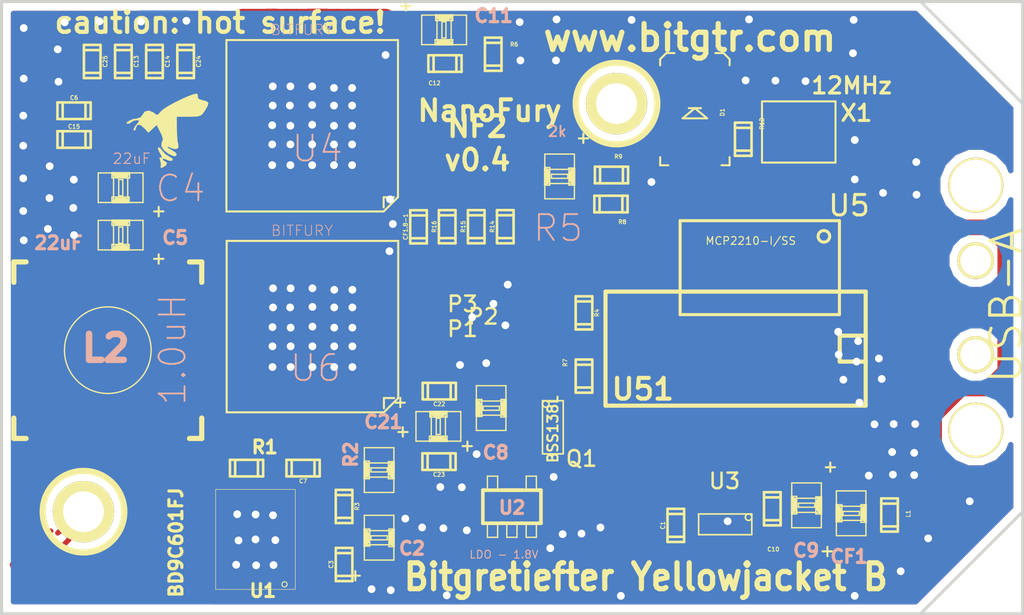
<source format=kicad_pcb>
(kicad_pcb (version 3) (host pcbnew "(2013-07-07 BZR 4022)-stable")
  (title_block (title "NanoFury NF2") (rev 0.5))
  (layers (15 F.Cu mixed hide) (0 B.Cu mixed hide) (19 F.Paste user) (20 B.SilkS user) (21 F.SilkS user) (22 B.Mask user) (23 F.Mask user) (28 Edge.Cuts user))
  (net 0 "")
  (net 1 /LED)
  (net 2 /MISO)
  (net 3 /MOSI)
  (net 4 /OMISO2)
  (net 5 /OMOSI2)
  (net 6 /OSC1)
  (net 7 /OSC2)
  (net 8 /OSCK2)
  (net 9 /SCK)
  (net 10 /SCK_OVR)
  (net 11 0V8)
  (net 12 1.8V)
  (net 13 3.3V)
  (net 14 GND)
  (net 15 INMISO)
  (net 16 INMOSI)
  (net 17 INSCK)
  (net 18 N-000001)
  (net 19 N-0000010)
  (net 20 N-0000013)
  (net 21 N-0000014)
  (net 22 N-0000022)
  (net 23 N-0000024)
  (net 24 N-000003)
  (net 25 N-000008)
  (net 26 N-000009)
  (net 27 OUTMISO1)
  (net 28 OUTMOSI1)
  (net 29 OUTSCK1)
  (net 30 USB_5V)
  (net 31 USB_DM)
  (net 32 USB_DP)
  (net 33 V_EN)
  (module SSOP-20 (layer F.Cu) (at 135.0518 81.9404 180)
    (fp_text reference U5 (at -1.4482 -0.5596 180) (layer F.SilkS) (effects (font (size 1.00076 1.00076) (thickness 0.14986))))
    (fp_text value MCP2210-I/SS (at 3.3655 -2.286 180) (layer F.SilkS) (effects (font (size 0.381 0.381) (thickness 0.0508))))
    (pad 7 smd rect (at 3.9 0 180) (size 0.4064 1.651) (layers F.Cu F.Paste F.Mask))
    (pad 8 smd rect (at 4.55 0 180) (size 0.4064 1.651) (layers F.Cu F.Paste F.Mask))
    (pad 9 smd rect (at 5.2 0 180) (size 0.4064 1.651) (layers F.Cu F.Paste F.Mask) (net 3 /MOSI))
    (pad 10 smd rect (at 5.85 0 180) (size 0.4064 1.651) (layers F.Cu F.Paste F.Mask))
    (pad 17 smd rect (at 1.95 -7.2 180) (size 0.4064 1.651) (layers F.Cu F.Paste F.Mask) (net 13 3.3V))
    (pad 4 smd rect (at 1.95 0 180) (size 0.4064 1.651) (layers F.Cu F.Paste F.Mask) (net 13 3.3V))
    (pad 5 smd rect (at 2.6 0 180) (size 0.4064 1.651) (layers F.Cu F.Paste F.Mask) (net 1 /LED))
    (pad 6 smd rect (at 3.25 0 180) (size 0.4064 1.651) (layers F.Cu F.Paste F.Mask))
    (pad 11 smd rect (at 5.85 -7.2 180) (size 0.4064 1.651) (layers F.Cu F.Paste F.Mask) (net 9 /SCK))
    (pad 12 smd rect (at 5.2 -7.2 180) (size 0.4064 1.651) (layers F.Cu F.Paste F.Mask) (net 10 /SCK_OVR))
    (pad 13 smd rect (at 4.55 -7.2 180) (size 0.4064 1.651) (layers F.Cu F.Paste F.Mask) (net 2 /MISO))
    (pad 14 smd rect (at 3.9 -7.2 180) (size 0.4064 1.651) (layers F.Cu F.Paste F.Mask) (net 33 V_EN))
    (pad 15 smd rect (at 3.25 -7.2 180) (size 0.4064 1.651) (layers F.Cu F.Paste F.Mask))
    (pad 16 smd rect (at 2.6 -7.2 180) (size 0.4064 1.651) (layers F.Cu F.Paste F.Mask))
    (pad 18 smd rect (at 1.3 -7.2 180) (size 0.4064 1.651) (layers F.Cu F.Paste F.Mask) (net 31 USB_DM))
    (pad 19 smd rect (at 0.65 -7.2 180) (size 0.4064 1.651) (layers F.Cu F.Paste F.Mask) (net 32 USB_DP))
    (pad 20 smd rect (at 0 -7.2 180) (size 0.4064 1.651) (layers F.Cu F.Paste F.Mask) (net 14 GND))
    (pad 1 smd rect (at 0 0 180) (size 0.4064 1.651) (layers F.Cu F.Paste F.Mask) (net 13 3.3V))
    (pad 2 smd rect (at 0.65 0 180) (size 0.4064 1.651) (layers F.Cu F.Paste F.Mask) (net 6 /OSC1))
    (pad 3 smd rect (at 1.3 0 180) (size 0.4064 1.651) (layers F.Cu F.Paste F.Mask) (net 7 /OSC2))
  )
  (module SOT23-5 (layer F.Cu) (at 119.9896 97.2566)
    (fp_text reference U2 (at 0.0104 0.0434) (layer B.SilkS) (effects (font (size 0.635 0.635) (thickness 0.1524))))
    (fp_text value "LDO - 1.8V" (at -0.3896 2.3434) (layer B.SilkS) (effects (font (size 0.381 0.381) (thickness 0.0508))))
    (pad 1 smd rect (at -0.94996 1.29794) (size 0.54864 1.19888) (layers F.Cu F.Paste F.Mask) (net 30 USB_5V))
    (pad 2 smd rect (at 0 1.29794) (size 0.54864 1.19888) (layers F.Cu F.Paste F.Mask) (net 14 GND))
    (pad 3 smd rect (at 0.94996 1.29794) (size 0.54864 1.19888) (layers F.Cu F.Paste F.Mask) (net 33 V_EN))
    (pad 4 smd rect (at 0.94996 -1.29794) (size 0.54864 1.19888) (layers F.Cu F.Paste F.Mask) (net 14 GND))
    (pad 5 smd rect (at -0.94996 -1.29794) (size 0.54864 1.19888) (layers F.Cu F.Paste F.Mask) (net 12 1.8V))
  )
  (module Hole2mm (layer F.Cu) (at 125.1136 77.5)
    (fp_text reference Hole2mm1 hide)
    (fp_text value P*** hide)
    (pad 1 thru_hole circle (at 0 0) (size 3 3) (drill 2) (layers *.Cu *.Mask F.SilkS))
  )
  (module Hole2mm (layer F.Cu) (at 99.0136 97.5)
    (fp_text reference Hole2mm hide)
    (fp_text value P*** hide)
    (pad 1 thru_hole circle (at 0 0) (size 3 3) (drill 2) (layers *.Cu *.Mask F.SilkS))
  )
  (module CSTCE_G15C (layer F.Cu) (at 134.0358 78.8924 180)
    (fp_text reference X1 (at -2.8194 0.9271 180) (layer F.SilkS) (effects (font (size 0.8 0.8))))
    (fp_text value 12MHz (at -2.5908 2.2733 180) (layer F.SilkS) (effects (font (size 0.8 0.8))))
    (pad 3 smd rect (at 1.2 0 180) (size 0.635 2) (layers F.Cu F.Paste F.Mask) (net 7 /OSC2))
    (pad 1 smd rect (at -1.2 0 180) (size 0.635 2) (layers F.Cu F.Paste F.Mask) (net 6 /OSC1))
    (pad 2 smd rect (at 0 0 180) (size 0.635 2) (layers F.Cu F.Paste F.Mask) (net 14 GND))
  )
  (module 0805 (layer F.Cu) (at 100.838 81.6229 180)
    (fp_text reference C4 (at -2.921 -0.0381 180) (layer B.SilkS) (effects (font (size 1.27 1.27) (thickness 0.0889))))
    (fp_text value 22uF (at -0.5334 1.4224 180) (layer B.SilkS) (effects (font (size 0.508 0.508) (thickness 0.0508))))
    (pad 1 smd rect (at -0.89916 0 180) (size 1.09982 1.4986) (layers F.Cu F.Paste F.Mask) (net 11 0V8))
    (pad 2 smd rect (at 0.89916 0 180) (size 1.09982 1.4986) (layers F.Cu F.Paste F.Mask) (net 14 GND))
  )
  (module 0805 (layer F.Cu) (at 122.3264 81.0641 270)
    (fp_text reference R5 (at 2.54 0.0762 360) (layer B.SilkS) (effects (font (size 1.27 1.27) (thickness 0.0889))))
    (fp_text value 2k (at -2.1971 0.1143 360) (layer B.SilkS) (effects (font (size 0.508 0.508) (thickness 0.0889))))
    (pad 1 smd rect (at -0.89916 0 270) (size 1.09982 1.4986) (layers F.Cu F.Paste F.Mask) (net 17 INSCK))
    (pad 2 smd rect (at 0.89916 0 270) (size 1.09982 1.4986) (layers F.Cu F.Paste F.Mask) (net 10 /SCK_OVR))
  )
  (module HTSOP-J8 (layer F.Cu) (at 109.3851 101.3079 90)
    (fp_text reference U1 (at -0.0635 -1.5875 180) (layer F.SilkS) (effects (font (size 0.635 0.635) (thickness 0.1524))))
    (fp_text value BD9C601FJ (at 2.2987 -5.842 90) (layer F.SilkS) (effects (font (size 0.635 0.635) (thickness 0.1524))))
    (pad 4 smd rect (at 4.355 0.725 90) (size 0.55 1.2) (layers F.Cu F.Paste F.Mask) (net 18 N-000001))
    (pad 1 smd rect (at 0.545 0.725 90) (size 0.55 1.2) (layers F.Cu F.Paste F.Mask) (net 14 GND))
    (pad 2 smd rect (at 1.815 0.725 90) (size 0.55 1.2) (layers F.Cu F.Paste F.Mask) (net 30 USB_5V))
    (pad 3 smd rect (at 3.085 0.725 90) (size 0.55 1.2) (layers F.Cu F.Paste F.Mask) (net 14 GND))
    (pad 6 smd rect (at 3.085 -4.625 90) (size 0.55 1.2) (layers F.Cu F.Paste F.Mask) (net 33 V_EN))
    (pad 7 smd rect (at 1.815 -4.625 90) (size 0.55 1.2) (layers F.Cu F.Paste F.Mask) (net 22 N-0000022))
    (pad 8 smd rect (at 0.545 -4.625 90) (size 0.55 1.2) (layers F.Cu F.Paste F.Mask) (net 22 N-0000022))
    (pad 5 smd rect (at 4.355 -4.625 90) (size 0.55 1.2) (layers F.Cu F.Paste F.Mask) (net 25 N-000008))
    (pad 9 smd rect (at 2.45 -1.95 90) (size 3.6 2.8) (layers F.Cu F.Paste F.Mask) (net 14 GND))
  )
  (module 2PLCC (layer F.Cu) (at 128.95 77.925 270)
    (fp_text reference D1 (at 0 -1.3462 270) (layer F.SilkS) (effects (font (size 0.20066 0.20066) (thickness 0.04064))))
    (fp_text value LED hide)
    (pad 1 smd rect (at 1.5 0 270) (size 1.5 2.6) (layers F.Cu F.Paste F.Mask) (net 23 N-0000024))
    (pad 2 smd rect (at -1.5 0 270) (size 1.5 2.6) (layers F.Cu F.Paste F.Mask) (net 14 GND))
  )
  (module 0603 (layer F.Cu) (at 131.318 79.248 90)
    (fp_text reference R12 (at 0.762 0.9144 90) (layer F.SilkS) (effects (font (size 0.20066 0.20066) (thickness 0.04064))))
    (fp_text value 1k hide)
    (pad 1 smd rect (at 0.75184 0 90) (size 0.89916 1.00076) (layers F.Cu F.Paste F.Mask) (net 23 N-0000024))
    (pad 2 smd rect (at -0.75184 0 90) (size 0.89916 1.00076) (layers F.Cu F.Paste F.Mask) (net 1 /LED))
  )
  (module 0603 (layer F.Cu) (at 132.7404 97.3582 90)
    (fp_text reference C10 (at -1.9812 0.0508 180) (layer F.SilkS) (effects (font (size 0.20066 0.20066) (thickness 0.04064))))
    (fp_text value 100n hide)
    (pad 1 smd rect (at 0.75184 0 90) (size 0.89916 1.00076) (layers F.Cu F.Paste F.Mask) (net 13 3.3V))
    (pad 2 smd rect (at -0.75184 0 90) (size 0.89916 1.00076) (layers F.Cu F.Paste F.Mask) (net 14 GND))
  )
  (module 0603 (layer F.Cu) (at 119.0752 75.0824 90)
    (fp_text reference R6 (at 0.4824 1.0248 180) (layer F.SilkS) (effects (font (size 0.20066 0.20066) (thickness 0.04064))))
    (fp_text value 2k hide)
    (pad 1 smd rect (at 0.75184 0 90) (size 0.89916 1.00076) (layers F.Cu F.Paste F.Mask) (net 14 GND))
    (pad 2 smd rect (at -0.75184 0 90) (size 0.89916 1.00076) (layers F.Cu F.Paste F.Mask) (net 17 INSCK))
  )
  (module 0603 (layer F.Cu) (at 124.8664 81.0006)
    (fp_text reference R9 (at 0.3336 -0.9006) (layer F.SilkS) (effects (font (size 0.20066 0.20066) (thickness 0.04064))))
    (fp_text value 2k hide)
    (pad 1 smd rect (at 0.75184 0) (size 0.89916 1.00076) (layers F.Cu F.Paste F.Mask) (net 14 GND))
    (pad 2 smd rect (at -0.75184 0) (size 0.89916 1.00076) (layers F.Cu F.Paste F.Mask) (net 16 INMOSI))
  )
  (module 0603 (layer F.Cu) (at 124.841 82.423)
    (fp_text reference R8 (at 0.559 0.877) (layer F.SilkS) (effects (font (size 0.20066 0.20066) (thickness 0.04064))))
    (fp_text value 2K hide)
    (pad 1 smd rect (at 0.75184 0) (size 0.89916 1.00076) (layers F.Cu F.Paste F.Mask) (net 3 /MOSI))
    (pad 2 smd rect (at -0.75184 0) (size 0.89916 1.00076) (layers F.Cu F.Paste F.Mask) (net 16 INMOSI))
  )
  (module 0603 (layer F.Cu) (at 128.016 98.171 90)
    (fp_text reference C1 (at 0 -0.635 90) (layer F.SilkS) (effects (font (size 0.20066 0.20066) (thickness 0.04064))))
    (fp_text value 100nF hide)
    (pad 1 smd rect (at 0.75184 0 90) (size 0.89916 1.00076) (layers F.Cu F.Paste F.Mask) (net 14 GND))
    (pad 2 smd rect (at -0.75184 0 90) (size 0.89916 1.00076) (layers F.Cu F.Paste F.Mask) (net 30 USB_5V))
  )
  (module 0603 (layer F.Cu) (at 138.4808 97.663 90)
    (fp_text reference L1 (at 0.063 0.9192 90) (layer F.SilkS) (effects (font (size 0.20066 0.20066) (thickness 0.04064))))
    (fp_text value 10R@100MHz hide)
    (pad 1 smd rect (at 0.75184 0 90) (size 0.89916 1.00076) (layers F.Cu F.Paste F.Mask) (net 24 N-000003))
    (pad 2 smd rect (at -0.75184 0 90) (size 0.89916 1.00076) (layers F.Cu F.Paste F.Mask) (net 30 USB_5V))
  )
  (module 0603 (layer F.Cu) (at 123.5202 87.757 270)
    (fp_text reference R4 (at 0 -0.635 270) (layer F.SilkS) (effects (font (size 0.20066 0.20066) (thickness 0.04064))))
    (fp_text value 2k hide)
    (pad 1 smd rect (at 0.75184 0 270) (size 0.89916 1.00076) (layers F.Cu F.Paste F.Mask) (net 2 /MISO))
    (pad 2 smd rect (at -0.75184 0 270) (size 0.89916 1.00076) (layers F.Cu F.Paste F.Mask) (net 13 3.3V))
  )
  (module 0603 (layer F.Cu) (at 111.7727 97.2439 270)
    (fp_text reference R3 (at 0 -0.635 270) (layer F.SilkS) (effects (font (size 0.20066 0.20066) (thickness 0.04064))))
    (fp_text value 2.4k hide)
    (pad 1 smd rect (at 0.75184 0 270) (size 0.89916 1.00076) (layers F.Cu F.Paste F.Mask) (net 14 GND))
    (pad 2 smd rect (at -0.75184 0 270) (size 0.89916 1.00076) (layers F.Cu F.Paste F.Mask) (net 18 N-000001))
  )
  (module 0603 (layer F.Cu) (at 106.9975 95.3643)
    (fp_text reference R1 (at 0.889 -1.0287) (layer F.SilkS) (effects (font (size 0.635 0.635) (thickness 0.1524))))
    (fp_text value 5.6k hide)
    (pad 1 smd rect (at 0.75184 0) (size 0.89916 1.00076) (layers F.Cu F.Paste F.Mask) (net 26 N-000009))
    (pad 2 smd rect (at -0.75184 0) (size 0.89916 1.00076) (layers F.Cu F.Paste F.Mask) (net 25 N-000008))
  )
  (module 0603 (layer F.Cu) (at 99.441 75.438 270)
    (fp_text reference C25 (at 0 -0.635 270) (layer F.SilkS) (effects (font (size 0.20066 0.20066) (thickness 0.04064))))
    (fp_text value 100nF hide)
    (pad 1 smd rect (at 0.75184 0 270) (size 0.89916 1.00076) (layers F.Cu F.Paste F.Mask) (net 11 0V8))
    (pad 2 smd rect (at -0.75184 0 270) (size 0.89916 1.00076) (layers F.Cu F.Paste F.Mask) (net 14 GND))
  )
  (module 0603 (layer F.Cu) (at 104.013 75.438 270)
    (fp_text reference C24 (at 0 -0.635 270) (layer F.SilkS) (effects (font (size 0.20066 0.20066) (thickness 0.04064))))
    (fp_text value 100nF hide)
    (pad 1 smd rect (at 0.75184 0 270) (size 0.89916 1.00076) (layers F.Cu F.Paste F.Mask) (net 11 0V8))
    (pad 2 smd rect (at -0.75184 0 270) (size 0.89916 1.00076) (layers F.Cu F.Paste F.Mask) (net 14 GND))
  )
  (module 0603 (layer F.Cu) (at 116.4209 95.0468 180)
    (fp_text reference C23 (at 0 -0.635 180) (layer F.SilkS) (effects (font (size 0.20066 0.20066) (thickness 0.04064))))
    (fp_text value 100nF hide)
    (pad 1 smd rect (at 0.75184 0 180) (size 0.89916 1.00076) (layers F.Cu F.Paste F.Mask) (net 11 0V8))
    (pad 2 smd rect (at -0.75184 0 180) (size 0.89916 1.00076) (layers F.Cu F.Paste F.Mask) (net 14 GND))
  )
  (module 0603 (layer F.Cu) (at 116.4336 91.5924 180)
    (fp_text reference C22 (at 0 -0.635 180) (layer F.SilkS) (effects (font (size 0.20066 0.20066) (thickness 0.04064))))
    (fp_text value 100nF hide)
    (pad 1 smd rect (at 0.75184 0 180) (size 0.89916 1.00076) (layers F.Cu F.Paste F.Mask) (net 11 0V8))
    (pad 2 smd rect (at -0.75184 0 180) (size 0.89916 1.00076) (layers F.Cu F.Paste F.Mask) (net 14 GND))
  )
  (module 0603 (layer F.Cu) (at 98.552 79.2607)
    (fp_text reference C15 (at 0 -0.635) (layer F.SilkS) (effects (font (size 0.20066 0.20066) (thickness 0.04064))))
    (fp_text value 100nF hide)
    (pad 1 smd rect (at 0.75184 0) (size 0.89916 1.00076) (layers F.Cu F.Paste F.Mask) (net 11 0V8))
    (pad 2 smd rect (at -0.75184 0) (size 0.89916 1.00076) (layers F.Cu F.Paste F.Mask) (net 14 GND))
  )
  (module 0603 (layer F.Cu) (at 102.489 75.438 270)
    (fp_text reference C14 (at 0 -0.635 270) (layer F.SilkS) (effects (font (size 0.20066 0.20066) (thickness 0.04064))))
    (fp_text value 100nF hide)
    (pad 1 smd rect (at 0.75184 0 270) (size 0.89916 1.00076) (layers F.Cu F.Paste F.Mask) (net 11 0V8))
    (pad 2 smd rect (at -0.75184 0 270) (size 0.89916 1.00076) (layers F.Cu F.Paste F.Mask) (net 14 GND))
  )
  (module 0603 (layer F.Cu) (at 100.965 75.438 270)
    (fp_text reference C13 (at 0 -0.635 270) (layer F.SilkS) (effects (font (size 0.20066 0.20066) (thickness 0.04064))))
    (fp_text value 100nF hide)
    (pad 1 smd rect (at 0.75184 0 270) (size 0.89916 1.00076) (layers F.Cu F.Paste F.Mask) (net 11 0V8))
    (pad 2 smd rect (at -0.75184 0 270) (size 0.89916 1.00076) (layers F.Cu F.Paste F.Mask) (net 14 GND))
  )
  (module 0603 (layer F.Cu) (at 116.713 75.5396 180)
    (fp_text reference C12 (at 0.513 -0.9604 180) (layer F.SilkS) (effects (font (size 0.20066 0.20066) (thickness 0.04064))))
    (fp_text value 100nF hide)
    (pad 1 smd rect (at 0.75184 0 180) (size 0.89916 1.00076) (layers F.Cu F.Paste F.Mask) (net 11 0V8))
    (pad 2 smd rect (at -0.75184 0 180) (size 0.89916 1.00076) (layers F.Cu F.Paste F.Mask) (net 14 GND))
  )
  (module 0603 (layer F.Cu) (at 109.7661 95.3643 180)
    (fp_text reference C7 (at 0 -0.635 180) (layer F.SilkS) (effects (font (size 0.20066 0.20066) (thickness 0.04064))))
    (fp_text value 1.1n hide)
    (pad 1 smd rect (at 0.75184 0 180) (size 0.89916 1.00076) (layers F.Cu F.Paste F.Mask) (net 26 N-000009))
    (pad 2 smd rect (at -0.75184 0 180) (size 0.89916 1.00076) (layers F.Cu F.Paste F.Mask) (net 14 GND))
  )
  (module 0603 (layer F.Cu) (at 98.552 77.851)
    (fp_text reference C6 (at 0 -0.635) (layer F.SilkS) (effects (font (size 0.20066 0.20066) (thickness 0.04064))))
    (fp_text value 100nF hide)
    (pad 1 smd rect (at 0.75184 0) (size 0.89916 1.00076) (layers F.Cu F.Paste F.Mask) (net 11 0V8))
    (pad 2 smd rect (at -0.75184 0) (size 0.89916 1.00076) (layers F.Cu F.Paste F.Mask) (net 14 GND))
  )
  (module 0603 (layer F.Cu) (at 111.7727 100.0887 90)
    (fp_text reference C3 (at 0 -0.635 90) (layer F.SilkS) (effects (font (size 0.20066 0.20066) (thickness 0.04064))))
    (fp_text value 100nF hide)
    (pad 1 smd rect (at 0.75184 0 90) (size 0.89916 1.00076) (layers F.Cu F.Paste F.Mask) (net 30 USB_5V))
    (pad 2 smd rect (at -0.75184 0 90) (size 0.89916 1.00076) (layers F.Cu F.Paste F.Mask) (net 14 GND))
  )
  (module 0603 (layer F.Cu) (at 123.5202 90.8558 90)
    (fp_text reference R7 (at 0.6558 -0.9202 90) (layer F.SilkS) (effects (font (size 0.20066 0.20066) (thickness 0.04064))))
    (fp_text value 1k hide)
    (pad 1 smd rect (at 0.75184 0 90) (size 0.89916 1.00076) (layers F.Cu F.Paste F.Mask) (net 10 /SCK_OVR))
    (pad 2 smd rect (at -0.75184 0 90) (size 0.89916 1.00076) (layers F.Cu F.Paste F.Mask) (net 9 /SCK))
  )
  (module SOT23 (layer F.Cu) (at 121.9962 93.3958 270)
    (fp_text reference Q1 (at 1.5042 -1.4038 360) (layer F.SilkS) (effects (font (size 0.762 0.762) (thickness 0.11938))))
    (fp_text value BSS138L (at 0.0635 0 270) (layer F.SilkS) (effects (font (size 0.50038 0.50038) (thickness 0.09906))))
    (pad 3 smd rect (at 0 -1.09982 270) (size 0.8001 1.00076) (layers F.Cu F.Paste F.Mask) (net 2 /MISO))
    (pad 2 smd rect (at 0.9525 1.09982 270) (size 0.8001 1.00076) (layers F.Cu F.Paste F.Mask) (net 15 INMISO))
    (pad 1 smd rect (at -0.9525 1.09982 270) (size 0.8001 1.00076) (layers F.Cu F.Paste F.Mask) (net 12 1.8V))
  )
  (module 0805 (layer F.Cu) (at 116.3828 93.3196)
    (fp_text reference C21 (at -2.6828 -0.2196) (layer B.SilkS) (effects (font (size 0.635 0.635) (thickness 0.15875))))
    (fp_text value 22uF hide)
    (pad 1 smd rect (at -0.89916 0) (size 1.09982 1.4986) (layers F.Cu F.Paste F.Mask) (net 11 0V8))
    (pad 2 smd rect (at 0.89916 0) (size 1.09982 1.4986) (layers F.Cu F.Paste F.Mask) (net 14 GND))
  )
  (module 0805 (layer F.Cu) (at 116.6622 73.8886)
    (fp_text reference C11 (at 2.4378 -0.6886) (layer B.SilkS) (effects (font (size 0.635 0.635) (thickness 0.15875))))
    (fp_text value 22uF hide)
    (pad 1 smd rect (at -0.89916 0) (size 1.09982 1.4986) (layers F.Cu F.Paste F.Mask) (net 11 0V8))
    (pad 2 smd rect (at 0.89916 0) (size 1.09982 1.4986) (layers F.Cu F.Paste F.Mask) (net 14 GND))
  )
  (module 0805 (layer F.Cu) (at 100.838 83.947 180)
    (fp_text reference C5 (at -2.667 -0.127 180) (layer B.SilkS) (effects (font (size 0.635 0.635) (thickness 0.15875))))
    (fp_text value 22uF (at 3.048 -0.381 180) (layer B.SilkS) (effects (font (size 0.635 0.635) (thickness 0.1524))))
    (pad 1 smd rect (at -0.89916 0 180) (size 1.09982 1.4986) (layers F.Cu F.Paste F.Mask) (net 11 0V8))
    (pad 2 smd rect (at 0.89916 0 180) (size 1.09982 1.4986) (layers F.Cu F.Paste F.Mask) (net 14 GND))
  )
  (module 0805 (layer F.Cu) (at 113.4872 95.4532 270)
    (fp_text reference R2 (at -0.7532 1.3872 270) (layer B.SilkS) (effects (font (size 0.635 0.635) (thickness 0.15875))))
    (fp_text value 180 hide)
    (pad 1 smd rect (at -0.89916 0 270) (size 1.09982 1.4986) (layers F.Cu F.Paste F.Mask) (net 11 0V8))
    (pad 2 smd rect (at 0.89916 0 270) (size 1.09982 1.4986) (layers F.Cu F.Paste F.Mask) (net 18 N-000001))
  )
  (module 0805 (layer F.Cu) (at 113.4872 98.7806 90)
    (fp_text reference C2 (at -0.5194 1.6128 180) (layer B.SilkS) (effects (font (size 0.635 0.635) (thickness 0.15875))))
    (fp_text value 22uF/10V hide)
    (pad 1 smd rect (at -0.89916 0 90) (size 1.09982 1.4986) (layers F.Cu F.Paste F.Mask) (net 30 USB_5V))
    (pad 2 smd rect (at 0.89916 0 90) (size 1.09982 1.4986) (layers F.Cu F.Paste F.Mask) (net 14 GND))
  )
  (module 0805 (layer F.Cu) (at 136.6012 97.5868 90)
    (fp_text reference CF1 (at -2.1132 -0.1012 180) (layer B.SilkS) (effects (font (size 0.635 0.635) (thickness 0.15875))))
    (fp_text value 22uF/10V hide)
    (pad 1 smd rect (at -0.89916 0 90) (size 1.09982 1.4986) (layers F.Cu F.Paste F.Mask) (net 30 USB_5V))
    (pad 2 smd rect (at 0.89916 0 90) (size 1.09982 1.4986) (layers F.Cu F.Paste F.Mask) (net 14 GND))
  )
  (module 0805 (layer F.Cu) (at 118.9736 92.4306 90)
    (fp_text reference C8 (at -2.1694 0.2264 180) (layer B.SilkS) (effects (font (size 0.635 0.635) (thickness 0.15875))))
    (fp_text value 4.7uF/4V hide)
    (pad 1 smd rect (at -0.89916 0 90) (size 1.09982 1.4986) (layers F.Cu F.Paste F.Mask) (net 12 1.8V))
    (pad 2 smd rect (at 0.89916 0 90) (size 1.09982 1.4986) (layers F.Cu F.Paste F.Mask) (net 14 GND))
  )
  (module 0805 (layer F.Cu) (at 134.4168 97.1804 270)
    (fp_text reference C9 (at 2.2196 0.0168 360) (layer B.SilkS) (effects (font (size 0.635 0.635) (thickness 0.15875))))
    (fp_text value 4.7uF/4V hide)
    (pad 1 smd rect (at -0.89916 0 270) (size 1.09982 1.4986) (layers F.Cu F.Paste F.Mask) (net 13 3.3V))
    (pad 2 smd rect (at 0.89916 0 270) (size 1.09982 1.4986) (layers F.Cu F.Paste F.Mask) (net 14 GND))
  )
  (module QFN48 (layer F.Cu) (at 110.2106 78.5876 180)
    (fp_text reference U4 (at -0.254 -1.1176 180) (layer B.SilkS) (effects (font (size 1.27 1.27) (thickness 0.0889))))
    (fp_text value BITFURY (at 0.508 4.699 180) (layer B.SilkS) (effects (font (size 0.508 0.508) (thickness 0.0381))))
    (pad 13 smd rect (at -2.75 3.55 180) (size 0.28 1) (layers F.Cu F.Paste F.Mask) (net 11 0V8))
    (pad 25 smd rect (at 3.55 2.75 180) (size 1 0.3) (layers F.Cu F.Paste F.Mask) (net 11 0V8))
    (pad 26 smd rect (at 3.55 2.25 180) (size 1 0.3) (layers F.Cu F.Paste F.Mask) (net 11 0V8))
    (pad 28 smd rect (at 3.55 1.25 180) (size 1 0.3) (layers F.Cu F.Paste F.Mask) (net 11 0V8))
    (pad 27 smd rect (at 3.55 1.75 180) (size 1 0.3) (layers F.Cu F.Paste F.Mask) (net 11 0V8))
    (pad 29 smd rect (at 3.55 0.75 180) (size 1 0.3) (layers F.Cu F.Paste F.Mask) (net 11 0V8))
    (pad 30 smd rect (at 3.55 0.25 180) (size 1 0.3) (layers F.Cu F.Paste F.Mask) (net 11 0V8))
    (pad 36 smd rect (at 3.55 -2.75 180) (size 1 0.3) (layers F.Cu F.Paste F.Mask) (net 11 0V8))
    (pad 35 smd rect (at 3.55 -2.25 180) (size 1 0.3) (layers F.Cu F.Paste F.Mask) (net 11 0V8))
    (pad 33 smd rect (at 3.55 -1.25 180) (size 1 0.3) (layers F.Cu F.Paste F.Mask) (net 11 0V8))
    (pad 34 smd rect (at 3.55 -1.75 180) (size 1 0.3) (layers F.Cu F.Paste F.Mask) (net 11 0V8))
    (pad 32 smd rect (at 3.55 -0.75 180) (size 1 0.3) (layers F.Cu F.Paste F.Mask) (net 11 0V8))
    (pad 31 smd rect (at 3.55 -0.25 180) (size 1 0.3) (layers F.Cu F.Paste F.Mask) (net 11 0V8))
    (pad 1 smd rect (at -3.55 -2.75 180) (size 1 0.3) (layers F.Cu F.Paste F.Mask) (net 14 GND))
    (pad 3 smd rect (at -3.55 -1.748 180) (size 1 0.3) (layers F.Cu F.Paste F.Mask) (net 14 GND))
    (pad 2 smd rect (at -3.55 -2.25 180) (size 1 0.3) (layers F.Cu F.Paste F.Mask) (net 14 GND))
    (pad 5 smd rect (at -3.55 -0.75 180) (size 1 0.3) (layers F.Cu F.Paste F.Mask))
    (pad 6 smd rect (at -3.55 -0.25 180) (size 1 0.3) (layers F.Cu F.Paste F.Mask) (net 29 OUTSCK1))
    (pad 4 smd rect (at -3.55 -1.25 180) (size 1 0.3) (layers F.Cu F.Paste F.Mask) (net 12 1.8V))
    (pad 10 smd rect (at -3.55 1.75 180) (size 1 0.3) (layers F.Cu F.Paste F.Mask) (net 16 INMOSI))
    (pad 12 smd rect (at -3.55 2.75 180) (size 1 0.3) (layers F.Cu F.Paste F.Mask) (net 14 GND))
    (pad 11 smd rect (at -3.55 2.25 180) (size 1 0.3) (layers F.Cu F.Paste F.Mask) (net 17 INSCK))
    (pad 8 smd rect (at -3.55 0.75 180) (size 1 0.3) (layers F.Cu F.Paste F.Mask) (net 27 OUTMISO1))
    (pad 9 smd rect (at -3.55 1.25 180) (size 1 0.3) (layers F.Cu F.Paste F.Mask) (net 15 INMISO))
    (pad 7 smd rect (at -3.55 0.25 180) (size 1 0.3) (layers F.Cu F.Paste F.Mask) (net 28 OUTMOSI1))
    (pad 49 smd rect (at 0 0 180) (size 5 5) (layers F.Cu F.Mask) (net 14 GND))
    (pad 47 smd rect (at -2.25 -3.55 180) (size 0.3 1) (layers F.Cu F.Paste F.Mask) (net 11 0V8))
    (pad 48 smd rect (at -2.75 -3.55 180) (size 0.28 1) (layers F.Cu F.Paste F.Mask) (net 11 0V8))
    (pad 45 smd rect (at -1.25 -3.55 180) (size 0.3 1) (layers F.Cu F.Paste F.Mask) (net 11 0V8))
    (pad 44 smd rect (at -0.75 -3.55 180) (size 0.3 1) (layers F.Cu F.Paste F.Mask) (net 11 0V8))
    (pad 46 smd rect (at -1.75 -3.55 180) (size 0.3 1) (layers F.Cu F.Paste F.Mask) (net 11 0V8))
    (pad 39 smd rect (at 1.75 -3.55 180) (size 0.3 1) (layers F.Cu F.Paste F.Mask) (net 11 0V8))
    (pad 37 smd rect (at 2.75 -3.55 180) (size 0.3 1) (layers F.Cu F.Paste F.Mask) (net 11 0V8))
    (pad 38 smd rect (at 2.25 -3.55 180) (size 0.3 1) (layers F.Cu F.Paste F.Mask) (net 11 0V8))
    (pad 41 smd rect (at 0.75 -3.55 180) (size 0.3 1) (layers F.Cu F.Paste F.Mask) (net 11 0V8))
    (pad 40 smd rect (at 1.25 -3.55 180) (size 0.3 1) (layers F.Cu F.Paste F.Mask) (net 11 0V8))
    (pad 42 smd rect (at 0.25 -3.55 180) (size 0.3 1) (layers F.Cu F.Paste F.Mask) (net 11 0V8))
    (pad 43 smd rect (at -0.25 -3.55 180) (size 0.3 1) (layers F.Cu F.Paste F.Mask) (net 11 0V8))
    (pad 14 smd rect (at -2.25 3.55 180) (size 0.3 1) (layers F.Cu F.Paste F.Mask) (net 11 0V8))
    (pad 16 smd rect (at -1.25 3.55 180) (size 0.3 1) (layers F.Cu F.Paste F.Mask) (net 11 0V8))
    (pad 17 smd rect (at -0.75 3.55 180) (size 0.3 1) (layers F.Cu F.Paste F.Mask) (net 11 0V8))
    (pad 15 smd rect (at -1.75 3.55 180) (size 0.3 1) (layers F.Cu F.Paste F.Mask) (net 11 0V8))
    (pad 22 smd rect (at 1.75 3.55 180) (size 0.3 1) (layers F.Cu F.Paste F.Mask) (net 11 0V8))
    (pad 24 smd rect (at 2.75 3.55 180) (size 0.3 1) (layers F.Cu F.Paste F.Mask) (net 11 0V8))
    (pad 23 smd rect (at 2.25 3.55 180) (size 0.3 1) (layers F.Cu F.Paste F.Mask) (net 11 0V8))
    (pad 20 smd rect (at 0.75 3.55 180) (size 0.3 1) (layers F.Cu F.Paste F.Mask) (net 11 0V8))
    (pad 21 smd rect (at 1.25 3.55 180) (size 0.3 1) (layers F.Cu F.Paste F.Mask) (net 11 0V8))
    (pad 19 smd rect (at 0.25 3.55 180) (size 0.3 1) (layers F.Cu F.Paste F.Mask) (net 11 0V8))
    (pad 18 smd rect (at -0.25 3.55 180) (size 0.3 1) (layers F.Cu F.Paste F.Mask) (net 11 0V8))
    (pad 49 smd rect (at -1.125 -1.125 180) (size 2 2) (layers F.Cu F.Paste F.Mask) (net 14 GND))
    (pad 49 smd rect (at -1.125 1.125 180) (size 2 2) (layers F.Cu F.Paste F.Mask) (net 14 GND))
    (pad 49 smd rect (at 1.125 -1.125 180) (size 2 2) (layers F.Cu F.Paste F.Mask) (net 14 GND))
    (pad 49 smd rect (at 1.125 1.125 180) (size 2 2) (layers F.Cu F.Paste F.Mask) (net 14 GND))
  )
  (module SOT23 (layer F.Cu) (at 130.4036 98.1202 180)
    (fp_text reference U3 (at 0.0036 2.1202 180) (layer F.SilkS) (effects (font (size 0.762 0.762) (thickness 0.11938))))
    (fp_text value "LDO - 3.3V" hide)
    (pad 3 smd rect (at 0 -1.09982 180) (size 0.8001 1.00076) (layers F.Cu F.Paste F.Mask) (net 30 USB_5V))
    (pad 2 smd rect (at 0.9525 1.09982 180) (size 0.8001 1.00076) (layers F.Cu F.Paste F.Mask) (net 13 3.3V))
    (pad 1 smd rect (at -0.9525 1.09982 180) (size 0.8001 1.00076) (layers F.Cu F.Paste F.Mask) (net 14 GND))
  )
  (module SOIC20 (layer F.Cu) (at 130.9624 89.5096 180)
    (fp_text reference U51 (at 4.5624 -1.9904 180) (layer F.SilkS) (effects (font (size 1.016 1.016) (thickness 0.2032))))
    (fp_text value MCP2210-I/SO hide)
    (pad 1 smd rect (at -5.715 4.7 180) (size 0.762 2) (layers F.Cu F.Paste F.Mask) (net 13 3.3V))
    (pad 2 smd rect (at -4.445 4.7 180) (size 0.762 2) (layers F.Cu F.Paste F.Mask) (net 6 /OSC1))
    (pad 3 smd rect (at -3.175 4.7 180) (size 0.762 2) (layers F.Cu F.Paste F.Mask) (net 7 /OSC2))
    (pad 4 smd rect (at -1.905 4.7 180) (size 0.762 2) (layers F.Cu F.Paste F.Mask) (net 13 3.3V))
    (pad 5 smd rect (at -0.635 4.7 180) (size 0.762 2) (layers F.Cu F.Paste F.Mask) (net 1 /LED))
    (pad 6 smd rect (at 0.635 4.7 180) (size 0.762 2) (layers F.Cu F.Paste F.Mask))
    (pad 7 smd rect (at 1.905 4.7 180) (size 0.762 2) (layers F.Cu F.Paste F.Mask))
    (pad 8 smd rect (at 3.175 4.7 180) (size 0.762 2) (layers F.Cu F.Paste F.Mask))
    (pad 9 smd rect (at 4.445 4.7 180) (size 0.762 2) (layers F.Cu F.Paste F.Mask) (net 3 /MOSI))
    (pad 10 smd rect (at 5.715 4.7 180) (size 0.762 2) (layers F.Cu F.Paste F.Mask))
    (pad 20 smd rect (at -5.715 -4.7 180) (size 0.762 2) (layers F.Cu F.Paste F.Mask) (net 14 GND))
    (pad 19 smd rect (at -4.445 -4.7 180) (size 0.762 2) (layers F.Cu F.Paste F.Mask) (net 32 USB_DP))
    (pad 18 smd rect (at -3.175 -4.7 180) (size 0.762 2) (layers F.Cu F.Paste F.Mask) (net 31 USB_DM))
    (pad 17 smd rect (at -1.905 -4.7 180) (size 0.762 2) (layers F.Cu F.Paste F.Mask) (net 13 3.3V))
    (pad 16 smd rect (at -0.635 -4.7 180) (size 0.762 2) (layers F.Cu F.Paste F.Mask))
    (pad 15 smd rect (at 0.635 -4.7 180) (size 0.762 2) (layers F.Cu F.Paste F.Mask))
    (pad 14 smd rect (at 1.905 -4.7 180) (size 0.762 2) (layers F.Cu F.Paste F.Mask) (net 33 V_EN))
    (pad 13 smd rect (at 3.175 -4.7 180) (size 0.762 2) (layers F.Cu F.Paste F.Mask) (net 2 /MISO))
    (pad 12 smd rect (at 4.445 -4.7 180) (size 0.762 2) (layers F.Cu F.Paste F.Mask) (net 10 /SCK_OVR))
    (pad 11 smd rect (at 5.715 -4.7 180) (size 0.762 2) (layers F.Cu F.Paste F.Mask) (net 9 /SCK))
  )
  (module TP (layer F.Cu) (at 115.4811 89.2937)
    (fp_text reference P1 (at 2.09 -0.75) (layer F.SilkS) (effects (font (size 0.762 0.762) (thickness 0.11938))))
    (fp_text value TST hide)
    (pad 1 smd rect (at 0 0) (size 0.635 0.635) (layers F.Cu F.Paste F.Mask) (net 8 /OSCK2))
  )
  (module TP (layer F.Cu) (at 116.4971 88.6841)
    (fp_text reference P2 (at 2.09 -0.75) (layer F.SilkS) (effects (font (size 0.762 0.762) (thickness 0.11938))))
    (fp_text value TST hide)
    (pad 1 smd rect (at 0 0) (size 0.635 0.635) (layers F.Cu F.Paste F.Mask) (net 5 /OMOSI2))
  )
  (module TP (layer F.Cu) (at 115.4811 88.0745)
    (fp_text reference P3 (at 2.09 -0.75) (layer F.SilkS) (effects (font (size 0.762 0.762) (thickness 0.11938))))
    (fp_text value TST hide)
    (pad 1 smd rect (at 0 0) (size 0.635 0.635) (layers F.Cu F.Paste F.Mask) (net 4 /OMISO2))
  )
  (module SRN8040 (layer F.Cu) (at 100.203 89.5858 180)
    (fp_text reference L2 (at 0.1 0.1 180) (layer B.SilkS) (effects (font (size 1.27 1.27) (thickness 0.3175))))
    (fp_text value 1.0uH (at -3.175 0.0254 270) (layer B.SilkS) (effects (font (size 1.27 1.27) (thickness 0.0889))))
    (pad 1 smd rect (at 0 -2.85 180) (size 8 2.2) (layers F.Cu F.Paste F.Mask) (net 22 N-0000022))
    (pad 2 smd rect (at 0 2.85 180) (size 8 2.2) (layers F.Cu F.Paste F.Mask) (net 11 0V8))
  )
  (module 0603 (layer F.Cu) (at 119.66575 83.53425 90)
    (fp_text reference R14 (at 0 -0.635 90) (layer F.SilkS) (effects (font (size 0.20066 0.20066) (thickness 0.04064))))
    (fp_text value 0R hide)
    (pad 1 smd rect (at 0.75184 0 90) (size 0.89916 1.00076) (layers F.Cu F.Paste F.Mask) (net 27 OUTMISO1))
    (pad 2 smd rect (at -0.75184 0 90) (size 0.89916 1.00076) (layers F.Cu F.Paste F.Mask) (net 19 N-0000010))
  )
  (module 0603 (layer F.Cu) (at 118.24335 83.53425 90)
    (fp_text reference R15 (at 0 -0.635 90) (layer F.SilkS) (effects (font (size 0.20066 0.20066) (thickness 0.04064))))
    (fp_text value 0R hide)
    (pad 1 smd rect (at 0.75184 0 90) (size 0.89916 1.00076) (layers F.Cu F.Paste F.Mask) (net 28 OUTMOSI1))
    (pad 2 smd rect (at -0.75184 0 90) (size 0.89916 1.00076) (layers F.Cu F.Paste F.Mask) (net 20 N-0000013))
  )
  (module 0603 (layer F.Cu) (at 116.82095 83.53425 90)
    (fp_text reference R16 (at 0 -0.635 90) (layer F.SilkS) (effects (font (size 0.20066 0.20066) (thickness 0.04064))))
    (fp_text value 0R hide)
    (pad 1 smd rect (at 0.75184 0 90) (size 0.89916 1.00076) (layers F.Cu F.Paste F.Mask) (net 29 OUTSCK1))
    (pad 2 smd rect (at -0.75184 0 90) (size 0.89916 1.00076) (layers F.Cu F.Paste F.Mask) (net 21 N-0000014))
  )
  (module 0603 (layer F.Cu) (at 115.4176 83.5406 90)
    (fp_text reference CF1.8-1 (at 0 -0.635 90) (layer F.SilkS) (effects (font (size 0.20066 0.20066) (thickness 0.04064))))
    (fp_text value 100n hide)
    (pad 1 smd rect (at 0.75184 0 90) (size 0.89916 1.00076) (layers F.Cu F.Paste F.Mask) (net 12 1.8V))
    (pad 2 smd rect (at -0.75184 0 90) (size 0.89916 1.00076) (layers F.Cu F.Paste F.Mask) (net 14 GND))
  )
  (module QFN48 (layer F.Cu) (at 110.2233 88.4301 180)
    (fp_text reference U6 (at -0.1524 -2.032 180) (layer B.SilkS) (effects (font (size 1.27 1.27) (thickness 0.0889))))
    (fp_text value BITFURY (at 0.508 4.699 180) (layer B.SilkS) (effects (font (size 0.508 0.508) (thickness 0.0381))))
    (pad 13 smd rect (at -2.75 3.55 180) (size 0.28 1) (layers F.Cu F.Paste F.Mask) (net 11 0V8))
    (pad 25 smd rect (at 3.55 2.75 180) (size 1 0.3) (layers F.Cu F.Paste F.Mask) (net 11 0V8))
    (pad 26 smd rect (at 3.55 2.25 180) (size 1 0.3) (layers F.Cu F.Paste F.Mask) (net 11 0V8))
    (pad 28 smd rect (at 3.55 1.25 180) (size 1 0.3) (layers F.Cu F.Paste F.Mask) (net 11 0V8))
    (pad 27 smd rect (at 3.55 1.75 180) (size 1 0.3) (layers F.Cu F.Paste F.Mask) (net 11 0V8))
    (pad 29 smd rect (at 3.55 0.75 180) (size 1 0.3) (layers F.Cu F.Paste F.Mask) (net 11 0V8))
    (pad 30 smd rect (at 3.55 0.25 180) (size 1 0.3) (layers F.Cu F.Paste F.Mask) (net 11 0V8))
    (pad 36 smd rect (at 3.55 -2.75 180) (size 1 0.3) (layers F.Cu F.Paste F.Mask) (net 11 0V8))
    (pad 35 smd rect (at 3.55 -2.25 180) (size 1 0.3) (layers F.Cu F.Paste F.Mask) (net 11 0V8))
    (pad 33 smd rect (at 3.55 -1.25 180) (size 1 0.3) (layers F.Cu F.Paste F.Mask) (net 11 0V8))
    (pad 34 smd rect (at 3.55 -1.75 180) (size 1 0.3) (layers F.Cu F.Paste F.Mask) (net 11 0V8))
    (pad 32 smd rect (at 3.55 -0.75 180) (size 1 0.3) (layers F.Cu F.Paste F.Mask) (net 11 0V8))
    (pad 31 smd rect (at 3.55 -0.25 180) (size 1 0.3) (layers F.Cu F.Paste F.Mask) (net 11 0V8))
    (pad 1 smd rect (at -3.55 -2.75 180) (size 1 0.3) (layers F.Cu F.Paste F.Mask) (net 14 GND))
    (pad 3 smd rect (at -3.55 -1.748 180) (size 1 0.3) (layers F.Cu F.Paste F.Mask) (net 14 GND))
    (pad 2 smd rect (at -3.55 -2.25 180) (size 1 0.3) (layers F.Cu F.Paste F.Mask) (net 14 GND))
    (pad 5 smd rect (at -3.55 -0.75 180) (size 1 0.3) (layers F.Cu F.Paste F.Mask))
    (pad 6 smd rect (at -3.55 -0.25 180) (size 1 0.3) (layers F.Cu F.Paste F.Mask) (net 8 /OSCK2))
    (pad 4 smd rect (at -3.55 -1.25 180) (size 1 0.3) (layers F.Cu F.Paste F.Mask) (net 12 1.8V))
    (pad 10 smd rect (at -3.55 1.75 180) (size 1 0.3) (layers F.Cu F.Paste F.Mask) (net 20 N-0000013))
    (pad 12 smd rect (at -3.55 2.75 180) (size 1 0.3) (layers F.Cu F.Paste F.Mask) (net 14 GND))
    (pad 11 smd rect (at -3.55 2.25 180) (size 1 0.3) (layers F.Cu F.Paste F.Mask) (net 21 N-0000014))
    (pad 8 smd rect (at -3.55 0.75 180) (size 1 0.3) (layers F.Cu F.Paste F.Mask) (net 4 /OMISO2))
    (pad 9 smd rect (at -3.55 1.25 180) (size 1 0.3) (layers F.Cu F.Paste F.Mask) (net 19 N-0000010))
    (pad 7 smd rect (at -3.55 0.25 180) (size 1 0.3) (layers F.Cu F.Paste F.Mask) (net 5 /OMOSI2))
    (pad 49 smd rect (at 0 0 180) (size 5 5) (layers F.Cu F.Mask) (net 14 GND))
    (pad 47 smd rect (at -2.25 -3.55 180) (size 0.3 1) (layers F.Cu F.Paste F.Mask) (net 11 0V8))
    (pad 48 smd rect (at -2.75 -3.55 180) (size 0.28 1) (layers F.Cu F.Paste F.Mask) (net 11 0V8))
    (pad 45 smd rect (at -1.25 -3.55 180) (size 0.3 1) (layers F.Cu F.Paste F.Mask) (net 11 0V8))
    (pad 44 smd rect (at -0.75 -3.55 180) (size 0.3 1) (layers F.Cu F.Paste F.Mask) (net 11 0V8))
    (pad 46 smd rect (at -1.75 -3.55 180) (size 0.3 1) (layers F.Cu F.Paste F.Mask) (net 11 0V8))
    (pad 39 smd rect (at 1.75 -3.55 180) (size 0.3 1) (layers F.Cu F.Paste F.Mask) (net 11 0V8))
    (pad 37 smd rect (at 2.75 -3.55 180) (size 0.3 1) (layers F.Cu F.Paste F.Mask) (net 11 0V8))
    (pad 38 smd rect (at 2.25 -3.55 180) (size 0.3 1) (layers F.Cu F.Paste F.Mask) (net 11 0V8))
    (pad 41 smd rect (at 0.75 -3.55 180) (size 0.3 1) (layers F.Cu F.Paste F.Mask) (net 11 0V8))
    (pad 40 smd rect (at 1.25 -3.55 180) (size 0.3 1) (layers F.Cu F.Paste F.Mask) (net 11 0V8))
    (pad 42 smd rect (at 0.25 -3.55 180) (size 0.3 1) (layers F.Cu F.Paste F.Mask) (net 11 0V8))
    (pad 43 smd rect (at -0.25 -3.55 180) (size 0.3 1) (layers F.Cu F.Paste F.Mask) (net 11 0V8))
    (pad 14 smd rect (at -2.25 3.55 180) (size 0.3 1) (layers F.Cu F.Paste F.Mask) (net 11 0V8))
    (pad 16 smd rect (at -1.25 3.55 180) (size 0.3 1) (layers F.Cu F.Paste F.Mask) (net 11 0V8))
    (pad 17 smd rect (at -0.75 3.55 180) (size 0.3 1) (layers F.Cu F.Paste F.Mask) (net 11 0V8))
    (pad 15 smd rect (at -1.75 3.55 180) (size 0.3 1) (layers F.Cu F.Paste F.Mask) (net 11 0V8))
    (pad 22 smd rect (at 1.75 3.55 180) (size 0.3 1) (layers F.Cu F.Paste F.Mask) (net 11 0V8))
    (pad 24 smd rect (at 2.75 3.55 180) (size 0.3 1) (layers F.Cu F.Paste F.Mask) (net 11 0V8))
    (pad 23 smd rect (at 2.25 3.55 180) (size 0.3 1) (layers F.Cu F.Paste F.Mask) (net 11 0V8))
    (pad 20 smd rect (at 0.75 3.55 180) (size 0.3 1) (layers F.Cu F.Paste F.Mask) (net 11 0V8))
    (pad 21 smd rect (at 1.25 3.55 180) (size 0.3 1) (layers F.Cu F.Paste F.Mask) (net 11 0V8))
    (pad 19 smd rect (at 0.25 3.55 180) (size 0.3 1) (layers F.Cu F.Paste F.Mask) (net 11 0V8))
    (pad 18 smd rect (at -0.25 3.55 180) (size 0.3 1) (layers F.Cu F.Paste F.Mask) (net 11 0V8))
    (pad 49 smd rect (at -1.125 -1.125 180) (size 2 2) (layers F.Cu F.Paste F.Mask) (net 14 GND))
    (pad 49 smd rect (at -1.125 1.125 180) (size 2 2) (layers F.Cu F.Paste F.Mask) (net 14 GND))
    (pad 49 smd rect (at 1.125 -1.125 180) (size 2 2) (layers F.Cu F.Paste F.Mask) (net 14 GND))
    (pad 49 smd rect (at 1.125 1.125 180) (size 2 2) (layers F.Cu F.Paste F.Mask) (net 14 GND))
  )
  (module CNC-1001-011-01101 (layer F.Cu) (at 142.7 87.5 270)
    (fp_text reference CN1 hide)
    (fp_text value USB-A (at -0.0986 -1.4939 270) (layer F.SilkS) (effects (font (size 1.5 1.5))))
    (pad 5 smd rect (at 3.5 2.8 270) (size 1.1 2.3) (layers F.Cu F.Paste F.Mask) (net 14 GND))
    (pad 3 smd rect (at 1 2.8 270) (size 1.1 2.3) (layers F.Cu F.Paste F.Mask) (net 32 USB_DP))
    (pad 1 smd rect (at -3.5 2.8 270) (size 1.1 2.3) (layers F.Cu F.Paste F.Mask) (net 24 N-000003))
    (pad "" thru_hole circle (at -6 0 270) (size 2.7 2.7) (drill 2.5) (layers *.Cu *.Mask F.SilkS))
    (pad "" thru_hole circle (at 6 0 270) (size 2.7 2.7) (drill 2.5) (layers *.Cu *.Mask F.SilkS))
    (pad "" thru_hole circle (at -2.3 0 270) (size 1.8 1.8) (drill 1.5) (layers *.Cu *.Mask F.SilkS))
    (pad "" thru_hole circle (at 2.3 0 270) (size 1.8 1.8) (drill 1.5) (layers *.Cu *.Mask F.SilkS))
    (pad 2 smd rect (at -1 2.8 270) (size 1.1 2.3) (layers F.Cu F.Paste F.Mask) (net 31 USB_DM))
  )
  (module YELLOWJACKET_SM (layer F.Cu) (at 103.2 78.825)
    (fp_text reference G*** hide)
    (fp_text value LOGO hide)
  )
  (gr_text "NF2\nv0.4" (at 118.3 79.45) (layer F.SilkS) (effects (font (size 1.016 1.016) (thickness 0.2032))))
  (gr_line (start 145 77.5) (end 140 72.5) (angle 90) (layer Edge.Cuts) (width 0.15))
  (gr_line (start 140 102.5) (end 145 97.5) (angle 90) (layer Edge.Cuts) (width 0.15))
  (gr_text www.bitgtr.com (at 128.7 74.275) (layer F.SilkS) (effects (font (size 1.27 1.27) (thickness 0.254))))
  (gr_text "NF2\nV0.4" (at 97.075 99.825) (layer F.Cu) (effects (font (size 1.016 1.016) (thickness 0.254))))
  (gr_text "Bitgretiefter Yellowjacket B" (at 126.55 100.7) (layer F.SilkS) (effects (font (size 1.27 1.143) (thickness 0.254))))
  (gr_text "caution: hot surface!" (at 105.7 73.525) (layer F.SilkS) (effects (font (size 1.016 1.016) (thickness 0.2032))))
  (gr_text NanoFury (at 118.9 77.85) (layer F.SilkS) (effects (font (size 1.016 1.016) (thickness 0.2032))))
  (gr_line (start 145 72.5) (end 95 72.5) (angle 90) (layer Edge.Cuts) (width 0.15))
  (gr_line (start 95 102.5) (end 95 72.5) (angle 90) (layer Edge.Cuts) (width 0.15))
  (gr_line (start 145 72.5) (end 145 102.5) (angle 90) (layer Edge.Cuts) (width 0.15))
  (gr_line (start 145 102.5) (end 95 102.5) (angle 90) (layer Edge.Cuts) (width 0.15))
  (segment (start 132.4518 81.9404) (end 132.4518 80.839) (width 0.381) (layer F.Cu) (net 1))
  (segment (start 131.61264 79.99984) (end 131.318 79.99984) (width 0.381) (layer F.Cu) (net 1))
  (segment (start 132.4518 80.839) (end 131.61264 79.99984) (width 0.381) (layer F.Cu) (net 1))
  (segment (start 131.5974 84.8096) (end 131.5974 83.9216) (width 0.381) (layer F.Cu) (net 1))
  (segment (start 132.4518 83.0672) (end 132.4518 81.9404) (width 0.381) (layer F.Cu) (net 1))
  (segment (start 131.5974 83.9216) (end 132.4518 83.0672) (width 0.381) (layer F.Cu) (net 1))
  (segment (start 123.09602 93.3958) (end 123.09602 94.41942) (width 0.381) (layer F.Cu) (net 2))
  (segment (start 127.7874 95.377) (end 127.7874 94.2096) (width 0.381) (layer F.Cu) (net 2))
  (segment (start 127.3302 95.8342) (end 127.7874 95.377) (width 0.381) (layer F.Cu) (net 2))
  (segment (start 124.5108 95.8342) (end 127.3302 95.8342) (width 0.381) (layer F.Cu) (net 2))
  (segment (start 123.09602 94.41942) (end 124.5108 95.8342) (width 0.381) (layer F.Cu) (net 2))
  (segment (start 123.5202 88.50884) (end 127.01016 88.50884) (width 0.381) (layer F.Cu) (net 2))
  (segment (start 130.5018 88.040656) (end 129.837142 87.375998) (width 0.381) (layer F.Cu) (net 2))
  (segment (start 129.837142 87.375998) (end 128.143002 87.375998) (width 0.381) (layer F.Cu) (net 2))
  (segment (start 128.143002 87.375998) (end 127.03556 88.48344) (width 0.381) (layer F.Cu) (net 2))
  (segment (start 130.5018 88.040656) (end 130.5018 89.1404) (width 0.381) (layer F.Cu) (net 2))
  (segment (start 127.01016 88.50884) (end 127.03556 88.48344) (width 0.381) (layer F.Cu) (net 2))
  (segment (start 127.7874 94.2096) (end 127.7874 93.2688) (width 0.381) (layer F.Cu) (net 2))
  (segment (start 127.7874 93.2688) (end 130.5018 90.5544) (width 0.381) (layer F.Cu) (net 2))
  (segment (start 130.5018 90.5544) (end 130.5018 89.1404) (width 0.381) (layer F.Cu) (net 2))
  (segment (start 126.5174 83.7692) (end 126.5174 82.8421) (width 0.508) (layer F.Cu) (net 3))
  (segment (start 126.0983 82.423) (end 125.59284 82.423) (width 0.508) (layer F.Cu) (net 3))
  (segment (start 126.5174 82.8421) (end 126.0983 82.423) (width 0.508) (layer F.Cu) (net 3))
  (segment (start 129.8518 81.9404) (end 129.8518 83.0002) (width 0.381) (layer F.Cu) (net 3))
  (segment (start 126.5174 83.7692) (end 126.5174 84.8096) (width 0.381) (layer F.Cu) (net 3))
  (segment (start 126.9746 83.312) (end 126.5174 83.7692) (width 0.381) (layer F.Cu) (net 3))
  (segment (start 129.54 83.312) (end 126.9746 83.312) (width 0.381) (layer F.Cu) (net 3))
  (segment (start 129.8518 83.0002) (end 129.54 83.312) (width 0.381) (layer F.Cu) (net 3))
  (segment (start 113.7733 87.6801) (end 114.8581 87.6801) (width 0.254) (layer F.Cu) (net 4))
  (segment (start 115.2525 88.0745) (end 115.4811 88.0745) (width 0.254) (layer F.Cu) (net 4))
  (segment (start 114.8581 87.6801) (end 115.2525 88.0745) (width 0.254) (layer F.Cu) (net 4))
  (segment (start 113.7733 88.1801) (end 114.6469 88.1801) (width 0.254) (layer F.Cu) (net 5))
  (segment (start 115.0493 88.6841) (end 116.4971 88.6841) (width 0.254) (layer F.Cu) (net 5))
  (segment (start 114.8842 88.519) (end 115.0493 88.6841) (width 0.254) (layer F.Cu) (net 5))
  (segment (start 114.8842 88.4174) (end 114.8842 88.519) (width 0.254) (layer F.Cu) (net 5))
  (segment (start 114.6469 88.1801) (end 114.8842 88.4174) (width 0.254) (layer F.Cu) (net 5))
  (segment (start 134.4018 81.9404) (end 134.4018 80.8886) (width 0.381) (layer F.Cu) (net 6))
  (segment (start 135.2358 80.0546) (end 135.2358 78.8924) (width 0.381) (layer F.Cu) (net 6))
  (segment (start 134.4018 80.8886) (end 135.2358 80.0546) (width 0.381) (layer F.Cu) (net 6))
  (segment (start 134.4018 81.9404) (end 134.4018 82.8906) (width 0.381) (layer F.Cu) (net 6))
  (segment (start 135.4074 83.8962) (end 135.4074 84.8096) (width 0.381) (layer F.Cu) (net 6))
  (segment (start 134.4018 82.8906) (end 135.4074 83.8962) (width 0.381) (layer F.Cu) (net 6))
  (segment (start 133.7518 81.9404) (end 133.7518 80.9452) (width 0.381) (layer F.Cu) (net 7))
  (segment (start 132.8358 80.0292) (end 132.8358 78.8924) (width 0.381) (layer F.Cu) (net 7))
  (segment (start 133.7518 80.9452) (end 132.8358 80.0292) (width 0.381) (layer F.Cu) (net 7))
  (segment (start 134.1374 84.8096) (end 134.1374 83.6168) (width 0.381) (layer F.Cu) (net 7))
  (segment (start 133.7518 83.2312) (end 133.7518 81.9404) (width 0.381) (layer F.Cu) (net 7))
  (segment (start 134.1374 83.6168) (end 133.7518 83.2312) (width 0.381) (layer F.Cu) (net 7))
  (segment (start 113.7733 88.6801) (end 114.47056 88.6801) (width 0.254) (layer F.Cu) (net 8))
  (segment (start 115.08416 89.2937) (end 115.4811 89.2937) (width 0.254) (layer F.Cu) (net 8))
  (segment (start 114.47056 88.6801) (end 115.08416 89.2937) (width 0.254) (layer F.Cu) (net 8))
  (segment (start 123.5202 91.60764) (end 124.50064 91.60764) (width 0.381) (layer F.Cu) (net 9))
  (segment (start 125.2474 92.3544) (end 125.2474 92.9894) (width 0.381) (layer F.Cu) (net 9))
  (segment (start 124.50064 91.60764) (end 125.2474 92.3544) (width 0.381) (layer F.Cu) (net 9))
  (segment (start 129.2018 89.1404) (end 129.2018 90.0002) (width 0.381) (layer F.Cu) (net 9))
  (segment (start 125.2474 92.9894) (end 125.2474 94.2096) (width 0.381) (layer F.Cu) (net 9))
  (segment (start 125.7808 92.456) (end 125.2474 92.9894) (width 0.381) (layer F.Cu) (net 9))
  (segment (start 126.746 92.456) (end 125.7808 92.456) (width 0.381) (layer F.Cu) (net 9))
  (segment (start 129.2018 90.0002) (end 126.746 92.456) (width 0.381) (layer F.Cu) (net 9))
  (segment (start 123.5202 90.10396) (end 123.33986 90.10396) (width 0.381) (layer F.Cu) (net 10))
  (segment (start 122.3264 89.0905) (end 122.3264 81.96326) (width 0.381) (layer F.Cu) (net 10))
  (segment (start 123.33986 90.10396) (end 122.3264 89.0905) (width 0.381) (layer F.Cu) (net 10))
  (segment (start 123.5202 90.10396) (end 126.20244 90.10396) (width 0.381) (layer F.Cu) (net 10))
  (segment (start 129.8518 88.145) (end 129.8518 89.1404) (width 0.381) (layer F.Cu) (net 10))
  (segment (start 129.6162 87.9094) (end 129.8518 88.145) (width 0.381) (layer F.Cu) (net 10))
  (segment (start 128.397 87.9094) (end 129.6162 87.9094) (width 0.381) (layer F.Cu) (net 10))
  (segment (start 126.20244 90.10396) (end 128.397 87.9094) (width 0.381) (layer F.Cu) (net 10))
  (segment (start 126.5174 94.2096) (end 126.5174 93.5736) (width 0.381) (layer F.Cu) (net 10))
  (segment (start 129.8518 90.2392) (end 129.8518 89.1404) (width 0.381) (layer F.Cu) (net 10))
  (segment (start 126.5174 93.5736) (end 129.8518 90.2392) (width 0.381) (layer F.Cu) (net 10))
  (segment (start 105.4481 83.9343) (end 102.8319 83.9343) (width 1.016) (layer F.Cu) (net 11))
  (segment (start 97.9753 86.7358) (end 100.203 86.7358) (width 1.016) (layer F.Cu) (net 11))
  (segment (start 96.8629 85.6234) (end 97.9753 86.7358) (width 1.016) (layer F.Cu) (net 11))
  (segment (start 103.6574 85.6234) (end 96.8629 85.6234) (width 1.016) (layer F.Cu) (net 11))
  (segment (start 103.8479 85.4329) (end 103.6574 85.6234) (width 1.016) (layer F.Cu) (net 11))
  (segment (start 103.4415 85.4329) (end 103.8479 85.4329) (width 1.016) (layer F.Cu) (net 11))
  (segment (start 103.251 85.2424) (end 103.4415 85.4329) (width 1.016) (layer F.Cu) (net 11))
  (segment (start 103.251 84.7979) (end 103.251 85.2424) (width 1.016) (layer F.Cu) (net 11))
  (segment (start 103.3272 84.7217) (end 103.251 84.7979) (width 1.016) (layer F.Cu) (net 11))
  (segment (start 104.5464 84.7217) (end 103.3272 84.7217) (width 1.016) (layer F.Cu) (net 11))
  (segment (start 104.7115 84.8868) (end 104.5464 84.7217) (width 1.016) (layer F.Cu) (net 11))
  (segment (start 104.7115 86.487) (end 104.7115 84.8868) (width 1.016) (layer F.Cu) (net 11))
  (segment (start 105.3592 87.1347) (end 104.7115 86.487) (width 1.016) (layer F.Cu) (net 11))
  (segment (start 104.1908 87.1347) (end 105.3592 87.1347) (width 1.016) (layer F.Cu) (net 11))
  (segment (start 102.3747 85.3186) (end 104.1908 87.1347) (width 1.016) (layer F.Cu) (net 11))
  (segment (start 102.3747 84.3915) (end 102.3747 85.3186) (width 1.016) (layer F.Cu) (net 11))
  (segment (start 102.8319 83.9343) (end 102.3747 84.3915) (width 1.016) (layer F.Cu) (net 11))
  (segment (start 101.73716 83.947) (end 101.73716 81.6229) (width 1.016) (layer F.Cu) (net 11))
  (segment (start 103.8987 80.9117) (end 103.3653 80.9117) (width 1.016) (layer F.Cu) (net 11))
  (segment (start 103.3653 80.9117) (end 103.2256 81.0514) (width 1.016) (layer F.Cu) (net 11))
  (segment (start 100.8761 77.7367) (end 103.4034 80.264) (width 1.016) (layer F.Cu) (net 11))
  (segment (start 103.8987 81.7245) (end 103.8987 80.9117) (width 1.016) (layer F.Cu) (net 11))
  (segment (start 103.8987 80.9117) (end 103.8987 77.7113) (width 1.016) (layer F.Cu) (net 11))
  (segment (start 103.8987 77.7113) (end 103.8733 77.7367) (width 1.016) (layer F.Cu) (net 11))
  (segment (start 103.8733 77.7367) (end 100.8761 77.7367) (width 1.016) (layer F.Cu) (net 11))
  (segment (start 100.076 76.9874) (end 100.076 78.2574) (width 1.016) (layer F.Cu) (net 11))
  (segment (start 101.73716 82.02676) (end 102.1461 82.4357) (width 1.016) (layer F.Cu) (net 11))
  (segment (start 101.73716 81.6229) (end 101.73716 82.02676) (width 1.016) (layer F.Cu) (net 11))
  (segment (start 104.5591 76.9874) (end 102.0191 76.9874) (width 1.016) (layer F.Cu) (net 11))
  (segment (start 104.6607 76.8858) (end 104.5591 76.9874) (width 1.016) (layer F.Cu) (net 11))
  (segment (start 104.6607 82.4103) (end 104.6607 76.8858) (width 1.016) (layer F.Cu) (net 11))
  (segment (start 104.6861 82.4357) (end 104.6607 82.4103) (width 1.016) (layer F.Cu) (net 11))
  (segment (start 102.1461 82.4357) (end 104.6861 82.4357) (width 1.016) (layer F.Cu) (net 11))
  (segment (start 102.0191 76.9874) (end 100.076 76.9874) (width 1.016) (layer F.Cu) (net 11))
  (segment (start 102.0191 77.597) (end 102.0191 76.9874) (width 1.016) (layer F.Cu) (net 11))
  (segment (start 103.4034 80.264) (end 103.4034 78.9813) (width 1.016) (layer F.Cu) (net 11))
  (segment (start 103.4034 78.9813) (end 102.0191 77.597) (width 1.016) (layer F.Cu) (net 11))
  (segment (start 102.7176 81.7245) (end 103.8987 81.7245) (width 1.016) (layer F.Cu) (net 11))
  (segment (start 102.6414 81.6483) (end 102.7176 81.7245) (width 1.016) (layer F.Cu) (net 11))
  (segment (start 102.6414 80.1497) (end 102.6414 81.6483) (width 1.016) (layer F.Cu) (net 11))
  (segment (start 100.8507 78.359) (end 102.6414 80.1497) (width 1.016) (layer F.Cu) (net 11))
  (segment (start 99.9744 78.359) (end 100.8507 78.359) (width 1.016) (layer F.Cu) (net 11))
  (segment (start 100.076 78.2574) (end 99.9744 78.359) (width 1.016) (layer F.Cu) (net 11))
  (segment (start 99.30384 79.2607) (end 99.36734 79.3242) (width 1.016) (layer F.Cu) (net 11))
  (segment (start 99.36734 79.3242) (end 100.7745 79.3242) (width 1.016) (layer F.Cu) (net 11))
  (segment (start 100.7745 79.3242) (end 101.73716 80.28686) (width 1.016) (layer F.Cu) (net 11))
  (segment (start 101.73716 80.28686) (end 101.73716 81.6229) (width 1.016) (layer F.Cu) (net 11))
  (segment (start 99.30384 77.851) (end 99.30384 79.2607) (width 1.016) (layer F.Cu) (net 11))
  (segment (start 105.4481 76.3376) (end 105.30034 76.18984) (width 0.254) (layer F.Cu) (net 11))
  (segment (start 105.30034 76.18984) (end 104.013 76.18984) (width 0.254) (layer F.Cu) (net 11))
  (segment (start 105.4481 76.6699) (end 105.4481 76.3376) (width 0.254) (layer F.Cu) (net 11))
  (segment (start 105.4481 76.3376) (end 106.6606 76.3376) (width 0.254) (layer F.Cu) (net 11))
  (segment (start 105.4481 81.3181) (end 105.4676 81.3376) (width 0.254) (layer F.Cu) (net 11))
  (segment (start 105.4676 81.3376) (end 106.6606 81.3376) (width 0.254) (layer F.Cu) (net 11))
  (segment (start 105.4481 80.8101) (end 105.4756 80.8376) (width 0.254) (layer F.Cu) (net 11))
  (segment (start 105.4756 80.8376) (end 106.6606 80.8376) (width 0.254) (layer F.Cu) (net 11))
  (segment (start 105.4481 80.3529) (end 105.4634 80.3376) (width 0.254) (layer F.Cu) (net 11))
  (segment (start 105.4634 80.3376) (end 106.6606 80.3376) (width 0.254) (layer F.Cu) (net 11))
  (segment (start 105.4481 79.8068) (end 105.4789 79.8376) (width 0.254) (layer F.Cu) (net 11))
  (segment (start 105.4789 79.8376) (end 106.6606 79.8376) (width 0.254) (layer F.Cu) (net 11))
  (segment (start 105.4481 79.2988) (end 105.4869 79.3376) (width 0.254) (layer F.Cu) (net 11))
  (segment (start 105.4869 79.3376) (end 106.6606 79.3376) (width 0.254) (layer F.Cu) (net 11))
  (segment (start 105.4481 78.8543) (end 105.4648 78.8376) (width 0.254) (layer F.Cu) (net 11))
  (segment (start 105.4648 78.8376) (end 106.6606 78.8376) (width 0.254) (layer F.Cu) (net 11))
  (segment (start 105.4481 78.359) (end 105.4695 78.3376) (width 0.254) (layer F.Cu) (net 11))
  (segment (start 105.4695 78.3376) (end 106.6606 78.3376) (width 0.254) (layer F.Cu) (net 11))
  (segment (start 105.4481 77.851) (end 105.4615 77.8376) (width 0.254) (layer F.Cu) (net 11))
  (segment (start 105.4615 77.8376) (end 106.6606 77.8376) (width 0.254) (layer F.Cu) (net 11))
  (segment (start 106.6606 77.3376) (end 105.4481 77.3376) (width 0.254) (layer F.Cu) (net 11))
  (segment (start 105.4481 77.3376) (end 105.4481 77.3176) (width 0.254) (layer F.Cu) (net 11))
  (segment (start 106.6606 76.8376) (end 105.6158 76.8376) (width 0.254) (layer F.Cu) (net 11))
  (segment (start 105.6158 76.8376) (end 105.4481 76.6699) (width 0.254) (layer F.Cu) (net 11))
  (segment (start 106.6606 75.8376) (end 105.4481 75.8376) (width 0.254) (layer F.Cu) (net 11))
  (segment (start 105.4481 75.8571) (end 105.4481 75.4507) (width 0.254) (layer F.Cu) (net 11))
  (segment (start 105.4481 75.8376) (end 105.4481 75.8571) (width 0.254) (layer F.Cu) (net 11))
  (segment (start 113.6904 93.1926) (end 113.4618 93.4212) (width 0.508) (layer F.Cu) (net 11))
  (segment (start 113.4618 94.52864) (end 113.4872 94.55404) (width 0.508) (layer F.Cu) (net 11))
  (segment (start 113.4618 93.4212) (end 113.4618 94.52864) (width 0.508) (layer F.Cu) (net 11))
  (segment (start 112.9919 93.1926) (end 112.9733 93.174) (width 0.254) (layer F.Cu) (net 11))
  (segment (start 112.9733 93.174) (end 112.9733 91.9801) (width 0.254) (layer F.Cu) (net 11))
  (segment (start 112.430558 93.497398) (end 112.4733 93.454656) (width 0.254) (layer F.Cu) (net 11))
  (segment (start 112.4733 93.454656) (end 112.4733 91.9801) (width 0.254) (layer F.Cu) (net 11))
  (segment (start 111.9632 93.497398) (end 111.9733 93.487298) (width 0.254) (layer F.Cu) (net 11))
  (segment (start 111.9733 93.487298) (end 111.9733 91.9801) (width 0.254) (layer F.Cu) (net 11))
  (segment (start 111.5441 93.497398) (end 111.4733 93.426598) (width 0.254) (layer F.Cu) (net 11))
  (segment (start 111.4733 93.426598) (end 111.4733 91.9801) (width 0.254) (layer F.Cu) (net 11))
  (segment (start 110.998 93.497398) (end 110.9733 93.472698) (width 0.254) (layer F.Cu) (net 11))
  (segment (start 110.9733 93.472698) (end 110.9733 91.9801) (width 0.254) (layer F.Cu) (net 11))
  (segment (start 110.49 93.497398) (end 110.4733 93.480698) (width 0.254) (layer F.Cu) (net 11))
  (segment (start 110.4733 93.480698) (end 110.4733 91.9801) (width 0.254) (layer F.Cu) (net 11))
  (segment (start 110.0074 93.497398) (end 109.9733 93.463298) (width 0.254) (layer F.Cu) (net 11))
  (segment (start 109.9733 93.463298) (end 109.9733 91.9801) (width 0.254) (layer F.Cu) (net 11))
  (segment (start 109.4486 93.497398) (end 109.4733 93.472698) (width 0.254) (layer F.Cu) (net 11))
  (segment (start 109.4733 93.472698) (end 109.4733 91.9801) (width 0.254) (layer F.Cu) (net 11))
  (segment (start 109.0295 93.497398) (end 108.9733 93.441198) (width 0.254) (layer F.Cu) (net 11))
  (segment (start 108.9733 93.441198) (end 108.9733 91.9801) (width 0.254) (layer F.Cu) (net 11))
  (segment (start 108.4707 93.497398) (end 108.4733 93.494798) (width 0.254) (layer F.Cu) (net 11))
  (segment (start 108.4733 93.494798) (end 108.4733 91.9801) (width 0.254) (layer F.Cu) (net 11))
  (segment (start 107.9754 93.497398) (end 107.9754 91.9822) (width 0.254) (layer F.Cu) (net 11))
  (segment (start 107.9754 91.9822) (end 107.9733 91.9801) (width 0.254) (layer F.Cu) (net 11))
  (segment (start 107.4733 91.9801) (end 107.4733 93.0343) (width 0.254) (layer F.Cu) (net 11))
  (segment (start 107.4733 93.0343) (end 107.010202 93.497398) (width 0.254) (layer F.Cu) (net 11))
  (segment (start 106.6733 91.1801) (end 105.5175 91.1801) (width 0.254) (layer F.Cu) (net 11))
  (segment (start 105.5175 91.1801) (end 105.1052 91.5924) (width 0.254) (layer F.Cu) (net 11))
  (segment (start 106.6733 90.6801) (end 105.2343 90.6801) (width 0.254) (layer F.Cu) (net 11))
  (segment (start 105.2343 90.6801) (end 105.1052 90.551) (width 0.254) (layer F.Cu) (net 11))
  (segment (start 106.6733 90.1801) (end 105.1078 90.1801) (width 0.254) (layer F.Cu) (net 11))
  (segment (start 105.1078 90.1801) (end 105.1052 90.1827) (width 0.254) (layer F.Cu) (net 11))
  (segment (start 106.6733 89.6801) (end 105.6078 89.6801) (width 0.254) (layer F.Cu) (net 11))
  (segment (start 105.6078 89.6801) (end 105.1052 90.1827) (width 0.254) (layer F.Cu) (net 11))
  (segment (start 106.6733 89.1801) (end 105.8171 89.1801) (width 0.254) (layer F.Cu) (net 11))
  (segment (start 105.8171 89.1801) (end 105.1052 88.4682) (width 0.254) (layer F.Cu) (net 11))
  (segment (start 106.6733 88.6801) (end 105.5791 88.6801) (width 0.254) (layer F.Cu) (net 11))
  (segment (start 105.5791 88.6801) (end 105.4481 88.8111) (width 0.254) (layer F.Cu) (net 11))
  (segment (start 106.6733 88.1801) (end 105.5838 88.1801) (width 0.254) (layer F.Cu) (net 11))
  (segment (start 105.4481 88.3158) (end 105.4481 88.8111) (width 0.254) (layer F.Cu) (net 11))
  (segment (start 105.5838 88.1801) (end 105.4481 88.3158) (width 0.254) (layer F.Cu) (net 11))
  (segment (start 105.4481 87.7443) (end 105.5123 87.6801) (width 0.254) (layer F.Cu) (net 11))
  (segment (start 105.5123 87.6801) (end 106.6733 87.6801) (width 0.254) (layer F.Cu) (net 11))
  (segment (start 105.4481 87.2236) (end 105.4916 87.1801) (width 0.254) (layer F.Cu) (net 11))
  (segment (start 105.4916 87.1801) (end 106.6733 87.1801) (width 0.254) (layer F.Cu) (net 11))
  (segment (start 105.4481 86.6902) (end 105.4582 86.6801) (width 0.254) (layer F.Cu) (net 11))
  (segment (start 105.4582 86.6801) (end 106.6733 86.6801) (width 0.254) (layer F.Cu) (net 11))
  (segment (start 105.4481 85.7377) (end 105.8905 86.1801) (width 0.254) (layer F.Cu) (net 11))
  (segment (start 105.8905 86.1801) (end 106.6733 86.1801) (width 0.254) (layer F.Cu) (net 11))
  (segment (start 105.4481 85.7377) (end 105.5057 85.6801) (width 0.254) (layer F.Cu) (net 11))
  (segment (start 105.5057 85.6801) (end 106.6733 85.6801) (width 0.254) (layer F.Cu) (net 11))
  (segment (start 107.4674 83.6168) (end 107.4733 83.6227) (width 0.254) (layer F.Cu) (net 11))
  (segment (start 107.4733 83.6227) (end 107.4733 84.8801) (width 0.254) (layer F.Cu) (net 11))
  (segment (start 107.9754 83.5406) (end 107.9733 83.5427) (width 0.254) (layer F.Cu) (net 11))
  (segment (start 107.9733 83.5427) (end 107.9733 84.8801) (width 0.254) (layer F.Cu) (net 11))
  (segment (start 108.4707 83.6168) (end 108.4733 83.6194) (width 0.254) (layer F.Cu) (net 11))
  (segment (start 108.4733 83.6194) (end 108.4733 84.8801) (width 0.254) (layer F.Cu) (net 11))
  (segment (start 109.0041 83.566) (end 108.9733 83.5968) (width 0.254) (layer F.Cu) (net 11))
  (segment (start 108.9733 83.5968) (end 108.9733 84.8801) (width 0.254) (layer F.Cu) (net 11))
  (segment (start 109.4613 83.6168) (end 109.4733 83.6288) (width 0.254) (layer F.Cu) (net 11))
  (segment (start 109.4733 83.6288) (end 109.4733 84.8801) (width 0.254) (layer F.Cu) (net 11))
  (segment (start 109.9566 83.6168) (end 109.9733 83.6335) (width 0.254) (layer F.Cu) (net 11))
  (segment (start 109.9733 83.6335) (end 109.9733 84.8801) (width 0.254) (layer F.Cu) (net 11))
  (segment (start 110.4519 83.6168) (end 110.4733 83.6382) (width 0.254) (layer F.Cu) (net 11))
  (segment (start 110.4733 83.6382) (end 110.4733 84.8801) (width 0.254) (layer F.Cu) (net 11))
  (segment (start 110.9599 83.6168) (end 110.9733 83.6302) (width 0.254) (layer F.Cu) (net 11))
  (segment (start 110.9733 83.6302) (end 110.9733 84.8801) (width 0.254) (layer F.Cu) (net 11))
  (segment (start 111.4552 83.5914) (end 111.4733 83.6095) (width 0.254) (layer F.Cu) (net 11))
  (segment (start 111.4733 83.6095) (end 111.4733 84.8801) (width 0.254) (layer F.Cu) (net 11))
  (segment (start 111.9606 83.594) (end 111.9733 83.6067) (width 0.254) (layer F.Cu) (net 11))
  (segment (start 111.9733 83.6067) (end 111.9733 84.8801) (width 0.254) (layer F.Cu) (net 11))
  (segment (start 112.4331 83.6041) (end 112.4733 83.6443) (width 0.254) (layer F.Cu) (net 11))
  (segment (start 112.4733 83.6443) (end 112.4733 84.8801) (width 0.254) (layer F.Cu) (net 11))
  (segment (start 112.8776 83.6168) (end 112.9733 83.7125) (width 0.254) (layer F.Cu) (net 11))
  (segment (start 112.9733 83.7125) (end 112.9733 84.8801) (width 0.254) (layer F.Cu) (net 11))
  (segment (start 107.4674 83.6168) (end 107.4606 83.61) (width 0.254) (layer F.Cu) (net 11))
  (segment (start 107.4606 83.61) (end 107.4606 82.1376) (width 0.254) (layer F.Cu) (net 11))
  (segment (start 107.8992 83.6168) (end 107.9754 83.5406) (width 0.254) (layer F.Cu) (net 11))
  (segment (start 107.9754 83.5406) (end 107.9606 83.5554) (width 0.254) (layer F.Cu) (net 11))
  (segment (start 107.9606 83.5554) (end 107.9606 82.1376) (width 0.254) (layer F.Cu) (net 11))
  (segment (start 108.4707 83.6168) (end 108.4606 83.6067) (width 0.254) (layer F.Cu) (net 11))
  (segment (start 108.4606 83.6067) (end 108.4606 82.1376) (width 0.254) (layer F.Cu) (net 11))
  (segment (start 108.9533 83.6168) (end 109.0041 83.566) (width 0.254) (layer F.Cu) (net 11))
  (segment (start 109.0041 83.566) (end 108.9606 83.6095) (width 0.254) (layer F.Cu) (net 11))
  (segment (start 108.9606 83.6095) (end 108.9606 82.1376) (width 0.254) (layer F.Cu) (net 11))
  (segment (start 109.4613 83.6168) (end 109.4606 83.6161) (width 0.254) (layer F.Cu) (net 11))
  (segment (start 109.4606 83.6161) (end 109.4606 82.1376) (width 0.254) (layer F.Cu) (net 11))
  (segment (start 109.9566 83.6168) (end 109.9606 83.6128) (width 0.254) (layer F.Cu) (net 11))
  (segment (start 109.9606 83.6128) (end 109.9606 82.1376) (width 0.254) (layer F.Cu) (net 11))
  (segment (start 110.4519 83.6168) (end 110.4606 83.6081) (width 0.254) (layer F.Cu) (net 11))
  (segment (start 110.4606 83.6081) (end 110.4606 82.1376) (width 0.254) (layer F.Cu) (net 11))
  (segment (start 110.9599 83.6168) (end 110.9606 83.6161) (width 0.254) (layer F.Cu) (net 11))
  (segment (start 110.9606 83.6161) (end 110.9606 82.1376) (width 0.254) (layer F.Cu) (net 11))
  (segment (start 111.4298 83.6168) (end 111.4552 83.5914) (width 0.254) (layer F.Cu) (net 11))
  (segment (start 111.4552 83.5914) (end 111.4606 83.586) (width 0.254) (layer F.Cu) (net 11))
  (segment (start 111.4606 83.586) (end 111.4606 82.1376) (width 0.254) (layer F.Cu) (net 11))
  (segment (start 111.9378 83.6168) (end 111.9606 83.594) (width 0.254) (layer F.Cu) (net 11))
  (segment (start 111.9606 83.594) (end 111.9606 82.1376) (width 0.254) (layer F.Cu) (net 11))
  (segment (start 112.4204 83.6168) (end 112.4331 83.6041) (width 0.254) (layer F.Cu) (net 11))
  (segment (start 112.4331 83.6041) (end 112.4606 83.5766) (width 0.254) (layer F.Cu) (net 11))
  (segment (start 112.4606 83.5766) (end 112.4606 82.1376) (width 0.254) (layer F.Cu) (net 11))
  (segment (start 112.8776 83.312) (end 112.9606 83.229) (width 0.254) (layer F.Cu) (net 11))
  (segment (start 112.9606 83.229) (end 112.9606 82.1376) (width 0.254) (layer F.Cu) (net 11))
  (segment (start 107.4674 73.3679) (end 107.4606 73.3747) (width 0.254) (layer F.Cu) (net 11))
  (segment (start 107.4606 73.3747) (end 107.4606 75.0376) (width 0.254) (layer F.Cu) (net 11))
  (segment (start 107.9627 73.3679) (end 107.9606 73.37) (width 0.254) (layer F.Cu) (net 11))
  (segment (start 107.9606 73.37) (end 107.9606 75.0376) (width 0.254) (layer F.Cu) (net 11))
  (segment (start 108.458 73.3679) (end 108.4606 73.3705) (width 0.254) (layer F.Cu) (net 11))
  (segment (start 108.4606 73.3705) (end 108.4606 75.0376) (width 0.254) (layer F.Cu) (net 11))
  (segment (start 108.9533 73.3679) (end 108.9606 73.3752) (width 0.254) (layer F.Cu) (net 11))
  (segment (start 108.9606 73.3752) (end 108.9606 75.0376) (width 0.254) (layer F.Cu) (net 11))
  (segment (start 109.4486 73.3679) (end 109.4606 73.3799) (width 0.254) (layer F.Cu) (net 11))
  (segment (start 109.4606 73.3799) (end 109.4606 75.0376) (width 0.254) (layer F.Cu) (net 11))
  (segment (start 109.982 73.3679) (end 109.9606 73.3893) (width 0.254) (layer F.Cu) (net 11))
  (segment (start 109.9606 73.3893) (end 109.9606 75.0376) (width 0.254) (layer F.Cu) (net 11))
  (segment (start 110.4646 73.3679) (end 110.4606 73.3719) (width 0.254) (layer F.Cu) (net 11))
  (segment (start 110.4606 73.3719) (end 110.4606 75.0376) (width 0.254) (layer F.Cu) (net 11))
  (segment (start 110.9472 73.3679) (end 110.9606 73.3813) (width 0.254) (layer F.Cu) (net 11))
  (segment (start 110.9606 73.3813) (end 110.9606 75.0376) (width 0.254) (layer F.Cu) (net 11))
  (segment (start 111.4679 73.3679) (end 111.4606 73.3752) (width 0.254) (layer F.Cu) (net 11))
  (segment (start 111.4606 73.3752) (end 111.4606 75.0376) (width 0.254) (layer F.Cu) (net 11))
  (segment (start 111.9505 73.3679) (end 111.9606 73.378) (width 0.254) (layer F.Cu) (net 11))
  (segment (start 111.9606 73.378) (end 111.9606 75.0376) (width 0.254) (layer F.Cu) (net 11))
  (segment (start 112.4458 73.3679) (end 112.4606 73.3827) (width 0.254) (layer F.Cu) (net 11))
  (segment (start 112.4606 73.3827) (end 112.4606 75.0376) (width 0.254) (layer F.Cu) (net 11))
  (segment (start 112.9792 73.3679) (end 112.9606 73.3865) (width 0.254) (layer F.Cu) (net 11))
  (segment (start 112.9606 73.3865) (end 112.9606 75.0376) (width 0.254) (layer F.Cu) (net 11))
  (segment (start 115.96116 75.5396) (end 113.78946 73.3679) (width 1.016) (layer F.Cu) (net 11))
  (segment (start 104.70896 76.18984) (end 102.489 76.18984) (width 1.016) (layer F.Cu) (net 11))
  (segment (start 105.4481 75.4507) (end 105.4481 75.4507) (width 1.016) (layer F.Cu) (net 11))
  (segment (start 105.4481 75.4507) (end 104.70896 76.18984) (width 1.016) (layer F.Cu) (net 11))
  (segment (start 105.4481 74.7268) (end 105.4481 75.4507) (width 1.016) (layer F.Cu) (net 11))
  (segment (start 106.807 73.3679) (end 105.4481 74.7268) (width 1.016) (layer F.Cu) (net 11))
  (segment (start 113.78946 73.3679) (end 112.9792 73.3679) (width 1.016) (layer F.Cu) (net 11))
  (segment (start 112.9792 73.3679) (end 112.4458 73.3679) (width 1.016) (layer F.Cu) (net 11))
  (segment (start 112.4458 73.3679) (end 111.9505 73.3679) (width 1.016) (layer F.Cu) (net 11))
  (segment (start 111.9505 73.3679) (end 111.4679 73.3679) (width 1.016) (layer F.Cu) (net 11))
  (segment (start 111.4679 73.3679) (end 109.982 73.3679) (width 1.016) (layer F.Cu) (net 11))
  (segment (start 109.982 73.3679) (end 110.4646 73.3679) (width 1.016) (layer F.Cu) (net 11))
  (segment (start 110.4646 73.3679) (end 110.9472 73.3679) (width 1.016) (layer F.Cu) (net 11))
  (segment (start 110.9472 73.3679) (end 109.4486 73.3679) (width 1.016) (layer F.Cu) (net 11))
  (segment (start 109.4486 73.3679) (end 108.9533 73.3679) (width 1.016) (layer F.Cu) (net 11))
  (segment (start 108.9533 73.3679) (end 107.9627 73.3679) (width 1.016) (layer F.Cu) (net 11))
  (segment (start 107.9627 73.3679) (end 108.458 73.3679) (width 1.016) (layer F.Cu) (net 11))
  (segment (start 108.458 73.3679) (end 107.4674 73.3679) (width 1.016) (layer F.Cu) (net 11))
  (segment (start 107.4674 73.3679) (end 106.807 73.3679) (width 1.016) (layer F.Cu) (net 11))
  (segment (start 102.489 76.18984) (end 100.965 76.18984) (width 1.016) (layer F.Cu) (net 11))
  (segment (start 100.965 76.18984) (end 99.441 76.18984) (width 1.016) (layer F.Cu) (net 11))
  (segment (start 99.441 76.18984) (end 99.30384 76.327) (width 1.016) (layer F.Cu) (net 11))
  (segment (start 99.30384 76.327) (end 99.30384 77.851) (width 1.016) (layer F.Cu) (net 11))
  (segment (start 115.96116 75.5396) (end 115.76304 75.34148) (width 1.016) (layer F.Cu) (net 11))
  (segment (start 115.76304 75.34148) (end 115.76304 73.8886) (width 1.016) (layer F.Cu) (net 11))
  (segment (start 105.4481 84.8995) (end 105.4481 83.9343) (width 1.016) (layer F.Cu) (net 11))
  (segment (start 105.4481 83.9343) (end 105.4481 81.3181) (width 1.016) (layer F.Cu) (net 11))
  (segment (start 105.4481 81.3181) (end 105.4481 80.8101) (width 1.016) (layer F.Cu) (net 11))
  (segment (start 105.4481 80.8101) (end 105.4481 80.3529) (width 1.016) (layer F.Cu) (net 11))
  (segment (start 105.4481 80.3529) (end 105.4481 79.8068) (width 1.016) (layer F.Cu) (net 11))
  (segment (start 105.4481 79.8068) (end 105.4481 79.2988) (width 1.016) (layer F.Cu) (net 11))
  (segment (start 105.4481 79.2988) (end 105.4481 78.8543) (width 1.016) (layer F.Cu) (net 11))
  (segment (start 105.4481 78.8543) (end 105.4481 78.359) (width 1.016) (layer F.Cu) (net 11))
  (segment (start 105.4481 78.359) (end 105.4481 77.851) (width 1.016) (layer F.Cu) (net 11))
  (segment (start 105.4481 77.851) (end 105.4481 77.3176) (width 1.016) (layer F.Cu) (net 11))
  (segment (start 105.4481 77.3176) (end 105.4481 76.6699) (width 1.016) (layer F.Cu) (net 11))
  (segment (start 105.4481 76.3376) (end 105.4481 75.311) (width 1.016) (layer F.Cu) (net 11))
  (segment (start 115.69954 73.8251) (end 115.76304 73.8886) (width 1.016) (layer F.Cu) (net 11))
  (segment (start 106.934 73.8251) (end 115.69954 73.8251) (width 1.016) (layer F.Cu) (net 11))
  (segment (start 105.4481 75.311) (end 106.934 73.8251) (width 1.016) (layer F.Cu) (net 11))
  (segment (start 113.4872 94.55404) (end 112.430558 93.497398) (width 1.016) (layer F.Cu) (net 11))
  (segment (start 103.3728 86.7358) (end 100.203 86.7358) (width 1.016) (layer F.Cu) (net 11))
  (segment (start 105.4481 88.8111) (end 103.3728 86.7358) (width 1.016) (layer F.Cu) (net 11))
  (segment (start 105.1052 88.4682) (end 105.4481 88.8111) (width 1.016) (layer F.Cu) (net 11))
  (segment (start 105.1052 92.583) (end 105.1052 91.5924) (width 1.016) (layer F.Cu) (net 11))
  (segment (start 105.1052 91.5924) (end 105.1052 90.551) (width 1.016) (layer F.Cu) (net 11))
  (segment (start 105.1052 90.551) (end 105.1052 90.1827) (width 1.016) (layer F.Cu) (net 11))
  (segment (start 105.1052 90.1827) (end 105.1052 88.4682) (width 1.016) (layer F.Cu) (net 11))
  (segment (start 106.019598 93.497398) (end 105.1052 92.583) (width 1.016) (layer F.Cu) (net 11))
  (segment (start 112.430558 93.497398) (end 111.9632 93.497398) (width 1.016) (layer F.Cu) (net 11))
  (segment (start 111.9632 93.497398) (end 111.5441 93.497398) (width 1.016) (layer F.Cu) (net 11))
  (segment (start 111.5441 93.497398) (end 110.998 93.497398) (width 1.016) (layer F.Cu) (net 11))
  (segment (start 110.998 93.497398) (end 110.49 93.497398) (width 1.016) (layer F.Cu) (net 11))
  (segment (start 110.49 93.497398) (end 110.0074 93.497398) (width 1.016) (layer F.Cu) (net 11))
  (segment (start 110.0074 93.497398) (end 109.4486 93.497398) (width 1.016) (layer F.Cu) (net 11))
  (segment (start 109.4486 93.497398) (end 109.0295 93.497398) (width 1.016) (layer F.Cu) (net 11))
  (segment (start 109.0295 93.497398) (end 108.4707 93.497398) (width 1.016) (layer F.Cu) (net 11))
  (segment (start 108.4707 93.497398) (end 107.9754 93.497398) (width 1.016) (layer F.Cu) (net 11))
  (segment (start 107.9754 93.497398) (end 107.010202 93.497398) (width 1.016) (layer F.Cu) (net 11))
  (segment (start 107.010202 93.497398) (end 106.019598 93.497398) (width 1.016) (layer F.Cu) (net 11))
  (segment (start 113.4872 94.55404) (end 113.87074 94.1705) (width 1.016) (layer F.Cu) (net 11))
  (segment (start 113.87074 94.1705) (end 115.48364 94.1705) (width 1.016) (layer F.Cu) (net 11))
  (segment (start 115.48364 94.1705) (end 115.66906 94.1705) (width 1.016) (layer F.Cu) (net 11))
  (segment (start 115.66906 95.0468) (end 115.66906 94.1705) (width 1.016) (layer F.Cu) (net 11))
  (segment (start 115.66906 94.1705) (end 115.66906 94.57436) (width 1.016) (layer F.Cu) (net 11))
  (segment (start 115.48364 94.38894) (end 115.48364 93.3196) (width 1.016) (layer F.Cu) (net 11))
  (segment (start 115.66906 94.57436) (end 115.48364 94.38894) (width 1.016) (layer F.Cu) (net 11))
  (segment (start 115.68176 91.5924) (end 115.48364 91.79052) (width 1.016) (layer F.Cu) (net 11))
  (segment (start 115.48364 91.79052) (end 115.48364 93.3196) (width 1.016) (layer F.Cu) (net 11))
  (segment (start 101.73716 83.947) (end 102.37216 83.312) (width 1.016) (layer F.Cu) (net 11))
  (segment (start 115.35664 93.1926) (end 115.48364 93.3196) (width 1.016) (layer F.Cu) (net 11))
  (segment (start 107.0229 93.1926) (end 112.9919 93.1926) (width 1.016) (layer F.Cu) (net 11))
  (segment (start 112.9919 93.1926) (end 113.6904 93.1926) (width 1.016) (layer F.Cu) (net 11))
  (segment (start 113.6904 93.1926) (end 115.35664 93.1926) (width 1.016) (layer F.Cu) (net 11))
  (segment (start 105.4481 91.6178) (end 107.0229 93.1926) (width 1.016) (layer F.Cu) (net 11))
  (segment (start 105.4481 84.8995) (end 105.4481 85.7377) (width 1.016) (layer F.Cu) (net 11))
  (segment (start 105.4481 85.7377) (end 105.4481 86.6902) (width 1.016) (layer F.Cu) (net 11))
  (segment (start 105.4481 86.6902) (end 105.4481 87.2236) (width 1.016) (layer F.Cu) (net 11))
  (segment (start 105.4481 87.2236) (end 105.4481 87.7443) (width 1.016) (layer F.Cu) (net 11))
  (segment (start 105.4481 87.7443) (end 105.4481 91.6178) (width 1.016) (layer F.Cu) (net 11))
  (segment (start 106.6546 83.693) (end 105.4481 84.8995) (width 1.016) (layer F.Cu) (net 11))
  (segment (start 106.6546 83.6168) (end 106.6546 83.693) (width 1.016) (layer F.Cu) (net 11))
  (segment (start 112.8776 83.6168) (end 111.4298 83.6168) (width 1.016) (layer F.Cu) (net 11))
  (segment (start 111.4298 83.6168) (end 111.9378 83.6168) (width 1.016) (layer F.Cu) (net 11))
  (segment (start 111.9378 83.6168) (end 112.4204 83.6168) (width 1.016) (layer F.Cu) (net 11))
  (segment (start 112.4204 83.6168) (end 110.9599 83.6168) (width 1.016) (layer F.Cu) (net 11))
  (segment (start 110.9599 83.6168) (end 110.4519 83.6168) (width 1.016) (layer F.Cu) (net 11))
  (segment (start 110.4519 83.6168) (end 109.9566 83.6168) (width 1.016) (layer F.Cu) (net 11))
  (segment (start 109.9566 83.6168) (end 109.4613 83.6168) (width 1.016) (layer F.Cu) (net 11))
  (segment (start 109.4613 83.6168) (end 108.9533 83.6168) (width 1.016) (layer F.Cu) (net 11))
  (segment (start 108.9533 83.6168) (end 108.4707 83.6168) (width 1.016) (layer F.Cu) (net 11))
  (segment (start 108.4707 83.6168) (end 107.8992 83.6168) (width 1.016) (layer F.Cu) (net 11))
  (segment (start 107.8992 83.6168) (end 107.4674 83.6168) (width 1.016) (layer F.Cu) (net 11))
  (segment (start 107.4674 83.6168) (end 106.6546 83.6168) (width 1.016) (layer F.Cu) (net 11))
  (segment (start 112.8776 83.312) (end 112.8776 83.6168) (width 1.016) (layer F.Cu) (net 11))
  (segment (start 102.37216 83.312) (end 112.8776 83.312) (width 1.016) (layer F.Cu) (net 11))
  (segment (start 100.203 86.7358) (end 100.259 86.7358) (width 1.016) (layer F.Cu) (net 11))
  (segment (start 101.73716 85.25764) (end 101.73716 83.947) (width 1.016) (layer F.Cu) (net 11))
  (segment (start 100.259 86.7358) (end 101.73716 85.25764) (width 1.016) (layer F.Cu) (net 11))
  (segment (start 115.4176 82.78876) (end 115.4176 83.1088) (width 0.254) (layer F.Cu) (net 12))
  (segment (start 120.7643 90.7415) (end 120.89638 90.7415) (width 0.381) (layer F.Cu) (net 12))
  (segment (start 120.7643 83.8962) (end 120.7643 90.7415) (width 0.381) (layer F.Cu) (net 12))
  (segment (start 120.396 83.5279) (end 120.7643 83.8962) (width 0.254) (layer F.Cu) (net 12))
  (segment (start 115.8367 83.5279) (end 120.396 83.5279) (width 0.254) (layer F.Cu) (net 12))
  (segment (start 115.4176 83.1088) (end 115.8367 83.5279) (width 0.254) (layer F.Cu) (net 12))
  (segment (start 113.7606 79.8376) (end 114.8769 79.8376) (width 0.254) (layer F.Cu) (net 12))
  (segment (start 115.4176 80.3783) (end 115.4176 82.78876) (width 0.254) (layer F.Cu) (net 12))
  (segment (start 114.8769 79.8376) (end 115.4176 80.3783) (width 0.254) (layer F.Cu) (net 12))
  (segment (start 120.89638 92.4433) (end 120.89638 90.7415) (width 0.381) (layer F.Cu) (net 12))
  (segment (start 120.89638 90.7415) (end 120.89638 90.87358) (width 0.381) (layer F.Cu) (net 12))
  (segment (start 114.5975 89.6801) (end 115.0112 90.0938) (width 0.254) (layer F.Cu) (net 12))
  (segment (start 115.0112 90.0938) (end 116.4082 90.0938) (width 0.254) (layer F.Cu) (net 12))
  (segment (start 116.4082 90.0938) (end 117.5385 88.9635) (width 0.254) (layer F.Cu) (net 12))
  (segment (start 117.5385 88.9635) (end 117.5385 88.9508) (width 0.254) (layer F.Cu) (net 12))
  (segment (start 113.7733 89.6801) (end 114.5975 89.6801) (width 0.254) (layer F.Cu) (net 12))
  (segment (start 120.89638 90.87358) (end 118.9736 88.9508) (width 0.381) (layer F.Cu) (net 12))
  (segment (start 118.9736 88.9508) (end 117.5385 88.9508) (width 0.381) (layer F.Cu) (net 12))
  (segment (start 118.9736 93.32976) (end 120.00992 93.32976) (width 0.381) (layer F.Cu) (net 12))
  (segment (start 120.00992 93.32976) (end 120.89638 92.4433) (width 0.381) (layer F.Cu) (net 12))
  (segment (start 119.03964 95.95866) (end 119.03964 93.3958) (width 0.381) (layer F.Cu) (net 12))
  (segment (start 119.03964 93.3958) (end 118.9736 93.32976) (width 0.381) (layer F.Cu) (net 12))
  (segment (start 127 86.995002) (end 123.530358 86.995002) (width 0.381) (layer F.Cu) (net 13))
  (segment (start 123.530358 86.995002) (end 123.5202 87.00516) (width 0.381) (layer F.Cu) (net 13))
  (segment (start 134.4168 96.28124) (end 133.06552 96.28124) (width 0.381) (layer F.Cu) (net 13))
  (segment (start 133.06552 96.28124) (end 132.7404 96.60636) (width 0.381) (layer F.Cu) (net 13))
  (segment (start 136.6774 84.8096) (end 136.6774 83.3374) (width 0.508) (layer F.Cu) (net 13))
  (segment (start 135.2804 81.9404) (end 135.0518 81.9404) (width 0.508) (layer F.Cu) (net 13))
  (segment (start 136.6774 83.3374) (end 135.2804 81.9404) (width 0.508) (layer F.Cu) (net 13))
  (segment (start 132.8674 94.2096) (end 132.8674 96.47936) (width 0.508) (layer F.Cu) (net 13))
  (segment (start 132.8674 96.47936) (end 132.7404 96.60636) (width 0.508) (layer F.Cu) (net 13))
  (segment (start 129.4511 97.02038) (end 129.4511 97.0153) (width 0.508) (layer F.Cu) (net 13))
  (segment (start 134.07136 95.9358) (end 134.4168 96.28124) (width 0.508) (layer F.Cu) (net 13))
  (segment (start 130.5306 95.9358) (end 134.07136 95.9358) (width 0.508) (layer F.Cu) (net 13))
  (segment (start 129.4511 97.0153) (end 130.5306 95.9358) (width 0.508) (layer F.Cu) (net 13))
  (segment (start 133.051 86.7918) (end 133.1018 86.8426) (width 0.381) (layer F.Cu) (net 13))
  (segment (start 127.203202 86.7918) (end 133.051 86.7918) (width 0.381) (layer F.Cu) (net 13))
  (segment (start 127.015242 86.97976) (end 127 86.995002) (width 0.381) (layer F.Cu) (net 13))
  (segment (start 127 86.995002) (end 127.203202 86.7918) (width 0.381) (layer F.Cu) (net 13))
  (segment (start 136.6774 84.8096) (end 136.6774 86.1314) (width 0.508) (layer F.Cu) (net 13))
  (segment (start 133.7056 86.8426) (end 133.1018 86.8426) (width 0.508) (layer F.Cu) (net 13))
  (segment (start 133.1018 86.8426) (end 133.096 86.8426) (width 0.508) (layer F.Cu) (net 13))
  (segment (start 134.0612 86.487) (end 133.7056 86.8426) (width 0.508) (layer F.Cu) (net 13))
  (segment (start 136.3218 86.487) (end 134.0612 86.487) (width 0.508) (layer F.Cu) (net 13))
  (segment (start 136.6774 86.1314) (end 136.3218 86.487) (width 0.508) (layer F.Cu) (net 13))
  (segment (start 133.096 86.8426) (end 133.1018 86.8426) (width 0.508) (layer F.Cu) (net 13))
  (segment (start 133.1018 89.1404) (end 133.1018 86.8426) (width 0.508) (layer F.Cu) (net 13))
  (segment (start 133.1018 86.8426) (end 133.1018 86.3404) (width 0.508) (layer F.Cu) (net 13))
  (segment (start 132.8674 86.106) (end 132.8674 86.0806) (width 0.508) (layer F.Cu) (net 13))
  (segment (start 132.8674 86.0806) (end 132.8674 84.8096) (width 0.508) (layer F.Cu) (net 13))
  (segment (start 133.1018 86.3404) (end 132.8674 86.106) (width 0.508) (layer F.Cu) (net 13))
  (segment (start 132.8674 84.8096) (end 132.8674 83.6168) (width 0.381) (layer F.Cu) (net 13))
  (segment (start 132.8674 83.6168) (end 133.1018 83.3824) (width 0.381) (layer F.Cu) (net 13))
  (segment (start 133.1018 83.3824) (end 133.1018 81.9404) (width 0.381) (layer F.Cu) (net 13))
  (segment (start 132.8674 94.2096) (end 132.8674 91.2622) (width 0.508) (layer F.Cu) (net 13))
  (segment (start 133.1018 91.0278) (end 133.1018 89.1404) (width 0.508) (layer F.Cu) (net 13))
  (segment (start 132.8674 91.2622) (end 133.1018 91.0278) (width 0.508) (layer F.Cu) (net 13))
  (segment (start 121.925 99.2886) (end 121.925 99.15) (width 0.508) (layer F.Cu) (net 14))
  (via (at 124.325 98.275) (size 0.762) (layers F.Cu B.Cu) (net 14))
  (segment (start 123.7 98.275) (end 124.325 98.275) (width 0.508) (layer F.Cu) (net 14))
  (segment (start 123.4 98.575) (end 123.7 98.275) (width 0.508) (layer F.Cu) (net 14))
  (via (at 123.4 98.575) (size 0.762) (layers F.Cu B.Cu) (net 14))
  (segment (start 122.5 98.575) (end 123.4 98.575) (width 0.508) (layer B.Cu) (net 14))
  (segment (start 122.475 98.6) (end 122.5 98.575) (width 0.508) (layer B.Cu) (net 14))
  (via (at 122.475 98.6) (size 0.762) (layers F.Cu B.Cu) (net 14))
  (segment (start 121.925 99.15) (end 122.475 98.6) (width 0.508) (layer F.Cu) (net 14))
  (segment (start 128.016 97.41916) (end 126.00584 97.41916) (width 0.508) (layer F.Cu) (net 14))
  (segment (start 123.9364 99.2886) (end 121.925 99.2886) (width 0.508) (layer F.Cu) (net 14))
  (segment (start 121.925 99.2886) (end 121.8692 99.2886) (width 0.508) (layer F.Cu) (net 14))
  (segment (start 125.80584 97.41916) (end 123.9364 99.2886) (width 0.508) (layer F.Cu) (net 14))
  (segment (start 126.00584 97.41916) (end 125.80584 97.41916) (width 0.508) (layer F.Cu) (net 14))
  (segment (start 117.56136 73.8886) (end 119.9896 73.8886) (width 1.016) (layer F.Cu) (net 14))
  (segment (start 119.9896 73.8886) (end 120.3706 73.5076) (width 1.016) (layer F.Cu) (net 14))
  (segment (start 117.46484 75.5396) (end 117.46484 75.16016) (width 1.016) (layer F.Cu) (net 14))
  (segment (start 118.29444 74.33056) (end 119.0752 74.33056) (width 1.016) (layer F.Cu) (net 14))
  (segment (start 117.46484 75.16016) (end 118.29444 74.33056) (width 1.016) (layer F.Cu) (net 14))
  (segment (start 117.65 73.725) (end 120.1532 73.725) (width 1.016) (layer B.Cu) (net 14))
  (segment (start 120.1532 73.725) (end 120.3706 73.5076) (width 1.016) (layer B.Cu) (net 14))
  (segment (start 117.46484 75.5396) (end 117.46484 73.98512) (width 1.016) (layer F.Cu) (net 14))
  (segment (start 117.46484 73.98512) (end 117.56136 73.8886) (width 1.016) (layer F.Cu) (net 14))
  (segment (start 100.965 74.68616) (end 100.965 74.295) (width 1.016) (layer F.Cu) (net 14))
  (segment (start 100.965 74.295) (end 100.1522 73.4822) (width 1.016) (layer F.Cu) (net 14))
  (segment (start 99.441 74.68616) (end 99.441 73.8251) (width 1.016) (layer F.Cu) (net 14))
  (segment (start 97.80016 77.851) (end 96.3041 77.851) (width 1.016) (layer F.Cu) (net 14))
  (segment (start 96.3041 77.851) (end 96.0628 78.0923) (width 1.016) (layer F.Cu) (net 14))
  (segment (start 97.80016 79.2607) (end 97.2312 79.2607) (width 1.016) (layer F.Cu) (net 14))
  (segment (start 97.2312 79.2607) (end 96.0628 78.0923) (width 1.016) (layer F.Cu) (net 14))
  (segment (start 110.2233 88.4809) (end 110.2233 88.1761) (width 1.016) (layer B.Cu) (net 14))
  (segment (start 110.2233 88.4809) (end 110.2233 88.1761) (width 1.016) (layer B.Cu) (net 14))
  (segment (start 110.2233 88.4301) (end 110.2233 88.4809) (width 1.016) (layer B.Cu) (net 14))
  (segment (start 110.2233 87.4649) (end 110.2233 88.4301) (width 1.016) (layer B.Cu) (net 14))
  (segment (start 110.2233 86.5505) (end 110.2233 87.4649) (width 1.016) (layer B.Cu) (net 14))
  (segment (start 108.2929 86.5505) (end 110.2233 88.4809) (width 0.508) (layer F.Cu) (net 14))
  (via (at 108.2929 86.5505) (size 0.762) (layers F.Cu B.Cu) (net 14))
  (segment (start 110.2233 88.4809) (end 110.2233 87.6173) (width 0.508) (layer F.Cu) (net 14))
  (segment (start 110.2233 87.6173) (end 109.1565 86.5505) (width 0.508) (layer F.Cu) (net 14))
  (via (at 109.1565 86.5505) (size 0.762) (layers F.Cu B.Cu) (net 14))
  (segment (start 110.2233 86.5505) (end 110.2233 88.4809) (width 0.508) (layer F.Cu) (net 14))
  (via (at 110.2233 86.5505) (size 0.762) (layers F.Cu B.Cu) (net 14))
  (segment (start 110.2233 87.6935) (end 111.2901 86.6267) (width 0.508) (layer F.Cu) (net 14))
  (segment (start 110.2233 88.4809) (end 110.2233 87.6935) (width 0.508) (layer F.Cu) (net 14))
  (via (at 111.2901 86.6267) (size 0.762) (layers F.Cu B.Cu) (net 14))
  (segment (start 110.3249 88.4809) (end 112.1791 86.6267) (width 0.508) (layer F.Cu) (net 14))
  (segment (start 110.2233 88.4809) (end 110.3249 88.4809) (width 0.508) (layer F.Cu) (net 14))
  (via (at 112.1791 86.6267) (size 0.762) (layers F.Cu B.Cu) (net 14))
  (segment (start 109.2835 88.4809) (end 108.2929 87.4903) (width 0.508) (layer F.Cu) (net 14))
  (segment (start 110.2233 88.4809) (end 109.2835 88.4809) (width 0.508) (layer F.Cu) (net 14))
  (via (at 108.2929 87.4903) (size 0.762) (layers F.Cu B.Cu) (net 14))
  (segment (start 110.1217 88.4809) (end 109.1311 87.4903) (width 0.508) (layer F.Cu) (net 14))
  (segment (start 110.2233 88.4809) (end 110.1217 88.4809) (width 0.508) (layer F.Cu) (net 14))
  (via (at 109.1311 87.4903) (size 0.762) (layers F.Cu B.Cu) (net 14))
  (segment (start 110.2233 87.4649) (end 110.2233 88.4809) (width 0.508) (layer F.Cu) (net 14))
  (via (at 110.2233 87.4649) (size 0.762) (layers F.Cu B.Cu) (net 14))
  (segment (start 110.2233 88.4809) (end 110.2995 88.4809) (width 0.508) (layer F.Cu) (net 14))
  (segment (start 110.2995 88.4809) (end 111.2901 87.4903) (width 0.508) (layer F.Cu) (net 14))
  (via (at 111.2901 87.4903) (size 0.762) (layers F.Cu B.Cu) (net 14))
  (segment (start 110.2233 88.4809) (end 111.1885 88.4809) (width 0.508) (layer F.Cu) (net 14))
  (segment (start 111.1885 88.4809) (end 112.1791 87.4903) (width 0.508) (layer F.Cu) (net 14))
  (via (at 112.1791 87.4903) (size 0.762) (layers F.Cu B.Cu) (net 14))
  (segment (start 110.2233 88.4809) (end 108.2929 88.4809) (width 0.508) (layer F.Cu) (net 14))
  (segment (start 108.2929 88.4809) (end 108.2675 88.4555) (width 0.508) (layer F.Cu) (net 14))
  (via (at 108.2675 88.4555) (size 0.762) (layers F.Cu B.Cu) (net 14))
  (segment (start 109.1565 88.4809) (end 110.2233 88.4809) (width 0.508) (layer F.Cu) (net 14))
  (via (at 109.1565 88.4809) (size 0.762) (layers F.Cu B.Cu) (net 14))
  (segment (start 110.2233 88.4301) (end 110.2233 88.4809) (width 0.508) (layer F.Cu) (net 14))
  (via (at 110.2233 88.4301) (size 0.762) (layers F.Cu B.Cu) (net 14))
  (segment (start 111.2901 88.4809) (end 110.2233 88.4809) (width 0.508) (layer F.Cu) (net 14))
  (via (at 111.2901 88.4809) (size 0.762) (layers F.Cu B.Cu) (net 14))
  (segment (start 112.1791 88.4809) (end 110.2233 88.4809) (width 0.508) (layer F.Cu) (net 14))
  (via (at 112.1791 88.4809) (size 0.762) (layers F.Cu B.Cu) (net 14))
  (segment (start 109.1819 88.4809) (end 108.2675 89.3953) (width 0.508) (layer F.Cu) (net 14))
  (segment (start 110.2233 88.4809) (end 109.1819 88.4809) (width 0.508) (layer F.Cu) (net 14))
  (via (at 108.2675 89.3953) (size 0.762) (layers F.Cu B.Cu) (net 14))
  (segment (start 110.0709 88.4809) (end 109.1565 89.3953) (width 0.508) (layer F.Cu) (net 14))
  (segment (start 110.2233 88.4809) (end 110.0709 88.4809) (width 0.508) (layer F.Cu) (net 14))
  (via (at 109.1565 89.3953) (size 0.762) (layers F.Cu B.Cu) (net 14))
  (segment (start 110.2233 89.3953) (end 110.2233 88.4809) (width 0.508) (layer F.Cu) (net 14))
  (via (at 110.2233 89.3953) (size 0.762) (layers F.Cu B.Cu) (net 14))
  (segment (start 110.3757 88.4809) (end 111.2901 89.3953) (width 0.508) (layer F.Cu) (net 14))
  (segment (start 110.2233 88.4809) (end 110.3757 88.4809) (width 0.508) (layer F.Cu) (net 14))
  (via (at 111.2901 89.3953) (size 0.762) (layers F.Cu B.Cu) (net 14))
  (segment (start 111.2647 88.4809) (end 112.1791 89.3953) (width 0.508) (layer F.Cu) (net 14))
  (segment (start 110.2233 88.4809) (end 111.2647 88.4809) (width 0.508) (layer F.Cu) (net 14))
  (via (at 112.1791 89.3953) (size 0.762) (layers F.Cu B.Cu) (net 14))
  (segment (start 110.1979 88.4809) (end 108.2675 90.4113) (width 0.508) (layer F.Cu) (net 14))
  (segment (start 110.2233 88.4809) (end 110.1979 88.4809) (width 0.508) (layer F.Cu) (net 14))
  (via (at 108.2675 90.4113) (size 0.762) (layers F.Cu B.Cu) (net 14))
  (segment (start 110.2233 89.3445) (end 109.1565 90.4113) (width 0.508) (layer F.Cu) (net 14))
  (segment (start 110.2233 88.4809) (end 110.2233 89.3445) (width 0.508) (layer F.Cu) (net 14))
  (via (at 109.1565 90.4113) (size 0.762) (layers F.Cu B.Cu) (net 14))
  (segment (start 110.2233 90.4113) (end 110.2233 88.4809) (width 0.508) (layer F.Cu) (net 14))
  (via (at 110.2233 90.4113) (size 0.762) (layers F.Cu B.Cu) (net 14))
  (segment (start 110.2233 89.3445) (end 110.2233 88.4809) (width 0.508) (layer F.Cu) (net 14))
  (segment (start 111.2901 90.4113) (end 110.2233 89.3445) (width 0.508) (layer F.Cu) (net 14))
  (via (at 111.2901 90.4113) (size 0.762) (layers F.Cu B.Cu) (net 14))
  (segment (start 110.2487 88.4809) (end 112.1791 90.4113) (width 0.508) (layer F.Cu) (net 14))
  (segment (start 110.2233 88.4809) (end 110.2487 88.4809) (width 0.508) (layer F.Cu) (net 14))
  (via (at 112.1791 90.4113) (size 0.762) (layers F.Cu B.Cu) (net 14))
  (segment (start 113.8174 85.0138) (end 112.2807 86.5505) (width 0.254) (layer B.Cu) (net 14))
  (segment (start 112.2807 86.5505) (end 110.2233 86.5505) (width 0.254) (layer B.Cu) (net 14))
  (segment (start 109.1565 88.4301) (end 104.0638 83.3374) (width 0.381) (layer B.Cu) (net 14))
  (segment (start 110.2233 88.4301) (end 109.1565 88.4301) (width 0.381) (layer B.Cu) (net 14))
  (segment (start 111.7727 100.84054) (end 112.42294 100.84054) (width 0.381) (layer F.Cu) (net 14))
  (segment (start 142.9004 96.4946) (end 143.4084 96.4946) (width 0.381) (layer F.Cu) (net 14))
  (segment (start 142.4051 96.9899) (end 142.9004 96.4946) (width 0.381) (layer F.Cu) (net 14))
  (via (at 142.4051 96.9899) (size 0.762) (layers F.Cu B.Cu) (net 14))
  (segment (start 142.1892 96.9899) (end 142.4051 96.9899) (width 0.381) (layer B.Cu) (net 14))
  (segment (start 140.3731 98.806) (end 142.1892 96.9899) (width 0.381) (layer B.Cu) (net 14))
  (via (at 140.3731 98.806) (size 0.762) (layers F.Cu B.Cu) (net 14))
  (segment (start 140.3731 99.0727) (end 140.3731 98.806) (width 0.381) (layer F.Cu) (net 14))
  (segment (start 139.0269 100.4189) (end 140.3731 99.0727) (width 0.381) (layer F.Cu) (net 14))
  (via (at 139.0269 100.4189) (size 0.762) (layers F.Cu B.Cu) (net 14))
  (segment (start 138.1506 100.4189) (end 139.0269 100.4189) (width 0.381) (layer B.Cu) (net 14))
  (segment (start 136.775 101.625) (end 138.1506 100.4189) (width 0.381) (layer B.Cu) (net 14))
  (via (at 136.775 101.625) (size 0.762) (layers F.Cu B.Cu) (net 14))
  (segment (start 125.325 101.625) (end 136.775 101.625) (width 0.381) (layer F.Cu) (net 14))
  (via (at 125.325 101.625) (size 0.762) (layers F.Cu B.Cu) (net 14))
  (segment (start 116.8 101.6) (end 125.325 101.625) (width 0.381) (layer B.Cu) (net 14))
  (via (at 116.8 101.6) (size 0.762) (layers F.Cu B.Cu) (net 14))
  (segment (start 114.5159 101.8032) (end 116.8 101.6) (width 0.381) (layer F.Cu) (net 14))
  (segment (start 114.0587 101.346) (end 114.5159 101.8032) (width 0.381) (layer F.Cu) (net 14))
  (via (at 114.0587 101.346) (size 0.762) (layers F.Cu B.Cu) (net 14))
  (segment (start 113.1697 101.346) (end 114.0587 101.346) (width 0.381) (layer B.Cu) (net 14))
  (segment (start 113.1189 101.2952) (end 113.1697 101.346) (width 0.381) (layer B.Cu) (net 14))
  (via (at 113.1189 101.2952) (size 0.762) (layers F.Cu B.Cu) (net 14))
  (segment (start 112.8776 101.2952) (end 113.1189 101.2952) (width 0.381) (layer F.Cu) (net 14))
  (segment (start 112.42294 100.84054) (end 112.8776 101.2952) (width 0.381) (layer F.Cu) (net 14))
  (segment (start 113.4872 97.88144) (end 114.72926 97.88144) (width 0.381) (layer F.Cu) (net 14))
  (segment (start 116.7384 98.4123) (end 117.7798 98.4123) (width 0.381) (layer B.Cu) (net 14))
  (segment (start 116.6368 98.3107) (end 116.7384 98.4123) (width 0.381) (layer B.Cu) (net 14))
  (via (at 116.6368 98.3107) (size 0.762) (layers F.Cu B.Cu) (net 14))
  (segment (start 115.6335 98.3107) (end 116.6368 98.3107) (width 0.381) (layer F.Cu) (net 14))
  (segment (start 115.5954 98.2726) (end 115.6335 98.3107) (width 0.381) (layer F.Cu) (net 14))
  (via (at 115.5954 98.2726) (size 0.762) (layers F.Cu B.Cu) (net 14))
  (segment (start 115.2017 98.2726) (end 115.5954 98.2726) (width 0.381) (layer B.Cu) (net 14))
  (segment (start 114.7699 97.8408) (end 115.2017 98.2726) (width 0.381) (layer B.Cu) (net 14))
  (via (at 114.7699 97.8408) (size 0.762) (layers F.Cu B.Cu) (net 14))
  (segment (start 114.72926 97.88144) (end 114.7699 97.8408) (width 0.381) (layer F.Cu) (net 14))
  (segment (start 110.2106 78.5368) (end 109.1438 78.5368) (width 0.381) (layer B.Cu) (net 14))
  (segment (start 109.1438 78.5368) (end 104.0511 73.4441) (width 0.381) (layer B.Cu) (net 14))
  (segment (start 118.0465 87.9729) (end 117.5258 88.4936) (width 0.381) (layer B.Cu) (net 14))
  (segment (start 110.2868 88.4936) (end 117.5258 88.4936) (width 0.381) (layer B.Cu) (net 14))
  (segment (start 110.2868 88.4936) (end 110.2233 88.4301) (width 0.381) (layer B.Cu) (net 14))
  (segment (start 118.7323 90.2208) (end 118.7323 89.3064) (width 0.381) (layer B.Cu) (net 14))
  (segment (start 114.808 84.7344) (end 113.9952 84.7344) (width 0.381) (layer B.Cu) (net 14))
  (segment (start 118.0465 87.9729) (end 114.808 84.7344) (width 0.381) (layer B.Cu) (net 14))
  (via (at 118.0465 87.9729) (size 0.762) (layers F.Cu B.Cu) (net 14))
  (segment (start 118.4275 87.9729) (end 118.0465 87.9729) (width 0.381) (layer F.Cu) (net 14))
  (segment (start 119.0879 87.3125) (end 118.4275 87.9729) (width 0.381) (layer F.Cu) (net 14))
  (via (at 119.0879 87.3125) (size 0.762) (layers F.Cu B.Cu) (net 14))
  (segment (start 119.0879 87.0712) (end 119.0879 87.3125) (width 0.381) (layer B.Cu) (net 14))
  (segment (start 119.7864 86.3727) (end 119.0879 87.0712) (width 0.381) (layer B.Cu) (net 14))
  (via (at 119.7864 86.3727) (size 0.762) (layers F.Cu B.Cu) (net 14))
  (segment (start 119.7864 88.2523) (end 119.7864 86.3727) (width 0.381) (layer F.Cu) (net 14))
  (segment (start 119.6721 88.3666) (end 119.7864 88.2523) (width 0.381) (layer F.Cu) (net 14))
  (via (at 119.6721 88.3666) (size 0.762) (layers F.Cu B.Cu) (net 14))
  (segment (start 118.7323 89.3064) (end 119.6721 88.3666) (width 0.381) (layer B.Cu) (net 14))
  (segment (start 119.0752 74.33056) (end 119.89816 73.5076) (width 0.381) (layer F.Cu) (net 14))
  (segment (start 119.89816 73.5076) (end 120.3706 73.5076) (width 0.381) (layer F.Cu) (net 14))
  (via (at 120.3706 73.5076) (size 0.762) (layers F.Cu B.Cu) (net 14))
  (segment (start 136.6901 75.3999) (end 135.7376 76.3524) (width 0.381) (layer F.Cu) (net 14))
  (segment (start 120.3706 73.5076) (end 120.3706 75.3491) (width 0.381) (layer B.Cu) (net 14))
  (segment (start 120.3706 75.3491) (end 120.4087 75.3872) (width 0.381) (layer B.Cu) (net 14))
  (via (at 120.4087 75.3872) (size 0.762) (layers F.Cu B.Cu) (net 14))
  (segment (start 120.4087 75.3872) (end 122.1486 75.3872) (width 0.381) (layer F.Cu) (net 14))
  (via (at 122.1486 75.3872) (size 0.762) (layers F.Cu B.Cu) (net 14))
  (segment (start 122.1486 75.3872) (end 122.1496 73.4004) (width 0.381) (layer B.Cu) (net 14))
  (segment (start 122.1496 73.4004) (end 122.175 73.375) (width 0.381) (layer B.Cu) (net 14))
  (via (at 122.175 73.375) (size 0.762) (layers F.Cu B.Cu) (net 14))
  (segment (start 122.175 73.375) (end 125.8246 73.3746) (width 0.381) (layer F.Cu) (net 14))
  (segment (start 125.8246 73.3746) (end 125.85 73.4) (width 0.381) (layer F.Cu) (net 14))
  (via (at 125.85 73.4) (size 0.762) (layers F.Cu B.Cu) (net 14))
  (segment (start 125.85 73.4) (end 131.5873 73.3877) (width 0.381) (layer B.Cu) (net 14))
  (segment (start 131.5873 73.3877) (end 131.6 73.375) (width 0.381) (layer B.Cu) (net 14))
  (via (at 131.6 73.375) (size 0.762) (layers F.Cu B.Cu) (net 14))
  (segment (start 131.6 73.375) (end 136.7123 73.3873) (width 0.381) (layer F.Cu) (net 14))
  (segment (start 136.7123 73.3873) (end 136.725 73.4) (width 0.381) (layer F.Cu) (net 14))
  (via (at 136.725 73.4) (size 0.762) (layers F.Cu B.Cu) (net 14))
  (segment (start 136.725 73.4) (end 136.6901 75.0316) (width 0.381) (layer B.Cu) (net 14))
  (via (at 136.6901 75.0316) (size 0.762) (layers F.Cu B.Cu) (net 14))
  (segment (start 136.6901 75.0316) (end 136.6901 75.3999) (width 0.381) (layer F.Cu) (net 14))
  (segment (start 119.0752 74.33056) (end 118.63324 73.8886) (width 0.381) (layer F.Cu) (net 14))
  (segment (start 118.63324 73.8886) (end 117.56136 73.8886) (width 0.381) (layer F.Cu) (net 14))
  (segment (start 128.905 76.605) (end 128.421 76.605) (width 0.381) (layer F.Cu) (net 14))
  (segment (start 128.421 76.605) (end 126.14656 74.33056) (width 0.381) (layer F.Cu) (net 14))
  (segment (start 126.14656 74.33056) (end 119.0752 74.33056) (width 0.381) (layer F.Cu) (net 14))
  (segment (start 131.4323 76.3651) (end 129.1449 76.3651) (width 0.381) (layer F.Cu) (net 14))
  (segment (start 129.1449 76.3651) (end 128.905 76.605) (width 0.381) (layer F.Cu) (net 14))
  (segment (start 134.0358 78.8924) (end 134.0358 76.7334) (width 0.508) (layer F.Cu) (net 14))
  (segment (start 134.0358 76.7334) (end 134.366 76.4032) (width 0.508) (layer F.Cu) (net 14))
  (segment (start 125.61824 81.0006) (end 126.4793 81.0006) (width 0.508) (layer F.Cu) (net 14))
  (segment (start 137.9601 82.1944) (end 137.9601 89.9922) (width 0.508) (layer B.Cu) (net 14))
  (segment (start 135.7376 76.3524) (end 136.779 77.3938) (width 0.508) (layer F.Cu) (net 14))
  (segment (start 136.779 77.3938) (end 136.779 79.2861) (width 0.508) (layer F.Cu) (net 14))
  (via (at 136.779 79.2861) (size 0.762) (layers F.Cu B.Cu) (net 14))
  (segment (start 136.779 79.2861) (end 136.779 81.2165) (width 0.508) (layer B.Cu) (net 14))
  (via (at 136.779 81.2165) (size 0.762) (layers F.Cu B.Cu) (net 14))
  (segment (start 136.779 81.2165) (end 137.4394 81.8769) (width 0.508) (layer F.Cu) (net 14))
  (segment (start 137.4394 81.8769) (end 138.1633 81.8769) (width 0.508) (layer F.Cu) (net 14))
  (via (at 138.1633 81.8769) (size 0.762) (layers F.Cu B.Cu) (net 14))
  (segment (start 138.1633 81.8769) (end 138.2522 81.9658) (width 0.508) (layer B.Cu) (net 14))
  (segment (start 138.2522 81.9658) (end 139.8016 81.9658) (width 0.508) (layer B.Cu) (net 14))
  (via (at 139.8016 81.9658) (size 0.762) (layers F.Cu B.Cu) (net 14))
  (segment (start 139.8016 81.9658) (end 139.7889 81.9531) (width 0.508) (layer F.Cu) (net 14))
  (segment (start 139.7889 81.9531) (end 139.7889 80.3656) (width 0.508) (layer F.Cu) (net 14))
  (via (at 139.7889 80.3656) (size 0.762) (layers F.Cu B.Cu) (net 14))
  (segment (start 139.7889 80.3656) (end 137.9601 82.1944) (width 0.508) (layer B.Cu) (net 14))
  (segment (start 134.4168 76.3524) (end 135.7376 76.3524) (width 0.508) (layer F.Cu) (net 14))
  (segment (start 134.366 76.4032) (end 134.4168 76.3524) (width 0.508) (layer F.Cu) (net 14))
  (via (at 134.366 76.4032) (size 0.762) (layers F.Cu B.Cu) (net 14))
  (segment (start 134.6073 76.4032) (end 134.366 76.4032) (width 0.508) (layer B.Cu) (net 14))
  (segment (start 134.6327 76.3778) (end 134.6073 76.4032) (width 0.508) (layer B.Cu) (net 14))
  (segment (start 132.8928 76.3778) (end 134.6327 76.3778) (width 0.508) (layer B.Cu) (net 14))
  (via (at 132.8928 76.3778) (size 0.762) (layers F.Cu B.Cu) (net 14))
  (segment (start 131.445 76.3778) (end 132.8928 76.3778) (width 0.508) (layer F.Cu) (net 14))
  (segment (start 131.4323 76.3651) (end 131.445 76.3778) (width 0.508) (layer F.Cu) (net 14))
  (via (at 131.4323 76.3651) (size 0.762) (layers F.Cu B.Cu) (net 14))
  (segment (start 131.4323 76.7334) (end 131.4323 76.3651) (width 0.508) (layer B.Cu) (net 14))
  (segment (start 126.8222 81.3435) (end 131.4323 76.7334) (width 0.508) (layer B.Cu) (net 14))
  (via (at 126.8222 81.3435) (size 0.762) (layers F.Cu B.Cu) (net 14))
  (segment (start 126.4793 81.0006) (end 126.8222 81.3435) (width 0.508) (layer F.Cu) (net 14))
  (segment (start 136.8679 90.1446) (end 136.3345 90.1446) (width 0.381) (layer F.Cu) (net 14))
  (segment (start 137.0838 89.281) (end 137.9474 89.281) (width 0.381) (layer B.Cu) (net 14))
  (segment (start 136.9441 89.1413) (end 137.0838 89.281) (width 0.381) (layer B.Cu) (net 14))
  (via (at 136.9441 89.1413) (size 0.762) (layers F.Cu B.Cu) (net 14))
  (segment (start 136.4234 89.1413) (end 136.9441 89.1413) (width 0.381) (layer F.Cu) (net 14))
  (segment (start 135.9662 88.6841) (end 136.4234 89.1413) (width 0.381) (layer F.Cu) (net 14))
  (via (at 135.9662 88.6841) (size 0.762) (layers F.Cu B.Cu) (net 14))
  (segment (start 135.9662 89.7763) (end 135.9662 88.6841) (width 0.381) (layer B.Cu) (net 14))
  (segment (start 135.9916 89.8017) (end 135.9662 89.7763) (width 0.381) (layer B.Cu) (net 14))
  (via (at 135.9916 89.8017) (size 0.762) (layers F.Cu B.Cu) (net 14))
  (segment (start 136.3345 90.1446) (end 135.9916 89.8017) (width 0.381) (layer F.Cu) (net 14))
  (via (at 136.8679 90.1446) (size 0.762) (layers F.Cu B.Cu) (net 14))
  (segment (start 138.1043 91) (end 138.0998 90.9955) (width 0.762) (layer F.Cu) (net 14))
  (via (at 138.0998 90.9955) (size 0.762) (layers F.Cu B.Cu) (net 14))
  (segment (start 138.0998 90.9955) (end 137.9601 90.8558) (width 0.762) (layer B.Cu) (net 14))
  (segment (start 137.9601 90.8558) (end 137.9601 89.9922) (width 0.762) (layer B.Cu) (net 14))
  (via (at 137.9601 89.9922) (size 0.762) (layers F.Cu B.Cu) (net 14))
  (segment (start 137.9601 89.9922) (end 137.8077 90.1446) (width 0.762) (layer F.Cu) (net 14))
  (segment (start 137.8077 90.1446) (end 136.8679 90.1446) (width 0.762) (layer F.Cu) (net 14))
  (segment (start 139.9 91) (end 138.1043 91) (width 0.762) (layer F.Cu) (net 14))
  (segment (start 136.8679 90.1446) (end 136.8806 90.1319) (width 0.762) (layer B.Cu) (net 14))
  (segment (start 137.4648 95.7326) (end 138.5951 95.7326) (width 0.762) (layer F.Cu) (net 14))
  (via (at 137.4648 95.7326) (size 0.762) (layers F.Cu B.Cu) (net 14))
  (segment (start 139.3571 91.5429) (end 139.9 91) (width 0.762) (layer F.Cu) (net 14))
  (segment (start 139.3571 92.8243) (end 139.3571 91.5429) (width 0.762) (layer F.Cu) (net 14))
  (segment (start 139.7381 93.2053) (end 139.3571 92.8243) (width 0.762) (layer F.Cu) (net 14))
  (via (at 139.7381 93.2053) (size 0.762) (layers F.Cu B.Cu) (net 14))
  (segment (start 139.7254 93.218) (end 139.7381 93.2053) (width 0.762) (layer B.Cu) (net 14))
  (segment (start 138.6967 93.218) (end 139.7254 93.218) (width 0.762) (layer B.Cu) (net 14))
  (segment (start 138.684 93.2053) (end 138.6967 93.218) (width 0.762) (layer B.Cu) (net 14))
  (via (at 138.684 93.2053) (size 0.762) (layers F.Cu B.Cu) (net 14))
  (segment (start 138.684 94.5007) (end 138.684 93.2053) (width 0.762) (layer F.Cu) (net 14))
  (segment (start 138.6078 94.5769) (end 138.684 94.5007) (width 0.762) (layer F.Cu) (net 14))
  (via (at 138.6078 94.5769) (size 0.762) (layers F.Cu B.Cu) (net 14))
  (segment (start 139.6492 94.5769) (end 138.6078 94.5769) (width 0.762) (layer B.Cu) (net 14))
  (segment (start 139.6873 94.615) (end 139.6492 94.5769) (width 0.762) (layer B.Cu) (net 14))
  (via (at 139.6873 94.615) (size 0.762) (layers F.Cu B.Cu) (net 14))
  (segment (start 139.6873 95.7072) (end 139.6873 94.615) (width 0.762) (layer F.Cu) (net 14))
  (via (at 139.6873 95.7072) (size 0.762) (layers F.Cu B.Cu) (net 14))
  (segment (start 138.6713 95.7072) (end 139.6873 95.7072) (width 0.762) (layer B.Cu) (net 14))
  (segment (start 138.6459 95.6818) (end 138.6713 95.7072) (width 0.762) (layer B.Cu) (net 14))
  (via (at 138.6459 95.6818) (size 0.762) (layers F.Cu B.Cu) (net 14))
  (segment (start 138.5951 95.7326) (end 138.6459 95.6818) (width 0.762) (layer F.Cu) (net 14))
  (segment (start 137.7442 93.218) (end 137.7442 92.5576) (width 0.762) (layer F.Cu) (net 14))
  (segment (start 137.4648 92.2782) (end 137.3378 92.1512) (width 0.762) (layer F.Cu) (net 14))
  (segment (start 137.3378 92.1512) (end 137.0076 92.1512) (width 0.762) (layer F.Cu) (net 14))
  (via (at 137.0076 92.1512) (size 0.762) (layers F.Cu B.Cu) (net 14))
  (segment (start 137.0076 92.1512) (end 136.2202 91.3638) (width 0.762) (layer B.Cu) (net 14))
  (segment (start 136.2202 91.3638) (end 136.2202 91.0336) (width 0.762) (layer B.Cu) (net 14))
  (via (at 136.2202 91.0336) (size 0.762) (layers F.Cu B.Cu) (net 14))
  (segment (start 136.2202 91.0336) (end 136.6774 91.4908) (width 0.762) (layer F.Cu) (net 14))
  (segment (start 136.6774 91.4908) (end 136.6774 91.9226) (width 0.762) (layer F.Cu) (net 14))
  (segment (start 137.7442 92.5576) (end 137.4648 92.2782) (width 0.762) (layer F.Cu) (net 14))
  (segment (start 137.4648 95.7326) (end 137.7315 95.4659) (width 0.762) (layer F.Cu) (net 14))
  (segment (start 136.6012 96.68764) (end 136.6012 96.5962) (width 0.508) (layer F.Cu) (net 14))
  (segment (start 136.6012 96.5962) (end 137.4648 95.7326) (width 0.508) (layer F.Cu) (net 14))
  (segment (start 137.7315 93.2307) (end 137.7442 93.218) (width 0.762) (layer F.Cu) (net 14))
  (segment (start 137.7315 95.4659) (end 137.7315 93.2307) (width 0.762) (layer F.Cu) (net 14))
  (via (at 117.7798 98.4123) (size 0.762) (layers F.Cu B.Cu) (net 14))
  (segment (start 117.5385 98.171) (end 117.5385 96.3041) (width 0.508) (layer B.Cu) (net 14))
  (segment (start 117.7798 98.4123) (end 117.5385 98.171) (width 0.508) (layer B.Cu) (net 14))
  (segment (start 119.9896 98.55454) (end 119.9896 99.4029) (width 0.508) (layer F.Cu) (net 14))
  (segment (start 119.9896 99.4029) (end 120.2182 99.6315) (width 0.508) (layer F.Cu) (net 14))
  (segment (start 120.2182 99.6315) (end 121.5263 99.6315) (width 0.508) (layer F.Cu) (net 14))
  (segment (start 121.5263 99.6315) (end 121.8692 99.2886) (width 0.508) (layer F.Cu) (net 14))
  (segment (start 121.9581 99.1997) (end 121.9581 97.9678) (width 0.508) (layer B.Cu) (net 14))
  (via (at 121.8692 99.2886) (size 0.762) (layers F.Cu B.Cu) (net 14))
  (segment (start 121.8692 99.2886) (end 121.9581 99.1997) (width 0.508) (layer B.Cu) (net 14))
  (segment (start 110.1101 100.7629) (end 110.8213 100.7629) (width 0.762) (layer F.Cu) (net 14))
  (segment (start 110.89894 100.84054) (end 111.7727 100.84054) (width 0.762) (layer F.Cu) (net 14))
  (segment (start 110.8213 100.7629) (end 110.89894 100.84054) (width 0.762) (layer F.Cu) (net 14))
  (segment (start 110.1101 98.2229) (end 110.7048 98.2229) (width 0.762) (layer F.Cu) (net 14))
  (segment (start 110.93196 97.99574) (end 111.7727 97.99574) (width 0.762) (layer F.Cu) (net 14))
  (segment (start 110.7048 98.2229) (end 110.93196 97.99574) (width 0.762) (layer F.Cu) (net 14))
  (segment (start 113.4872 97.88144) (end 113.3729 97.99574) (width 0.762) (layer F.Cu) (net 14))
  (segment (start 113.3729 97.99574) (end 111.7727 97.99574) (width 0.762) (layer F.Cu) (net 14))
  (segment (start 113.7606 75.8376) (end 114.7758 75.8376) (width 0.254) (layer F.Cu) (net 14))
  (segment (start 114.7758 75.8376) (end 114.1095 75.1713) (width 0.254) (layer F.Cu) (net 14))
  (segment (start 114.1095 75.1713) (end 113.8555 75.1713) (width 0.254) (layer F.Cu) (net 14))
  (segment (start 113.8555 75.1713) (end 113.8047 75.1205) (width 0.254) (layer F.Cu) (net 14))
  (segment (start 112.268 76.6572) (end 110.2106 76.6572) (width 0.254) (layer B.Cu) (net 14))
  (via (at 113.8047 75.1205) (size 0.762) (layers F.Cu B.Cu) (net 14))
  (segment (start 113.8047 75.1205) (end 112.268 76.6572) (width 0.254) (layer B.Cu) (net 14))
  (segment (start 99.93884 83.947) (end 98.552 83.947) (width 1.016) (layer F.Cu) (net 14))
  (segment (start 99.5045 81.6229) (end 99.93884 81.6229) (width 1.016) (layer F.Cu) (net 14))
  (segment (start 98.5139 82.6135) (end 99.5045 81.6229) (width 1.016) (layer F.Cu) (net 14))
  (via (at 98.5139 82.6135) (size 0.762) (layers F.Cu B.Cu) (net 14))
  (segment (start 98.5139 81.2546) (end 98.5139 82.6135) (width 1.016) (layer B.Cu) (net 14))
  (segment (start 98.5393 81.2292) (end 98.5139 81.2546) (width 1.016) (layer B.Cu) (net 14))
  (via (at 98.5393 81.2292) (size 0.762) (layers F.Cu B.Cu) (net 14))
  (segment (start 98.0186 81.2292) (end 98.5393 81.2292) (width 1.016) (layer F.Cu) (net 14))
  (segment (start 97.3582 80.5688) (end 98.0186 81.2292) (width 1.016) (layer F.Cu) (net 14))
  (via (at 97.3582 80.5688) (size 0.762) (layers F.Cu B.Cu) (net 14))
  (segment (start 97.3582 82.1182) (end 97.3582 80.5688) (width 1.016) (layer B.Cu) (net 14))
  (segment (start 97.3455 82.1309) (end 97.3582 82.1182) (width 1.016) (layer B.Cu) (net 14))
  (via (at 97.3455 82.1309) (size 0.762) (layers F.Cu B.Cu) (net 14))
  (segment (start 97.3455 83.566) (end 97.3455 82.1309) (width 1.016) (layer F.Cu) (net 14))
  (segment (start 97.2693 83.6422) (end 97.3455 83.566) (width 1.016) (layer F.Cu) (net 14))
  (via (at 97.2693 83.6422) (size 0.762) (layers F.Cu B.Cu) (net 14))
  (segment (start 98.2472 83.6422) (end 97.2693 83.6422) (width 1.016) (layer B.Cu) (net 14))
  (segment (start 98.552 83.947) (end 98.2472 83.6422) (width 1.016) (layer B.Cu) (net 14))
  (via (at 98.552 83.947) (size 0.762) (layers F.Cu B.Cu) (net 14))
  (segment (start 99.93884 81.6229) (end 98.9203 81.6229) (width 1.016) (layer F.Cu) (net 14))
  (segment (start 98.9203 81.6229) (end 97.80016 80.50276) (width 1.016) (layer F.Cu) (net 14))
  (segment (start 97.80016 80.50276) (end 97.80016 77.851) (width 1.016) (layer F.Cu) (net 14))
  (segment (start 97.80016 77.851) (end 97.80016 76.43876) (width 1.016) (layer F.Cu) (net 14))
  (segment (start 97.80016 76.43876) (end 97.79 76.4286) (width 1.016) (layer F.Cu) (net 14))
  (via (at 97.79 76.4286) (size 0.762) (layers F.Cu B.Cu) (net 14))
  (segment (start 97.79 76.4286) (end 97.79 74.8792) (width 1.016) (layer B.Cu) (net 14))
  (segment (start 97.79 74.8792) (end 97.7519 74.8411) (width 1.016) (layer B.Cu) (net 14))
  (via (at 97.7519 74.8411) (size 0.762) (layers F.Cu B.Cu) (net 14))
  (segment (start 97.7519 74.8411) (end 97.90684 74.68616) (width 1.016) (layer F.Cu) (net 14))
  (segment (start 97.90684 74.68616) (end 100.965 74.68616) (width 1.016) (layer F.Cu) (net 14))
  (segment (start 100.965 74.68616) (end 102.489 74.68616) (width 1.016) (layer F.Cu) (net 14))
  (segment (start 102.489 74.68616) (end 104.013 74.68616) (width 1.016) (layer F.Cu) (net 14))
  (segment (start 96.0882 84.201) (end 96.0882 82.7913) (width 1.016) (layer F.Cu) (net 14))
  (via (at 96.0628 78.0923) (size 0.762) (layers F.Cu B.Cu) (net 14))
  (segment (start 96.0628 79.5655) (end 96.0628 78.0923) (width 1.016) (layer B.Cu) (net 14))
  (via (at 96.0628 79.5655) (size 0.762) (layers F.Cu B.Cu) (net 14))
  (segment (start 96.0628 81.1657) (end 96.0628 79.5655) (width 1.016) (layer F.Cu) (net 14))
  (via (at 96.0628 81.1657) (size 0.762) (layers F.Cu B.Cu) (net 14))
  (segment (start 96.0628 82.7659) (end 96.0628 81.1657) (width 1.016) (layer B.Cu) (net 14))
  (via (at 96.0628 82.7659) (size 0.762) (layers F.Cu B.Cu) (net 14))
  (segment (start 96.0882 82.7913) (end 96.0628 82.7659) (width 1.016) (layer F.Cu) (net 14))
  (segment (start 96.0628 78.0923) (end 96.0882 78.0669) (width 1.016) (layer F.Cu) (net 14))
  (segment (start 101.8667 73.4441) (end 104.0511 73.4441) (width 1.016) (layer B.Cu) (net 14))
  (segment (start 101.8286 73.4822) (end 101.8667 73.4441) (width 1.016) (layer B.Cu) (net 14))
  (via (at 101.8286 73.4822) (size 0.762) (layers F.Cu B.Cu) (net 14))
  (segment (start 99.8093 73.4822) (end 101.8286 73.4822) (width 1.016) (layer F.Cu) (net 14))
  (segment (start 99.7966 73.4695) (end 99.8093 73.4822) (width 1.016) (layer F.Cu) (net 14))
  (via (at 99.7966 73.4695) (size 0.762) (layers F.Cu B.Cu) (net 14))
  (segment (start 98.1456 73.4695) (end 99.7966 73.4695) (width 1.016) (layer B.Cu) (net 14))
  (segment (start 98.0948 73.5203) (end 98.1456 73.4695) (width 1.016) (layer B.Cu) (net 14))
  (via (at 98.0948 73.5203) (size 0.762) (layers F.Cu B.Cu) (net 14))
  (segment (start 96.3676 73.5203) (end 98.0948 73.5203) (width 1.016) (layer F.Cu) (net 14))
  (segment (start 96.0882 73.7997) (end 96.3676 73.5203) (width 1.016) (layer F.Cu) (net 14))
  (via (at 96.0882 73.7997) (size 0.762) (layers F.Cu B.Cu) (net 14))
  (segment (start 96.0882 76.2762) (end 96.0882 73.7997) (width 1.016) (layer B.Cu) (net 14))
  (via (at 96.0882 76.2762) (size 0.762) (layers F.Cu B.Cu) (net 14))
  (segment (start 96.0882 78.0669) (end 96.0882 76.2762) (width 1.016) (layer F.Cu) (net 14))
  (segment (start 104.0765 74.62266) (end 104.013 74.68616) (width 1.016) (layer F.Cu) (net 14))
  (via (at 104.0511 73.4441) (size 0.762) (layers F.Cu B.Cu) (net 14))
  (segment (start 104.0511 73.4441) (end 104.0765 73.4695) (width 1.016) (layer F.Cu) (net 14))
  (segment (start 104.0765 73.4695) (end 104.0765 74.62266) (width 1.016) (layer F.Cu) (net 14))
  (segment (start 114.0206 82.1944) (end 114.2873 82.1944) (width 0.254) (layer F.Cu) (net 14))
  (segment (start 114.2873 82.1944) (end 114.4524 82.0293) (width 0.254) (layer F.Cu) (net 14))
  (segment (start 113.9952 84.7344) (end 113.9952 83.566) (width 0.254) (layer F.Cu) (net 14))
  (segment (start 114.1603 83.4009) (end 113.9952 83.566) (width 0.254) (layer F.Cu) (net 14))
  (via (at 114.1603 83.4009) (size 0.762) (layers F.Cu B.Cu) (net 14))
  (segment (start 114.046 83.2866) (end 114.1603 83.4009) (width 0.254) (layer B.Cu) (net 14))
  (segment (start 114.046 82.2198) (end 114.046 83.2866) (width 0.254) (layer B.Cu) (net 14))
  (segment (start 114.0206 82.1944) (end 114.046 82.2198) (width 0.254) (layer B.Cu) (net 14))
  (via (at 114.0206 82.1944) (size 0.762) (layers F.Cu B.Cu) (net 14))
  (segment (start 113.9952 84.7344) (end 114.16538 84.7344) (width 0.254) (layer F.Cu) (net 14))
  (segment (start 114.16538 84.7344) (end 114.60734 84.29244) (width 0.254) (layer F.Cu) (net 14))
  (segment (start 96.20504 84.08416) (end 98.044 84.08416) (width 0.254) (layer F.Cu) (net 14))
  (segment (start 96.0882 84.201) (end 96.20504 84.08416) (width 0.254) (layer F.Cu) (net 14))
  (via (at 96.0882 84.201) (size 0.762) (layers F.Cu B.Cu) (net 14))
  (segment (start 113.9952 84.7344) (end 113.4618 84.201) (width 0.254) (layer B.Cu) (net 14))
  (segment (start 113.4618 84.201) (end 96.0882 84.201) (width 0.254) (layer B.Cu) (net 14))
  (via (at 113.9952 84.7344) (size 0.762) (layers F.Cu B.Cu) (net 14))
  (segment (start 114.637 81.3376) (end 114.637 81.6669) (width 0.254) (layer F.Cu) (net 14))
  (segment (start 114.4524 81.8515) (end 114.4524 82.0293) (width 0.254) (layer F.Cu) (net 14))
  (segment (start 114.637 81.6669) (end 114.4524 81.8515) (width 0.254) (layer F.Cu) (net 14))
  (segment (start 114.4524 82.0293) (end 114.4524 84.1375) (width 0.254) (layer F.Cu) (net 14))
  (segment (start 114.4524 84.1375) (end 114.60734 84.29244) (width 0.254) (layer F.Cu) (net 14))
  (segment (start 113.7733 90.6801) (end 114.7191 90.6801) (width 0.254) (layer F.Cu) (net 14))
  (segment (start 114.7191 90.6801) (end 114.7191 90.5383) (width 0.254) (layer F.Cu) (net 14))
  (segment (start 113.7733 91.1801) (end 114.598 91.1801) (width 0.254) (layer F.Cu) (net 14))
  (segment (start 114.598 91.1801) (end 114.7191 91.059) (width 0.254) (layer F.Cu) (net 14))
  (segment (start 114.7191 91.059) (end 114.7191 90.5383) (width 0.254) (layer F.Cu) (net 14))
  (segment (start 113.7733 90.1781) (end 114.3208 90.1781) (width 0.254) (layer F.Cu) (net 14))
  (segment (start 114.681 90.5383) (end 114.7191 90.5383) (width 0.254) (layer F.Cu) (net 14))
  (segment (start 114.3208 90.1781) (end 114.681 90.5383) (width 0.254) (layer F.Cu) (net 14))
  (segment (start 117.14988 90.5383) (end 117.18544 90.57386) (width 0.254) (layer F.Cu) (net 14))
  (segment (start 114.7191 90.5383) (end 117.14988 90.5383) (width 0.254) (layer F.Cu) (net 14))
  (segment (start 117.18544 91.5924) (end 118.91264 91.5924) (width 0.508) (layer F.Cu) (net 14))
  (segment (start 118.91264 91.5924) (end 118.9736 91.53144) (width 0.508) (layer F.Cu) (net 14))
  (segment (start 118.9736 91.53144) (end 118.9736 90.4621) (width 0.508) (layer F.Cu) (net 14))
  (segment (start 118.9736 90.4621) (end 117.8433 91.5924) (width 0.508) (layer F.Cu) (net 14))
  (segment (start 117.8433 91.5924) (end 117.18544 91.5924) (width 0.508) (layer F.Cu) (net 14))
  (segment (start 117.18544 91.5924) (end 117.18544 90.57386) (width 0.508) (layer F.Cu) (net 14))
  (segment (start 117.18544 90.57386) (end 117.4496 90.3097) (width 0.508) (layer F.Cu) (net 14))
  (segment (start 118.7323 90.2208) (end 118.9736 90.4621) (width 0.508) (layer F.Cu) (net 14))
  (via (at 118.7323 90.2208) (size 0.762) (layers F.Cu B.Cu) (net 14))
  (segment (start 117.5385 90.2208) (end 118.7323 90.2208) (width 0.508) (layer B.Cu) (net 14))
  (segment (start 117.4496 90.3097) (end 117.5385 90.2208) (width 0.508) (layer B.Cu) (net 14))
  (via (at 117.4496 90.3097) (size 0.762) (layers F.Cu B.Cu) (net 14))
  (segment (start 118.9736 90.4621) (end 118.9736 91.53144) (width 0.508) (layer F.Cu) (net 14))
  (segment (start 117.17274 95.0468) (end 117.8941 95.0468) (width 0.508) (layer F.Cu) (net 14))
  (segment (start 118.618 94.3229) (end 122.0343 94.3229) (width 0.508) (layer B.Cu) (net 14))
  (segment (start 118.2624 94.6785) (end 118.618 94.3229) (width 0.508) (layer B.Cu) (net 14))
  (via (at 118.2624 94.6785) (size 0.762) (layers F.Cu B.Cu) (net 14))
  (segment (start 117.8941 95.0468) (end 118.2624 94.6785) (width 0.508) (layer F.Cu) (net 14))
  (segment (start 117.28196 93.3196) (end 117.28196 96.04756) (width 0.508) (layer F.Cu) (net 14))
  (segment (start 117.28196 96.04756) (end 117.5385 96.3041) (width 0.508) (layer F.Cu) (net 14))
  (via (at 117.5385 96.3041) (size 0.762) (layers F.Cu B.Cu) (net 14))
  (segment (start 117.475 96.2406) (end 117.4115 96.2406) (width 0.508) (layer B.Cu) (net 14))
  (segment (start 117.5385 96.3041) (end 117.475 96.2406) (width 0.508) (layer B.Cu) (net 14))
  (segment (start 117.17274 95.0468) (end 117.17274 95.60306) (width 0.508) (layer F.Cu) (net 14))
  (segment (start 117.17274 95.60306) (end 116.4844 96.2914) (width 0.508) (layer F.Cu) (net 14))
  (via (at 116.4844 96.2914) (size 0.762) (layers F.Cu B.Cu) (net 14))
  (segment (start 116.4844 96.2914) (end 116.5352 96.2406) (width 0.508) (layer B.Cu) (net 14))
  (segment (start 116.5352 96.2406) (end 117.4115 96.2406) (width 0.508) (layer B.Cu) (net 14))
  (segment (start 117.4115 96.2406) (end 117.4115 96.2533) (width 0.508) (layer B.Cu) (net 14))
  (segment (start 117.4115 96.2533) (end 119.9896 98.8314) (width 0.508) (layer B.Cu) (net 14))
  (segment (start 119.9896 98.8314) (end 119.9896 99.7458) (width 0.508) (layer B.Cu) (net 14))
  (segment (start 122.0343 94.3229) (end 122.0343 95.7961) (width 0.508) (layer B.Cu) (net 14))
  (segment (start 117.28196 93.3196) (end 117.28196 94.93758) (width 0.508) (layer F.Cu) (net 14))
  (segment (start 117.28196 94.93758) (end 117.17274 95.0468) (width 0.508) (layer F.Cu) (net 14))
  (segment (start 117.18544 91.5924) (end 117.18544 93.22308) (width 0.508) (layer F.Cu) (net 14))
  (segment (start 117.18544 93.22308) (end 117.28196 93.3196) (width 0.508) (layer F.Cu) (net 14))
  (segment (start 120.93956 95.95866) (end 121.87174 95.95866) (width 0.381) (layer F.Cu) (net 14))
  (segment (start 121.87174 95.95866) (end 122.0343 95.7961) (width 0.381) (layer F.Cu) (net 14))
  (via (at 122.0343 95.7961) (size 0.762) (layers F.Cu B.Cu) (net 14))
  (segment (start 119.9896 97.8408) (end 119.9896 99.7458) (width 0.381) (layer B.Cu) (net 14))
  (segment (start 122.0343 95.7961) (end 119.9896 97.8408) (width 0.381) (layer B.Cu) (net 14))
  (segment (start 130.556 97.9678) (end 130.429 98.0948) (width 0.508) (layer F.Cu) (net 14))
  (segment (start 128.69164 98.0948) (end 128.016 97.41916) (width 0.508) (layer F.Cu) (net 14))
  (segment (start 128.8542 98.0948) (end 128.69164 98.0948) (width 0.508) (layer F.Cu) (net 14))
  (segment (start 130.429 98.0948) (end 128.8542 98.0948) (width 0.508) (layer F.Cu) (net 14))
  (segment (start 121.7676 97.9678) (end 121.9581 97.9678) (width 0.508) (layer B.Cu) (net 14))
  (segment (start 121.9581 97.9678) (end 130.556 97.9678) (width 0.508) (layer B.Cu) (net 14))
  (segment (start 119.9896 99.7458) (end 121.7676 97.9678) (width 0.508) (layer B.Cu) (net 14))
  (segment (start 113.7606 81.3376) (end 114.637 81.3376) (width 0.254) (layer F.Cu) (net 14))
  (segment (start 114.637 81.3376) (end 114.6556 81.3562) (width 0.254) (layer F.Cu) (net 14))
  (segment (start 113.7606 80.8376) (end 114.6556 80.8376) (width 0.254) (layer F.Cu) (net 14))
  (segment (start 114.6556 80.8376) (end 114.6556 80.8482) (width 0.254) (layer F.Cu) (net 14))
  (segment (start 113.7606 80.3356) (end 114.4605 80.3356) (width 0.254) (layer F.Cu) (net 14))
  (segment (start 114.60734 84.29244) (end 115.4176 84.29244) (width 0.254) (layer F.Cu) (net 14))
  (segment (start 114.6048 84.2899) (end 114.60734 84.29244) (width 0.254) (layer F.Cu) (net 14))
  (segment (start 114.6556 80.5307) (end 114.6556 80.8482) (width 0.254) (layer F.Cu) (net 14))
  (segment (start 114.6556 80.8482) (end 114.6556 81.3562) (width 0.254) (layer F.Cu) (net 14))
  (segment (start 114.4605 80.3356) (end 114.6556 80.5307) (width 0.254) (layer F.Cu) (net 14))
  (segment (start 113.7733 85.6801) (end 114.7513 85.6801) (width 0.254) (layer F.Cu) (net 14))
  (segment (start 115.4176 85.0138) (end 115.4176 84.29244) (width 0.254) (layer F.Cu) (net 14))
  (segment (start 114.7513 85.6801) (end 115.4176 85.0138) (width 0.254) (layer F.Cu) (net 14))
  (segment (start 113.7733 90.1781) (end 113.7733 90.6801) (width 0.254) (layer F.Cu) (net 14))
  (segment (start 113.7733 90.6801) (end 113.7733 91.1801) (width 0.254) (layer F.Cu) (net 14))
  (via (at 112.1664 80.518) (size 0.762) (layers F.Cu B.Cu) (net 14))
  (segment (start 110.2106 78.5876) (end 110.236 78.5876) (width 0.508) (layer F.Cu) (net 14))
  (segment (start 110.236 78.5876) (end 112.1664 80.518) (width 0.508) (layer F.Cu) (net 14))
  (via (at 111.2774 80.518) (size 0.762) (layers F.Cu B.Cu) (net 14))
  (segment (start 111.2774 80.518) (end 110.2106 79.4512) (width 0.508) (layer F.Cu) (net 14))
  (segment (start 110.2106 79.4512) (end 110.2106 78.5876) (width 0.508) (layer F.Cu) (net 14))
  (via (at 110.2106 80.518) (size 0.762) (layers F.Cu B.Cu) (net 14))
  (segment (start 110.2106 80.518) (end 110.2106 78.5876) (width 0.508) (layer F.Cu) (net 14))
  (via (at 109.1438 80.518) (size 0.762) (layers F.Cu B.Cu) (net 14))
  (segment (start 110.2106 78.5876) (end 110.2106 79.4512) (width 0.508) (layer F.Cu) (net 14))
  (segment (start 110.2106 79.4512) (end 109.1438 80.518) (width 0.508) (layer F.Cu) (net 14))
  (via (at 108.2548 80.518) (size 0.762) (layers F.Cu B.Cu) (net 14))
  (segment (start 110.2106 78.5876) (end 110.1852 78.5876) (width 0.508) (layer F.Cu) (net 14))
  (segment (start 110.1852 78.5876) (end 108.2548 80.518) (width 0.508) (layer F.Cu) (net 14))
  (via (at 112.1664 79.502) (size 0.762) (layers F.Cu B.Cu) (net 14))
  (segment (start 110.2106 78.5876) (end 111.252 78.5876) (width 0.508) (layer F.Cu) (net 14))
  (segment (start 111.252 78.5876) (end 112.1664 79.502) (width 0.508) (layer F.Cu) (net 14))
  (via (at 111.2774 79.502) (size 0.762) (layers F.Cu B.Cu) (net 14))
  (segment (start 110.2106 78.5876) (end 110.363 78.5876) (width 0.508) (layer F.Cu) (net 14))
  (segment (start 110.363 78.5876) (end 111.2774 79.502) (width 0.508) (layer F.Cu) (net 14))
  (via (at 110.2106 79.502) (size 0.762) (layers F.Cu B.Cu) (net 14))
  (segment (start 110.2106 79.502) (end 110.2106 78.5876) (width 0.508) (layer F.Cu) (net 14))
  (via (at 109.1438 79.502) (size 0.762) (layers F.Cu B.Cu) (net 14))
  (segment (start 110.2106 78.5876) (end 110.0582 78.5876) (width 0.508) (layer F.Cu) (net 14))
  (segment (start 110.0582 78.5876) (end 109.1438 79.502) (width 0.508) (layer F.Cu) (net 14))
  (via (at 108.2548 79.502) (size 0.762) (layers F.Cu B.Cu) (net 14))
  (segment (start 110.2106 78.5876) (end 109.1692 78.5876) (width 0.508) (layer F.Cu) (net 14))
  (segment (start 109.1692 78.5876) (end 108.2548 79.502) (width 0.508) (layer F.Cu) (net 14))
  (via (at 112.1664 78.5876) (size 0.762) (layers F.Cu B.Cu) (net 14))
  (segment (start 112.1664 78.5876) (end 110.2106 78.5876) (width 0.508) (layer F.Cu) (net 14))
  (via (at 111.2774 78.5876) (size 0.762) (layers F.Cu B.Cu) (net 14))
  (segment (start 111.2774 78.5876) (end 110.2106 78.5876) (width 0.508) (layer F.Cu) (net 14))
  (via (at 110.2106 78.5368) (size 0.762) (layers F.Cu B.Cu) (net 14))
  (segment (start 110.2106 78.5368) (end 110.2106 78.5876) (width 0.508) (layer F.Cu) (net 14))
  (via (at 109.1438 78.5876) (size 0.762) (layers F.Cu B.Cu) (net 14))
  (segment (start 109.1438 78.5876) (end 110.2106 78.5876) (width 0.508) (layer F.Cu) (net 14))
  (via (at 108.2548 78.5622) (size 0.762) (layers F.Cu B.Cu) (net 14))
  (segment (start 108.2802 78.5876) (end 108.2548 78.5622) (width 0.508) (layer F.Cu) (net 14))
  (segment (start 110.2106 78.5876) (end 108.2802 78.5876) (width 0.508) (layer F.Cu) (net 14))
  (via (at 112.1664 77.597) (size 0.762) (layers F.Cu B.Cu) (net 14))
  (segment (start 111.1758 78.5876) (end 112.1664 77.597) (width 0.508) (layer F.Cu) (net 14))
  (segment (start 110.2106 78.5876) (end 111.1758 78.5876) (width 0.508) (layer F.Cu) (net 14))
  (via (at 111.2774 77.597) (size 0.762) (layers F.Cu B.Cu) (net 14))
  (segment (start 110.2868 78.5876) (end 111.2774 77.597) (width 0.508) (layer F.Cu) (net 14))
  (segment (start 110.2106 78.5876) (end 110.2868 78.5876) (width 0.508) (layer F.Cu) (net 14))
  (via (at 110.2106 77.5716) (size 0.762) (layers F.Cu B.Cu) (net 14))
  (segment (start 110.2106 77.5716) (end 110.2106 78.5876) (width 0.508) (layer F.Cu) (net 14))
  (via (at 109.1184 77.597) (size 0.762) (layers F.Cu B.Cu) (net 14))
  (segment (start 110.2106 78.5876) (end 110.109 78.5876) (width 0.508) (layer F.Cu) (net 14))
  (segment (start 110.109 78.5876) (end 109.1184 77.597) (width 0.508) (layer F.Cu) (net 14))
  (via (at 108.2802 77.597) (size 0.762) (layers F.Cu B.Cu) (net 14))
  (segment (start 110.2106 78.5876) (end 109.2708 78.5876) (width 0.508) (layer F.Cu) (net 14))
  (segment (start 109.2708 78.5876) (end 108.2802 77.597) (width 0.508) (layer F.Cu) (net 14))
  (via (at 112.1664 76.7334) (size 0.762) (layers F.Cu B.Cu) (net 14))
  (segment (start 110.2106 78.5876) (end 110.3122 78.5876) (width 0.508) (layer F.Cu) (net 14))
  (segment (start 110.3122 78.5876) (end 112.1664 76.7334) (width 0.508) (layer F.Cu) (net 14))
  (via (at 111.2774 76.7334) (size 0.762) (layers F.Cu B.Cu) (net 14))
  (segment (start 110.2106 78.5876) (end 110.2106 77.8002) (width 0.508) (layer F.Cu) (net 14))
  (segment (start 110.2106 77.8002) (end 111.2774 76.7334) (width 0.508) (layer F.Cu) (net 14))
  (via (at 110.2106 76.6572) (size 0.762) (layers F.Cu B.Cu) (net 14))
  (segment (start 110.2106 76.6572) (end 110.2106 78.5876) (width 0.508) (layer F.Cu) (net 14))
  (via (at 109.1438 76.6572) (size 0.762) (layers F.Cu B.Cu) (net 14))
  (segment (start 110.2106 77.724) (end 109.1438 76.6572) (width 0.508) (layer F.Cu) (net 14))
  (segment (start 110.2106 78.5876) (end 110.2106 77.724) (width 0.508) (layer F.Cu) (net 14))
  (via (at 108.2802 76.6572) (size 0.762) (layers F.Cu B.Cu) (net 14))
  (segment (start 108.2802 76.6572) (end 110.2106 78.5876) (width 0.508) (layer F.Cu) (net 14))
  (via (at 108.2929 97.6757) (size 0.762) (layers F.Cu B.Cu) (net 14))
  (segment (start 107.4351 98.8579) (end 107.4351 98.5335) (width 0.508) (layer F.Cu) (net 14))
  (segment (start 107.4351 98.5335) (end 108.2929 97.6757) (width 0.508) (layer F.Cu) (net 14))
  (segment (start 130.556 97.9678) (end 132.9944 97.9678) (width 1.016) (layer B.Cu) (net 14))
  (via (at 137.7442 93.218) (size 0.762) (layers F.Cu B.Cu) (net 14))
  (segment (start 132.9944 97.9678) (end 137.7442 93.218) (width 1.016) (layer B.Cu) (net 14))
  (segment (start 131.3561 97.1677) (end 131.3561 97.02038) (width 1.016) (layer F.Cu) (net 14))
  (segment (start 130.556 97.9678) (end 131.3561 97.1677) (width 1.016) (layer F.Cu) (net 14))
  (via (at 130.556 97.9678) (size 0.762) (layers F.Cu B.Cu) (net 14))
  (segment (start 132.7404 98.11004) (end 131.53644 98.11004) (width 0.508) (layer F.Cu) (net 14))
  (segment (start 131.53644 98.11004) (end 131.3561 97.9297) (width 0.508) (layer F.Cu) (net 14))
  (segment (start 131.3561 97.9297) (end 131.3561 97.02038) (width 0.508) (layer F.Cu) (net 14))
  (segment (start 134.4168 98.07956) (end 132.77088 98.07956) (width 0.508) (layer F.Cu) (net 14))
  (segment (start 132.77088 98.07956) (end 132.7404 98.11004) (width 0.508) (layer F.Cu) (net 14))
  (segment (start 136.6012 96.68764) (end 136.28116 96.68764) (width 0.508) (layer F.Cu) (net 14))
  (segment (start 134.88924 98.07956) (end 134.4168 98.07956) (width 0.508) (layer F.Cu) (net 14))
  (segment (start 136.28116 96.68764) (end 134.88924 98.07956) (width 0.508) (layer F.Cu) (net 14))
  (segment (start 137.669 93.218) (end 136.6774 94.2096) (width 0.762) (layer F.Cu) (net 14))
  (segment (start 137.7442 93.218) (end 137.669 93.218) (width 0.762) (layer F.Cu) (net 14))
  (segment (start 136.6012 96.68764) (end 136.6012 94.2858) (width 0.762) (layer F.Cu) (net 14))
  (segment (start 135.0518 89.1404) (end 135.0518 90.297) (width 0.508) (layer F.Cu) (net 14))
  (segment (start 135.0518 90.297) (end 136.6774 91.9226) (width 0.508) (layer F.Cu) (net 14))
  (segment (start 136.6774 91.9226) (end 136.6774 94.2096) (width 0.508) (layer F.Cu) (net 14))
  (segment (start 107.4351 98.8579) (end 107.4351 100.0945) (width 0.762) (layer B.Cu) (net 14))
  (segment (start 107.4351 100.0945) (end 107.4351 98.8579) (width 0.762) (layer F.Cu) (net 14))
  (segment (start 107.4674 100.1268) (end 107.4351 100.0945) (width 0.762) (layer F.Cu) (net 14))
  (via (at 107.4674 100.1268) (size 0.762) (layers F.Cu B.Cu) (net 14))
  (segment (start 107.4351 100.0945) (end 107.4674 100.1268) (width 0.762) (layer B.Cu) (net 14))
  (segment (start 107.4351 98.8579) (end 107.4351 99.1558) (width 0.762) (layer B.Cu) (net 14))
  (segment (start 107.4351 99.1558) (end 107.4351 98.8579) (width 0.762) (layer F.Cu) (net 14))
  (segment (start 106.4895 100.1014) (end 107.4351 99.1558) (width 0.762) (layer F.Cu) (net 14))
  (via (at 106.4895 100.1014) (size 0.762) (layers F.Cu B.Cu) (net 14))
  (segment (start 107.4351 99.1558) (end 106.4895 100.1014) (width 0.762) (layer B.Cu) (net 14))
  (segment (start 107.4351 98.8579) (end 107.4351 99.2309) (width 0.762) (layer B.Cu) (net 14))
  (segment (start 107.4351 99.2309) (end 107.4351 98.8579) (width 0.762) (layer F.Cu) (net 14))
  (segment (start 108.3183 100.1141) (end 107.4351 99.2309) (width 0.762) (layer F.Cu) (net 14))
  (via (at 108.3183 100.1141) (size 0.762) (layers F.Cu B.Cu) (net 14))
  (segment (start 107.4351 99.2309) (end 108.3183 100.1141) (width 0.762) (layer B.Cu) (net 14))
  (segment (start 107.4351 98.8579) (end 108.3702 98.8579) (width 0.762) (layer B.Cu) (net 14))
  (segment (start 108.3702 98.8579) (end 107.4351 98.8579) (width 0.762) (layer F.Cu) (net 14))
  (segment (start 108.4072 98.8949) (end 108.3702 98.8579) (width 0.762) (layer F.Cu) (net 14))
  (via (at 108.4072 98.8949) (size 0.762) (layers F.Cu B.Cu) (net 14))
  (segment (start 108.3702 98.8579) (end 108.4072 98.8949) (width 0.762) (layer B.Cu) (net 14))
  (segment (start 107.4351 98.8579) (end 106.6535 98.8579) (width 0.762) (layer B.Cu) (net 14))
  (segment (start 106.6535 98.8579) (end 107.4351 98.8579) (width 0.762) (layer F.Cu) (net 14))
  (segment (start 106.6038 98.9076) (end 106.6535 98.8579) (width 0.762) (layer F.Cu) (net 14))
  (via (at 106.6038 98.9076) (size 0.762) (layers F.Cu B.Cu) (net 14))
  (segment (start 106.6535 98.8579) (end 106.6038 98.9076) (width 0.762) (layer B.Cu) (net 14))
  (segment (start 107.4351 98.8579) (end 107.4351 98.5197) (width 0.762) (layer B.Cu) (net 14))
  (segment (start 107.4351 98.5197) (end 107.4351 98.8579) (width 0.762) (layer F.Cu) (net 14))
  (segment (start 106.5403 97.6249) (end 107.4351 98.5197) (width 0.762) (layer F.Cu) (net 14))
  (via (at 106.5403 97.6249) (size 0.762) (layers F.Cu B.Cu) (net 14))
  (segment (start 107.4351 98.5197) (end 106.5403 97.6249) (width 0.762) (layer B.Cu) (net 14))
  (segment (start 107.4351 98.8579) (end 107.4351 97.6445) (width 0.762) (layer B.Cu) (net 14))
  (segment (start 107.4351 97.6445) (end 107.4351 98.8579) (width 0.762) (layer F.Cu) (net 14))
  (segment (start 107.442 97.6376) (end 107.4351 97.6445) (width 0.762) (layer F.Cu) (net 14))
  (via (at 107.442 97.6376) (size 0.762) (layers F.Cu B.Cu) (net 14))
  (segment (start 107.4351 97.6445) (end 107.442 97.6376) (width 0.762) (layer B.Cu) (net 14))
  (via (at 107.4351 98.8579) (size 0.762) (layers F.Cu B.Cu) (net 14))
  (segment (start 110.2106 76.6572) (end 110.2106 77.5716) (width 1.016) (layer B.Cu) (net 14))
  (segment (start 110.2106 77.5716) (end 110.2106 78.5368) (width 1.016) (layer B.Cu) (net 14))
  (segment (start 110.2106 78.5368) (end 110.2106 78.5876) (width 1.016) (layer B.Cu) (net 14))
  (segment (start 110.2106 78.5876) (end 110.2106 78.2828) (width 1.016) (layer B.Cu) (net 14))
  (segment (start 110.2106 78.5876) (end 110.2106 78.2828) (width 1.016) (layer B.Cu) (net 14))
  (segment (start 110.1101 100.7629) (end 109.3401 100.7629) (width 0.508) (layer F.Cu) (net 14))
  (segment (start 109.3401 100.7629) (end 107.4351 98.8579) (width 0.508) (layer F.Cu) (net 14))
  (segment (start 110.1101 98.2229) (end 108.0701 98.2229) (width 0.508) (layer F.Cu) (net 14))
  (segment (start 108.0701 98.2229) (end 107.4351 98.8579) (width 0.508) (layer F.Cu) (net 14))
  (segment (start 110.51794 95.3643) (end 110.51794 95.78086) (width 0.508) (layer F.Cu) (net 14))
  (segment (start 107.4351 98.0509) (end 107.4351 98.8579) (width 0.381) (layer F.Cu) (net 14))
  (segment (start 109.2073 96.2787) (end 107.4351 98.0509) (width 0.381) (layer F.Cu) (net 14))
  (segment (start 110.0201 96.2787) (end 109.2073 96.2787) (width 0.381) (layer F.Cu) (net 14))
  (segment (start 110.51794 95.78086) (end 110.0201 96.2787) (width 0.381) (layer F.Cu) (net 14))
  (segment (start 121.5263 88.1507) (end 121.5263 89.4842) (width 0.381) (layer F.Cu) (net 15))
  (segment (start 120.89638 94.3483) (end 121.9073 93.33738) (width 0.381) (layer F.Cu) (net 15))
  (segment (start 121.9073 89.8652) (end 121.9073 93.33738) (width 0.381) (layer F.Cu) (net 15))
  (segment (start 121.031 82.2833) (end 121.031 83.1342) (width 0.381) (layer F.Cu) (net 15))
  (segment (start 121.031 83.1342) (end 121.5263 83.6295) (width 0.381) (layer F.Cu) (net 15))
  (segment (start 121.5263 83.6295) (end 121.5263 88.1507) (width 0.381) (layer F.Cu) (net 15))
  (segment (start 116.0853 77.3376) (end 116.2685 77.5208) (width 0.254) (layer F.Cu) (net 15))
  (segment (start 116.0853 77.3376) (end 113.7606 77.3376) (width 0.254) (layer F.Cu) (net 15))
  (segment (start 116.2685 77.5208) (end 120.8786 82.1309) (width 0.381) (layer F.Cu) (net 15))
  (segment (start 120.8786 82.1309) (end 121.031 82.2833) (width 0.381) (layer F.Cu) (net 15))
  (segment (start 121.5263 89.4842) (end 121.9073 89.8652) (width 0.381) (layer F.Cu) (net 15))
  (segment (start 113.7606 76.8376) (end 116.8807 76.8376) (width 0.254) (layer F.Cu) (net 16))
  (segment (start 123.571 81.0006) (end 124.11456 81.0006) (width 0.381) (layer F.Cu) (net 16))
  (segment (start 123.5075 81.0641) (end 121.1072 81.0641) (width 0.381) (layer F.Cu) (net 16))
  (segment (start 123.571 81.0006) (end 123.5075 81.0641) (width 0.381) (layer F.Cu) (net 16))
  (segment (start 121.1072 81.0641) (end 117.1956 77.1525) (width 0.381) (layer F.Cu) (net 16))
  (segment (start 116.8807 76.8376) (end 117.1956 77.1525) (width 0.254) (layer F.Cu) (net 16))
  (segment (start 124.08916 82.423) (end 124.08916 81.026) (width 0.381) (layer F.Cu) (net 16))
  (segment (start 124.08916 81.026) (end 124.11456 81.0006) (width 0.381) (layer F.Cu) (net 16))
  (segment (start 119.0752 75.83424) (end 119.0752 75.8825) (width 0.508) (layer F.Cu) (net 17))
  (segment (start 121.6787 79.51724) (end 122.3264 80.16494) (width 0.508) (layer F.Cu) (net 17))
  (segment (start 121.6787 78.486) (end 121.6787 79.51724) (width 0.508) (layer F.Cu) (net 17))
  (segment (start 119.0752 75.8825) (end 121.6787 78.486) (width 0.508) (layer F.Cu) (net 17))
  (segment (start 113.7606 76.3376) (end 118.57184 76.3376) (width 0.254) (layer F.Cu) (net 17))
  (segment (start 118.57184 76.3376) (end 119.0752 75.83424) (width 0.254) (layer F.Cu) (net 17))
  (segment (start 113.4872 96.35236) (end 113.3475 96.49206) (width 0.508) (layer F.Cu) (net 18))
  (segment (start 113.3475 96.49206) (end 111.7727 96.49206) (width 0.508) (layer F.Cu) (net 18))
  (segment (start 110.8572 96.9529) (end 110.1101 96.9529) (width 0.508) (layer F.Cu) (net 18))
  (segment (start 111.31804 96.49206) (end 110.8572 96.9529) (width 0.508) (layer F.Cu) (net 18))
  (segment (start 113.7733 87.1801) (end 117.5185 87.1801) (width 0.254) (layer F.Cu) (net 19))
  (segment (start 119.66575 85.03285) (end 119.66575 84.28609) (width 0.254) (layer F.Cu) (net 19))
  (segment (start 117.5185 87.1801) (end 119.66575 85.03285) (width 0.254) (layer F.Cu) (net 19))
  (segment (start 113.7733 86.6801) (end 116.5453 86.6801) (width 0.254) (layer F.Cu) (net 20))
  (segment (start 118.24335 84.98205) (end 118.24335 84.28609) (width 0.254) (layer F.Cu) (net 20))
  (segment (start 116.5453 86.6801) (end 118.24335 84.98205) (width 0.254) (layer F.Cu) (net 20))
  (segment (start 113.7733 86.1801) (end 115.534 86.1801) (width 0.254) (layer F.Cu) (net 21))
  (segment (start 116.82095 84.89315) (end 116.82095 84.28609) (width 0.254) (layer F.Cu) (net 21))
  (segment (start 115.534 86.1801) (end 116.82095 84.89315) (width 0.254) (layer F.Cu) (net 21))
  (segment (start 101.2317 94.5134) (end 100.8253 94.107) (width 1.016) (layer F.Cu) (net 22))
  (segment (start 100.8253 94.107) (end 100.8253 94.0181) (width 1.016) (layer F.Cu) (net 22))
  (segment (start 101.8794 95.1611) (end 101.2317 94.5134) (width 1.016) (layer F.Cu) (net 22))
  (segment (start 101.2317 94.5134) (end 101.2571 94.5388) (width 1.016) (layer F.Cu) (net 22))
  (segment (start 101.2571 94.5388) (end 101.2571 94.4753) (width 1.016) (layer F.Cu) (net 22))
  (segment (start 102.1842 94.8563) (end 101.8794 95.1611) (width 1.016) (layer F.Cu) (net 22))
  (segment (start 101.8794 95.1611) (end 101.8794 95.1611) (width 1.016) (layer F.Cu) (net 22))
  (segment (start 101.8794 95.1611) (end 101.6254 95.1611) (width 1.016) (layer F.Cu) (net 22))
  (segment (start 100.203 92.4358) (end 102.1842 94.417) (width 1.016) (layer F.Cu) (net 22))
  (segment (start 102.1842 94.417) (end 102.1842 94.8563) (width 1.016) (layer F.Cu) (net 22))
  (segment (start 102.1842 94.8563) (end 102.1842 95.5294) (width 1.016) (layer F.Cu) (net 22))
  (segment (start 102.1842 95.5294) (end 102.1842 97.3582) (width 1.016) (layer F.Cu) (net 22))
  (segment (start 102.1842 97.3582) (end 101.6762 97.8662) (width 1.016) (layer F.Cu) (net 22))
  (segment (start 100.203 94.6531) (end 101.6762 96.1263) (width 1.016) (layer F.Cu) (net 22))
  (segment (start 102.452 100.7629) (end 103.7855 100.7629) (width 1.016) (layer F.Cu) (net 22))
  (segment (start 101.6762 99.9871) (end 102.452 100.7629) (width 1.016) (layer F.Cu) (net 22))
  (segment (start 100.203 92.4358) (end 100.203 94.6531) (width 1.016) (layer F.Cu) (net 22))
  (segment (start 101.6762 96.1263) (end 101.6762 97.8662) (width 1.016) (layer F.Cu) (net 22))
  (segment (start 101.6762 97.8662) (end 101.6762 99.9871) (width 1.016) (layer F.Cu) (net 22))
  (segment (start 102.5155 99.4929) (end 102.1842 99.1616) (width 1.016) (layer F.Cu) (net 22))
  (segment (start 102.1842 95.5294) (end 102.1842 99.1616) (width 1.016) (layer F.Cu) (net 22))
  (segment (start 104.7601 100.7629) (end 103.7855 100.7629) (width 1.016) (layer F.Cu) (net 22))
  (segment (start 103.7855 100.7629) (end 102.5155 99.4929) (width 1.016) (layer F.Cu) (net 22))
  (segment (start 104.7601 99.4929) (end 103.7093 99.4929) (width 1.016) (layer F.Cu) (net 22))
  (segment (start 103.7093 99.4929) (end 102.5155 99.4929) (width 1.016) (layer F.Cu) (net 22))
  (segment (start 104.7601 100.7629) (end 104.7601 100.1395) (width 0.508) (layer F.Cu) (net 22))
  (segment (start 104.7601 100.1395) (end 104.7601 99.4929) (width 0.508) (layer F.Cu) (net 22))
  (segment (start 131.318 78.49616) (end 130.87604 78.49616) (width 0.381) (layer F.Cu) (net 23))
  (segment (start 129.7672 79.605) (end 128.905 79.605) (width 0.381) (layer F.Cu) (net 23))
  (segment (start 130.87604 78.49616) (end 129.7672 79.605) (width 0.381) (layer F.Cu) (net 23))
  (segment (start 140.6652 92.7862) (end 140.6652 96.2914) (width 0.762) (layer F.Cu) (net 24))
  (segment (start 141.2726 84) (end 141.7066 83.566) (width 0.762) (layer F.Cu) (net 24))
  (segment (start 141.7066 83.566) (end 143.3576 83.566) (width 0.762) (layer F.Cu) (net 24))
  (segment (start 143.3576 83.566) (end 144.145 84.3534) (width 0.762) (layer F.Cu) (net 24))
  (segment (start 144.145 84.3534) (end 144.145 90.6272) (width 0.762) (layer F.Cu) (net 24))
  (segment (start 144.145 90.6272) (end 143.3068 91.4654) (width 0.762) (layer F.Cu) (net 24))
  (segment (start 143.3068 91.4654) (end 141.986 91.4654) (width 0.762) (layer F.Cu) (net 24))
  (segment (start 141.986 91.4654) (end 140.6652 92.7862) (width 0.762) (layer F.Cu) (net 24))
  (segment (start 139.9 84) (end 141.2726 84) (width 0.762) (layer F.Cu) (net 24))
  (segment (start 140.04544 96.91116) (end 138.4808 96.91116) (width 0.762) (layer F.Cu) (net 24))
  (segment (start 140.6652 96.2914) (end 140.04544 96.91116) (width 0.762) (layer F.Cu) (net 24))
  (segment (start 104.7601 96.9529) (end 105.1803 96.9529) (width 0.381) (layer F.Cu) (net 25))
  (segment (start 106.24566 95.88754) (end 106.24566 95.3643) (width 0.381) (layer F.Cu) (net 25))
  (segment (start 105.1803 96.9529) (end 106.24566 95.88754) (width 0.381) (layer F.Cu) (net 25))
  (segment (start 107.74934 95.3643) (end 109.01426 95.3643) (width 0.508) (layer F.Cu) (net 26))
  (segment (start 113.7606 77.8376) (end 115.39798 77.8376) (width 0.254) (layer F.Cu) (net 27))
  (segment (start 119.66575 82.10537) (end 119.66575 82.78241) (width 0.254) (layer F.Cu) (net 27))
  (segment (start 115.39798 77.8376) (end 119.66575 82.10537) (width 0.254) (layer F.Cu) (net 27))
  (segment (start 113.7606 78.3376) (end 115.32324 78.3376) (width 0.254) (layer F.Cu) (net 28))
  (segment (start 118.24335 81.25771) (end 118.24335 82.78241) (width 0.254) (layer F.Cu) (net 28))
  (segment (start 115.32324 78.3376) (end 118.24335 81.25771) (width 0.254) (layer F.Cu) (net 28))
  (segment (start 113.7606 78.8376) (end 115.2485 78.8376) (width 0.254) (layer F.Cu) (net 29))
  (segment (start 116.82095 80.41005) (end 116.82095 82.78241) (width 0.254) (layer F.Cu) (net 29))
  (segment (start 115.2485 78.8376) (end 116.82095 80.41005) (width 0.254) (layer F.Cu) (net 29))
  (segment (start 119.03964 98.55454) (end 119.03964 100.40874) (width 0.508) (layer F.Cu) (net 30))
  (segment (start 119.03964 100.40874) (end 119.2149 100.584) (width 0.508) (layer F.Cu) (net 30))
  (segment (start 116.78666 99.67976) (end 117.16766 99.67976) (width 1.016) (layer F.Cu) (net 30))
  (segment (start 128.016 98.92284) (end 125.99416 98.92284) (width 1.016) (layer F.Cu) (net 30))
  (segment (start 116.78666 99.67976) (end 113.4872 99.67976) (width 1.016) (layer F.Cu) (net 30))
  (segment (start 124.333 100.584) (end 125.99416 98.92284) (width 1.016) (layer F.Cu) (net 30))
  (segment (start 118.0719 100.584) (end 119.2149 100.584) (width 1.016) (layer F.Cu) (net 30))
  (segment (start 119.2149 100.584) (end 124.333 100.584) (width 1.016) (layer F.Cu) (net 30))
  (segment (start 117.16766 99.67976) (end 118.0719 100.584) (width 1.016) (layer F.Cu) (net 30))
  (segment (start 130.4036 99.22002) (end 128.31318 99.22002) (width 1.016) (layer F.Cu) (net 30))
  (segment (start 128.31318 99.22002) (end 128.016 98.92284) (width 1.016) (layer F.Cu) (net 30))
  (segment (start 111.7727 99.33686) (end 111.10214 99.33686) (width 0.762) (layer F.Cu) (net 30))
  (segment (start 111.10214 99.33686) (end 110.9461 99.4929) (width 0.762) (layer F.Cu) (net 30))
  (segment (start 110.9461 99.4929) (end 110.1101 99.4929) (width 0.762) (layer F.Cu) (net 30))
  (segment (start 113.4872 99.67976) (end 112.88776 99.67976) (width 0.762) (layer F.Cu) (net 30))
  (segment (start 112.88776 99.67976) (end 112.54486 99.33686) (width 0.762) (layer F.Cu) (net 30))
  (segment (start 112.54486 99.33686) (end 111.7727 99.33686) (width 0.762) (layer F.Cu) (net 30))
  (segment (start 136.6012 98.48596) (end 138.40968 98.48596) (width 0.762) (layer F.Cu) (net 30))
  (segment (start 138.40968 98.48596) (end 138.4808 98.41484) (width 0.762) (layer F.Cu) (net 30))
  (segment (start 130.4036 99.22002) (end 131.50342 99.22002) (width 0.762) (layer F.Cu) (net 30))
  (segment (start 135.59536 99.4918) (end 136.6012 98.48596) (width 0.762) (layer F.Cu) (net 30))
  (segment (start 131.7752 99.4918) (end 135.59536 99.4918) (width 0.762) (layer F.Cu) (net 30))
  (segment (start 131.50342 99.22002) (end 131.7752 99.4918) (width 0.762) (layer F.Cu) (net 30))
  (segment (start 110.1217 99.5045) (end 110.1101 99.4929) (width 0.508) (layer F.Cu) (net 30))
  (segment (start 111.10214 99.33686) (end 110.9345 99.5045) (width 0.762) (layer F.Cu) (net 30))
  (segment (start 110.9345 99.5045) (end 110.1217 99.5045) (width 0.508) (layer F.Cu) (net 30))
  (segment (start 139.9 86.5) (end 137.2105 86.5) (width 0.381) (layer F.Cu) (net 31))
  (segment (start 133.7518 87.8505) (end 133.7518 89.1404) (width 0.381) (layer F.Cu) (net 31))
  (segment (start 134.518398 87.083902) (end 133.7518 87.8505) (width 0.381) (layer F.Cu) (net 31))
  (segment (start 136.626598 87.083902) (end 134.518398 87.083902) (width 0.381) (layer F.Cu) (net 31))
  (segment (start 137.2105 86.5) (end 136.626598 87.083902) (width 0.381) (layer F.Cu) (net 31))
  (segment (start 134.1374 94.2096) (end 134.1374 91.5162) (width 0.381) (layer F.Cu) (net 31))
  (segment (start 133.7518 91.1306) (end 133.7518 89.1404) (width 0.381) (layer F.Cu) (net 31))
  (segment (start 134.1374 91.5162) (end 133.7518 91.1306) (width 0.381) (layer F.Cu) (net 31))
  (segment (start 134.4018 89.1404) (end 134.4018 88.2292) (width 0.381) (layer F.Cu) (net 32))
  (segment (start 137.5601 88.5) (end 139.9 88.5) (width 0.381) (layer F.Cu) (net 32))
  (segment (start 136.8425 87.7824) (end 137.5601 88.5) (width 0.381) (layer F.Cu) (net 32))
  (segment (start 134.8486 87.7824) (end 136.8425 87.7824) (width 0.381) (layer F.Cu) (net 32))
  (segment (start 134.4018 88.2292) (end 134.8486 87.7824) (width 0.381) (layer F.Cu) (net 32))
  (segment (start 135.4074 94.2096) (end 135.4074 91.6686) (width 0.381) (layer F.Cu) (net 32))
  (segment (start 134.4018 90.663) (end 134.4018 89.1404) (width 0.381) (layer F.Cu) (net 32))
  (segment (start 135.4074 91.6686) (end 134.4018 90.663) (width 0.381) (layer F.Cu) (net 32))
  (segment (start 129.0574 94.2096) (end 129.0574 95.4676) (width 0.381) (layer F.Cu) (net 33))
  (segment (start 124.67 97.155) (end 121.031 97.155) (width 0.381) (layer F.Cu) (net 33))
  (segment (start 125.457398 96.367602) (end 124.67 97.155) (width 0.381) (layer F.Cu) (net 33))
  (segment (start 128.157398 96.367602) (end 125.457398 96.367602) (width 0.381) (layer F.Cu) (net 33))
  (segment (start 129.0574 95.4676) (end 128.157398 96.367602) (width 0.381) (layer F.Cu) (net 33))
  (segment (start 120.93956 98.55454) (end 120.93956 97.24644) (width 0.508) (layer F.Cu) (net 33))
  (segment (start 120.93956 97.24644) (end 121.031 97.155) (width 0.508) (layer F.Cu) (net 33))
  (segment (start 116.1542 97.155) (end 121.031 97.155) (width 0.508) (layer F.Cu) (net 33))
  (segment (start 105.4608 94.4118) (end 103.6828 96.1898) (width 0.508) (layer F.Cu) (net 33))
  (segment (start 114.7699 95.7707) (end 116.1542 97.155) (width 0.508) (layer F.Cu) (net 33))
  (segment (start 114.7699 95.5802) (end 114.7699 95.7707) (width 0.508) (layer F.Cu) (net 33))
  (segment (start 114.6429 95.4532) (end 114.7699 95.5802) (width 0.508) (layer F.Cu) (net 33))
  (segment (start 112.3823 95.4532) (end 114.6429 95.4532) (width 0.381) (layer F.Cu) (net 33))
  (segment (start 111.3409 94.4118) (end 112.3823 95.4532) (width 0.508) (layer F.Cu) (net 33))
  (segment (start 105.4608 94.4118) (end 111.3409 94.4118) (width 0.508) (layer F.Cu) (net 33))
  (segment (start 129.0574 94.2096) (end 129.0574 94.8944) (width 0.381) (layer F.Cu) (net 33))
  (segment (start 104.1411 98.2229) (end 103.6828 97.7646) (width 0.508) (layer F.Cu) (net 33))
  (segment (start 104.1411 98.2229) (end 104.7601 98.2229) (width 0.508) (layer F.Cu) (net 33))
  (segment (start 103.6828 97.7646) (end 103.6828 96.1898) (width 0.508) (layer F.Cu) (net 33))
  (segment (start 103.6828 96.1898) (end 103.6828 96.266) (width 0.508) (layer F.Cu) (net 33))
  (segment (start 129.0574 94.2096) (end 129.0574 93.1672) (width 0.381) (layer F.Cu) (net 33))
  (segment (start 131.1518 91.0728) (end 131.1518 89.1404) (width 0.381) (layer F.Cu) (net 33))
  (segment (start 129.0574 93.1672) (end 131.1518 91.0728) (width 0.381) (layer F.Cu) (net 33))
  (zone (net 14) (net_name GND) (layer F.Cu) (connect_pads (clearance 0.381)) (min_thickness 0.254) (fill (arc_segments 16) (thermal_gap 0.381) (thermal_bridge_width 0.508))
    (polygon (pts (xy 145 102.5) (xy 105.5 102.5) (xy 95 84.5) (xy 95 72.5) (xy 145 72.5)))
  )
  (zone (net 14) (net_name GND) (layer B.Cu) (connect_pads (clearance 0.381)) (min_thickness 0.254) (fill (arc_segments 16) (thermal_gap 0.381) (thermal_bridge_width 0.508))
    (polygon (pts (xy 145 102.5) (xy 95 102.5) (xy 95 72.5) (xy 145 72.5)))
  )
)
</source>
